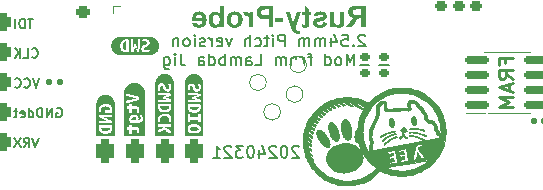
<source format=gbr>
G04 #@! TF.GenerationSoftware,KiCad,Pcbnew,7.0.7*
G04 #@! TF.CreationDate,2024-03-21T15:18:08+09:00*
G04 #@! TF.ProjectId,rs-probe,72732d70-726f-4626-952e-6b696361645f,rev?*
G04 #@! TF.SameCoordinates,Original*
G04 #@! TF.FileFunction,Legend,Bot*
G04 #@! TF.FilePolarity,Positive*
%FSLAX46Y46*%
G04 Gerber Fmt 4.6, Leading zero omitted, Abs format (unit mm)*
G04 Created by KiCad (PCBNEW 7.0.7) date 2024-03-21 15:18:08*
%MOMM*%
%LPD*%
G01*
G04 APERTURE LIST*
G04 Aperture macros list*
%AMRoundRect*
0 Rectangle with rounded corners*
0 $1 Rounding radius*
0 $2 $3 $4 $5 $6 $7 $8 $9 X,Y pos of 4 corners*
0 Add a 4 corners polygon primitive as box body*
4,1,4,$2,$3,$4,$5,$6,$7,$8,$9,$2,$3,0*
0 Add four circle primitives for the rounded corners*
1,1,$1+$1,$2,$3*
1,1,$1+$1,$4,$5*
1,1,$1+$1,$6,$7*
1,1,$1+$1,$8,$9*
0 Add four rect primitives between the rounded corners*
20,1,$1+$1,$2,$3,$4,$5,0*
20,1,$1+$1,$4,$5,$6,$7,0*
20,1,$1+$1,$6,$7,$8,$9,0*
20,1,$1+$1,$8,$9,$2,$3,0*%
G04 Aperture macros list end*
%ADD10C,0.153000*%
%ADD11C,0.250000*%
%ADD12C,0.200000*%
%ADD13C,0.010000*%
%ADD14C,0.120000*%
%ADD15RoundRect,0.400000X-1.500000X-0.400000X1.500000X-0.400000X1.500000X0.400000X-1.500000X0.400000X0*%
%ADD16C,0.650000*%
%ADD17O,2.100000X1.000000*%
%ADD18O,1.600000X1.000000*%
%ADD19C,1.552000*%
%ADD20RoundRect,0.200000X0.350000X-0.200000X0.350000X0.200000X-0.350000X0.200000X-0.350000X-0.200000X0*%
%ADD21C,0.990600*%
%ADD22C,0.787400*%
%ADD23C,1.000000*%
%ADD24RoundRect,0.137500X0.137500X0.137500X-0.137500X0.137500X-0.137500X-0.137500X0.137500X-0.137500X0*%
%ADD25RoundRect,0.175000X0.250000X-0.175000X0.250000X0.175000X-0.250000X0.175000X-0.250000X-0.175000X0*%
%ADD26RoundRect,0.137500X-0.137500X-0.137500X0.137500X-0.137500X0.137500X0.137500X-0.137500X0.137500X0*%
%ADD27RoundRect,0.375000X0.375000X0.625000X-0.375000X0.625000X-0.375000X-0.625000X0.375000X-0.625000X0*%
%ADD28RoundRect,0.275000X0.325000X0.275000X-0.325000X0.275000X-0.325000X-0.275000X0.325000X-0.275000X0*%
%ADD29RoundRect,0.150000X-0.825000X-0.150000X0.825000X-0.150000X0.825000X0.150000X-0.825000X0.150000X0*%
G04 APERTURE END LIST*
D10*
X137850895Y-95207234D02*
X137927085Y-95169139D01*
X137927085Y-95169139D02*
X138041371Y-95169139D01*
X138041371Y-95169139D02*
X138155657Y-95207234D01*
X138155657Y-95207234D02*
X138231847Y-95283424D01*
X138231847Y-95283424D02*
X138269942Y-95359615D01*
X138269942Y-95359615D02*
X138308038Y-95511996D01*
X138308038Y-95511996D02*
X138308038Y-95626282D01*
X138308038Y-95626282D02*
X138269942Y-95778663D01*
X138269942Y-95778663D02*
X138231847Y-95854853D01*
X138231847Y-95854853D02*
X138155657Y-95931044D01*
X138155657Y-95931044D02*
X138041371Y-95969139D01*
X138041371Y-95969139D02*
X137965180Y-95969139D01*
X137965180Y-95969139D02*
X137850895Y-95931044D01*
X137850895Y-95931044D02*
X137812799Y-95892948D01*
X137812799Y-95892948D02*
X137812799Y-95626282D01*
X137812799Y-95626282D02*
X137965180Y-95626282D01*
X137469942Y-95969139D02*
X137469942Y-95169139D01*
X137469942Y-95169139D02*
X137012799Y-95969139D01*
X137012799Y-95969139D02*
X137012799Y-95169139D01*
X136631847Y-95969139D02*
X136631847Y-95169139D01*
X136631847Y-95169139D02*
X136441371Y-95169139D01*
X136441371Y-95169139D02*
X136327085Y-95207234D01*
X136327085Y-95207234D02*
X136250895Y-95283424D01*
X136250895Y-95283424D02*
X136212800Y-95359615D01*
X136212800Y-95359615D02*
X136174704Y-95511996D01*
X136174704Y-95511996D02*
X136174704Y-95626282D01*
X136174704Y-95626282D02*
X136212800Y-95778663D01*
X136212800Y-95778663D02*
X136250895Y-95854853D01*
X136250895Y-95854853D02*
X136327085Y-95931044D01*
X136327085Y-95931044D02*
X136441371Y-95969139D01*
X136441371Y-95969139D02*
X136631847Y-95969139D01*
X135488990Y-95969139D02*
X135488990Y-95169139D01*
X135488990Y-95931044D02*
X135565181Y-95969139D01*
X135565181Y-95969139D02*
X135717562Y-95969139D01*
X135717562Y-95969139D02*
X135793752Y-95931044D01*
X135793752Y-95931044D02*
X135831847Y-95892948D01*
X135831847Y-95892948D02*
X135869943Y-95816758D01*
X135869943Y-95816758D02*
X135869943Y-95588186D01*
X135869943Y-95588186D02*
X135831847Y-95511996D01*
X135831847Y-95511996D02*
X135793752Y-95473901D01*
X135793752Y-95473901D02*
X135717562Y-95435805D01*
X135717562Y-95435805D02*
X135565181Y-95435805D01*
X135565181Y-95435805D02*
X135488990Y-95473901D01*
X134803275Y-95931044D02*
X134879466Y-95969139D01*
X134879466Y-95969139D02*
X135031847Y-95969139D01*
X135031847Y-95969139D02*
X135108037Y-95931044D01*
X135108037Y-95931044D02*
X135146133Y-95854853D01*
X135146133Y-95854853D02*
X135146133Y-95550091D01*
X135146133Y-95550091D02*
X135108037Y-95473901D01*
X135108037Y-95473901D02*
X135031847Y-95435805D01*
X135031847Y-95435805D02*
X134879466Y-95435805D01*
X134879466Y-95435805D02*
X134803275Y-95473901D01*
X134803275Y-95473901D02*
X134765180Y-95550091D01*
X134765180Y-95550091D02*
X134765180Y-95626282D01*
X134765180Y-95626282D02*
X135146133Y-95702472D01*
X134536609Y-95435805D02*
X134231847Y-95435805D01*
X134422323Y-95169139D02*
X134422323Y-95854853D01*
X134422323Y-95854853D02*
X134384228Y-95931044D01*
X134384228Y-95931044D02*
X134308038Y-95969139D01*
X134308038Y-95969139D02*
X134231847Y-95969139D01*
D11*
G36*
X164014473Y-88347000D02*
G01*
X163648695Y-88347000D01*
X163648695Y-87587307D01*
X163574396Y-87587307D01*
X163551337Y-87587484D01*
X163529476Y-87588018D01*
X163508812Y-87588906D01*
X163489347Y-87590150D01*
X163471079Y-87591750D01*
X163448585Y-87594436D01*
X163428221Y-87597754D01*
X163409987Y-87601704D01*
X163390188Y-87607530D01*
X163375776Y-87613121D01*
X163358032Y-87621618D01*
X163340588Y-87631789D01*
X163323445Y-87643634D01*
X163306602Y-87657154D01*
X163293344Y-87669175D01*
X163280279Y-87682268D01*
X163269767Y-87693764D01*
X163257687Y-87707971D01*
X163244038Y-87724892D01*
X163228820Y-87744525D01*
X163217804Y-87759121D01*
X163206090Y-87774922D01*
X163193679Y-87791928D01*
X163180570Y-87810141D01*
X163166765Y-87829559D01*
X163152262Y-87850182D01*
X163137062Y-87872011D01*
X163121164Y-87895046D01*
X163104570Y-87919286D01*
X163087278Y-87944732D01*
X162822616Y-88347000D01*
X162384738Y-88347000D01*
X162606315Y-87990893D01*
X162622482Y-87964749D01*
X162638230Y-87939621D01*
X162653559Y-87915509D01*
X162668469Y-87892415D01*
X162682959Y-87870337D01*
X162697031Y-87849275D01*
X162710684Y-87829231D01*
X162723918Y-87810203D01*
X162736733Y-87792191D01*
X162749128Y-87775196D01*
X162761105Y-87759218D01*
X162772663Y-87744257D01*
X162783801Y-87730312D01*
X162799723Y-87711301D01*
X162814703Y-87694578D01*
X162824483Y-87684190D01*
X162839765Y-87668807D01*
X162855782Y-87653664D01*
X162872532Y-87638761D01*
X162890017Y-87624097D01*
X162908235Y-87609673D01*
X162927188Y-87595488D01*
X162946875Y-87581543D01*
X162967297Y-87567837D01*
X162988452Y-87554371D01*
X163010341Y-87541145D01*
X162980966Y-87536362D01*
X162952522Y-87530806D01*
X162925009Y-87524478D01*
X162898426Y-87517377D01*
X162872775Y-87509503D01*
X162848054Y-87500856D01*
X162824263Y-87491436D01*
X162801404Y-87481244D01*
X162779475Y-87470279D01*
X162758477Y-87458541D01*
X162738410Y-87446030D01*
X162719274Y-87432747D01*
X162701069Y-87418690D01*
X162683794Y-87403861D01*
X162667450Y-87388259D01*
X162652037Y-87371884D01*
X162637503Y-87354842D01*
X162623907Y-87337235D01*
X162611249Y-87319066D01*
X162599528Y-87300333D01*
X162588745Y-87281037D01*
X162578899Y-87261178D01*
X162569992Y-87240756D01*
X162562021Y-87219770D01*
X162554989Y-87198221D01*
X162548894Y-87176108D01*
X162543737Y-87153433D01*
X162539518Y-87130194D01*
X162536236Y-87106392D01*
X162533892Y-87082026D01*
X162532485Y-87057097D01*
X162532315Y-87047872D01*
X162909225Y-87047872D01*
X162909809Y-87067456D01*
X162911560Y-87086203D01*
X162914480Y-87104111D01*
X162919771Y-87125318D01*
X162926888Y-87145215D01*
X162935829Y-87163803D01*
X162946594Y-87181082D01*
X162951322Y-87187609D01*
X162964118Y-87202861D01*
X162978310Y-87216589D01*
X162993897Y-87228793D01*
X163010879Y-87239473D01*
X163029257Y-87248628D01*
X163049030Y-87256260D01*
X163063051Y-87260110D01*
X163080549Y-87263581D01*
X163101526Y-87266673D01*
X163125980Y-87269387D01*
X163144214Y-87270986D01*
X163163995Y-87272416D01*
X163185320Y-87273679D01*
X163208192Y-87274773D01*
X163232609Y-87275698D01*
X163258572Y-87276456D01*
X163286080Y-87277045D01*
X163315134Y-87277465D01*
X163345733Y-87277718D01*
X163377878Y-87277802D01*
X163648695Y-87277802D01*
X163648695Y-86827614D01*
X163362930Y-86827614D01*
X163335819Y-86827638D01*
X163310098Y-86827710D01*
X163285769Y-86827830D01*
X163262831Y-86827998D01*
X163241283Y-86828215D01*
X163221127Y-86828479D01*
X163202362Y-86828792D01*
X163176822Y-86829351D01*
X163154412Y-86830018D01*
X163135132Y-86830793D01*
X163114294Y-86831995D01*
X163096071Y-86833769D01*
X163074391Y-86838028D01*
X163053975Y-86843550D01*
X163034824Y-86850337D01*
X163016936Y-86858388D01*
X163000312Y-86867703D01*
X162984952Y-86878282D01*
X162970857Y-86890125D01*
X162958025Y-86903231D01*
X162946587Y-86917513D01*
X162936675Y-86932879D01*
X162928287Y-86949331D01*
X162921425Y-86966869D01*
X162916087Y-86985491D01*
X162912275Y-87005200D01*
X162909987Y-87025993D01*
X162909225Y-87047872D01*
X162532315Y-87047872D01*
X162532016Y-87031605D01*
X162532325Y-87011415D01*
X162533253Y-86991509D01*
X162534798Y-86971888D01*
X162536962Y-86952553D01*
X162539744Y-86933503D01*
X162543145Y-86914737D01*
X162547163Y-86896257D01*
X162551800Y-86878062D01*
X162557055Y-86860152D01*
X162562928Y-86842527D01*
X162569420Y-86825187D01*
X162576530Y-86808132D01*
X162584258Y-86791362D01*
X162592604Y-86774878D01*
X162601568Y-86758678D01*
X162611151Y-86742764D01*
X162621249Y-86727292D01*
X162631759Y-86712422D01*
X162642681Y-86698152D01*
X162654016Y-86684484D01*
X162671790Y-86665109D01*
X162690492Y-86647086D01*
X162710121Y-86630415D01*
X162730677Y-86615097D01*
X162752161Y-86601131D01*
X162774572Y-86588518D01*
X162797911Y-86577257D01*
X162822177Y-86567348D01*
X162839230Y-86561386D01*
X162857526Y-86555808D01*
X162877066Y-86550615D01*
X162897849Y-86545806D01*
X162919876Y-86541382D01*
X162943146Y-86537343D01*
X162967659Y-86533689D01*
X162993415Y-86530419D01*
X163020415Y-86527534D01*
X163048659Y-86525033D01*
X163078145Y-86522918D01*
X163108875Y-86521187D01*
X163140848Y-86519840D01*
X163174065Y-86518878D01*
X163208525Y-86518301D01*
X163226221Y-86518157D01*
X163244228Y-86518109D01*
X164014473Y-86518109D01*
X164014473Y-88347000D01*
G37*
G36*
X161335764Y-88347000D02*
G01*
X161335764Y-88150482D01*
X161349598Y-88169785D01*
X161364228Y-88188292D01*
X161379655Y-88206003D01*
X161395877Y-88222919D01*
X161412895Y-88239038D01*
X161430710Y-88254361D01*
X161449320Y-88268889D01*
X161468726Y-88282620D01*
X161488929Y-88295556D01*
X161509927Y-88307695D01*
X161524368Y-88315346D01*
X161546332Y-88326031D01*
X161568536Y-88335665D01*
X161590979Y-88344248D01*
X161613662Y-88351781D01*
X161636585Y-88358262D01*
X161659747Y-88363692D01*
X161683149Y-88368071D01*
X161706790Y-88371399D01*
X161730671Y-88373677D01*
X161754791Y-88374903D01*
X161771004Y-88375136D01*
X161795498Y-88374622D01*
X161819521Y-88373081D01*
X161843072Y-88370511D01*
X161866151Y-88366914D01*
X161888760Y-88362288D01*
X161910897Y-88356635D01*
X161932562Y-88349955D01*
X161953756Y-88342246D01*
X161974479Y-88333509D01*
X161994730Y-88323745D01*
X162007969Y-88316665D01*
X162027160Y-88305288D01*
X162045331Y-88293084D01*
X162062482Y-88280053D01*
X162078613Y-88266196D01*
X162093724Y-88251511D01*
X162107815Y-88236000D01*
X162120885Y-88219661D01*
X162132936Y-88202496D01*
X162143966Y-88184504D01*
X162153976Y-88165685D01*
X162160083Y-88152680D01*
X162168490Y-88132107D01*
X162176070Y-88110119D01*
X162182823Y-88086718D01*
X162188749Y-88061902D01*
X162192240Y-88044572D01*
X162195364Y-88026614D01*
X162198120Y-88008027D01*
X162200509Y-87988812D01*
X162202531Y-87968968D01*
X162204184Y-87948496D01*
X162205471Y-87927395D01*
X162206389Y-87905666D01*
X162206941Y-87883308D01*
X162207124Y-87860321D01*
X162207124Y-87024571D01*
X161859811Y-87024571D01*
X161859811Y-87638744D01*
X161859737Y-87673118D01*
X161859516Y-87705789D01*
X161859146Y-87736756D01*
X161858630Y-87766019D01*
X161857965Y-87793579D01*
X161857153Y-87819435D01*
X161856193Y-87843588D01*
X161855085Y-87866036D01*
X161853830Y-87886782D01*
X161852427Y-87905824D01*
X161850045Y-87931192D01*
X161847331Y-87952727D01*
X161844285Y-87970430D01*
X161840907Y-87984299D01*
X161834100Y-88003449D01*
X161825768Y-88021333D01*
X161815913Y-88037950D01*
X161804534Y-88053301D01*
X161791630Y-88067386D01*
X161777202Y-88080203D01*
X161771004Y-88084976D01*
X161754413Y-88095615D01*
X161736512Y-88104450D01*
X161717301Y-88111483D01*
X161696781Y-88116712D01*
X161679422Y-88119597D01*
X161661226Y-88121328D01*
X161642191Y-88121905D01*
X161620278Y-88121129D01*
X161598941Y-88118800D01*
X161578182Y-88114919D01*
X161558000Y-88109486D01*
X161538395Y-88102499D01*
X161519367Y-88093961D01*
X161500916Y-88083870D01*
X161483042Y-88072226D01*
X161466047Y-88059436D01*
X161450454Y-88045903D01*
X161436262Y-88031629D01*
X161423471Y-88016612D01*
X161412082Y-88000854D01*
X161402094Y-87984354D01*
X161393507Y-87967112D01*
X161386322Y-87949128D01*
X161380243Y-87927332D01*
X161376215Y-87906611D01*
X161372643Y-87882143D01*
X161370516Y-87863749D01*
X161368590Y-87843689D01*
X161366868Y-87821963D01*
X161365348Y-87798571D01*
X161364031Y-87773513D01*
X161362916Y-87746790D01*
X161362004Y-87718401D01*
X161361295Y-87688346D01*
X161360789Y-87656625D01*
X161360485Y-87623238D01*
X161360383Y-87588186D01*
X161360383Y-87024571D01*
X161013070Y-87024571D01*
X161013070Y-88347000D01*
X161335764Y-88347000D01*
G37*
G36*
X160783579Y-87981221D02*
G01*
X160434947Y-87924948D01*
X160430345Y-87942673D01*
X160424947Y-87959580D01*
X160416512Y-87980847D01*
X160406661Y-88000658D01*
X160395395Y-88019013D01*
X160382714Y-88035912D01*
X160368619Y-88051354D01*
X160353108Y-88065340D01*
X160344822Y-88071787D01*
X160326934Y-88083533D01*
X160307342Y-88093714D01*
X160286048Y-88102328D01*
X160268958Y-88107760D01*
X160250911Y-88112312D01*
X160231905Y-88115983D01*
X160211941Y-88118773D01*
X160191019Y-88120682D01*
X160169138Y-88121710D01*
X160154019Y-88121905D01*
X160129378Y-88121469D01*
X160105905Y-88120159D01*
X160083598Y-88117976D01*
X160062458Y-88114919D01*
X160042485Y-88110989D01*
X160023679Y-88106187D01*
X160006040Y-88100510D01*
X159989567Y-88093961D01*
X159969420Y-88083870D01*
X159951346Y-88072226D01*
X159935808Y-88058517D01*
X159923484Y-88043107D01*
X159914376Y-88025997D01*
X159908482Y-88007187D01*
X159905803Y-87986677D01*
X159905624Y-87979463D01*
X159907163Y-87960531D01*
X159911779Y-87943303D01*
X159920651Y-87925957D01*
X159930244Y-87913957D01*
X159944684Y-87903354D01*
X159961985Y-87894534D01*
X159979873Y-87887373D01*
X160000917Y-87880383D01*
X160020024Y-87874915D01*
X160041150Y-87869557D01*
X160046748Y-87868235D01*
X160072715Y-87862452D01*
X160098082Y-87856701D01*
X160122848Y-87850981D01*
X160147012Y-87845291D01*
X160170576Y-87839632D01*
X160193538Y-87834005D01*
X160215900Y-87828408D01*
X160237660Y-87822842D01*
X160258819Y-87817307D01*
X160279377Y-87811803D01*
X160299335Y-87806330D01*
X160318691Y-87800888D01*
X160337446Y-87795476D01*
X160355600Y-87790096D01*
X160373152Y-87784747D01*
X160390104Y-87779428D01*
X160422205Y-87768884D01*
X160451901Y-87758463D01*
X160479193Y-87748166D01*
X160504080Y-87737992D01*
X160526563Y-87727942D01*
X160546642Y-87718016D01*
X160564317Y-87708214D01*
X160579588Y-87698535D01*
X160598434Y-87684854D01*
X160616064Y-87670522D01*
X160632478Y-87655536D01*
X160647677Y-87639898D01*
X160661659Y-87623608D01*
X160674426Y-87606664D01*
X160685977Y-87589069D01*
X160696311Y-87570820D01*
X160705430Y-87551919D01*
X160713334Y-87532366D01*
X160720021Y-87512160D01*
X160725492Y-87491301D01*
X160729748Y-87469789D01*
X160732788Y-87447626D01*
X160734611Y-87424809D01*
X160735219Y-87401340D01*
X160734694Y-87380122D01*
X160733117Y-87359334D01*
X160730490Y-87338975D01*
X160726811Y-87319045D01*
X160722082Y-87299545D01*
X160716301Y-87280474D01*
X160709470Y-87261833D01*
X160701587Y-87243620D01*
X160692654Y-87225837D01*
X160682669Y-87208484D01*
X160671633Y-87191559D01*
X160659547Y-87175064D01*
X160646409Y-87158999D01*
X160632221Y-87143362D01*
X160616981Y-87128155D01*
X160600690Y-87113378D01*
X160583241Y-87099217D01*
X160564633Y-87085969D01*
X160544868Y-87073635D01*
X160523946Y-87062215D01*
X160501866Y-87051708D01*
X160478629Y-87042115D01*
X160454235Y-87033436D01*
X160428682Y-87025670D01*
X160401973Y-87018818D01*
X160374106Y-87012879D01*
X160345081Y-87007855D01*
X160314899Y-87003743D01*
X160283559Y-87000546D01*
X160251062Y-86998261D01*
X160217408Y-86996891D01*
X160182595Y-86996434D01*
X160149449Y-86996795D01*
X160117385Y-86997877D01*
X160086403Y-86999680D01*
X160056502Y-87002204D01*
X160027683Y-87005450D01*
X159999947Y-87009417D01*
X159973292Y-87014106D01*
X159947719Y-87019515D01*
X159923228Y-87025646D01*
X159899819Y-87032498D01*
X159877492Y-87040072D01*
X159856247Y-87048366D01*
X159836084Y-87057382D01*
X159817003Y-87067120D01*
X159799003Y-87077578D01*
X159782086Y-87088758D01*
X159765976Y-87100645D01*
X159750508Y-87113227D01*
X159735682Y-87126502D01*
X159721499Y-87140470D01*
X159707957Y-87155133D01*
X159695058Y-87170489D01*
X159682802Y-87186540D01*
X159671188Y-87203284D01*
X159660216Y-87220721D01*
X159649886Y-87238853D01*
X159640198Y-87257678D01*
X159631153Y-87277198D01*
X159622750Y-87297411D01*
X159614990Y-87318317D01*
X159607871Y-87339918D01*
X159601395Y-87362212D01*
X159929364Y-87418486D01*
X159935231Y-87398640D01*
X159942279Y-87379990D01*
X159950508Y-87362535D01*
X159959919Y-87346275D01*
X159970512Y-87331211D01*
X159982286Y-87317342D01*
X159995241Y-87304668D01*
X160009378Y-87293189D01*
X160024779Y-87282988D01*
X160041747Y-87274148D01*
X160060280Y-87266667D01*
X160080380Y-87260546D01*
X160102046Y-87255786D01*
X160125278Y-87252385D01*
X160143730Y-87250728D01*
X160163063Y-87249835D01*
X160176441Y-87249665D01*
X160201475Y-87250001D01*
X160225142Y-87251010D01*
X160247441Y-87252691D01*
X160268373Y-87255044D01*
X160287936Y-87258069D01*
X160306132Y-87261767D01*
X160328265Y-87267744D01*
X160347966Y-87274915D01*
X160365235Y-87283282D01*
X160372958Y-87287914D01*
X160388376Y-87300617D01*
X160400006Y-87314878D01*
X160407850Y-87330695D01*
X160411907Y-87348068D01*
X160412526Y-87358695D01*
X160410355Y-87376473D01*
X160403843Y-87392877D01*
X160392989Y-87407907D01*
X160379931Y-87419931D01*
X160377794Y-87421563D01*
X160362435Y-87430693D01*
X160346190Y-87438126D01*
X160325897Y-87446061D01*
X160301553Y-87454499D01*
X160283075Y-87460403D01*
X160262797Y-87466530D01*
X160240719Y-87472881D01*
X160216841Y-87479455D01*
X160191163Y-87486252D01*
X160163686Y-87493273D01*
X160134409Y-87500516D01*
X160103332Y-87507983D01*
X160070455Y-87515674D01*
X160053342Y-87519602D01*
X160036167Y-87523560D01*
X160002796Y-87531645D01*
X159970730Y-87539957D01*
X159939969Y-87548496D01*
X159910513Y-87557261D01*
X159882363Y-87566253D01*
X159855517Y-87575472D01*
X159829977Y-87584917D01*
X159805742Y-87594589D01*
X159782812Y-87604488D01*
X159761188Y-87614613D01*
X159740868Y-87624965D01*
X159721854Y-87635544D01*
X159704145Y-87646349D01*
X159687741Y-87657381D01*
X159672642Y-87668640D01*
X159665582Y-87674355D01*
X159652433Y-87686239D01*
X159634299Y-87705146D01*
X159618074Y-87725353D01*
X159603758Y-87746857D01*
X159591350Y-87769660D01*
X159580852Y-87793761D01*
X159574913Y-87810549D01*
X159569823Y-87827915D01*
X159565581Y-87845858D01*
X159562188Y-87864378D01*
X159559643Y-87883474D01*
X159557946Y-87903148D01*
X159557098Y-87923399D01*
X159556992Y-87933741D01*
X159557581Y-87956131D01*
X159559348Y-87978130D01*
X159562293Y-87999738D01*
X159566417Y-88020954D01*
X159571718Y-88041778D01*
X159578197Y-88062211D01*
X159585855Y-88082252D01*
X159594691Y-88101902D01*
X159604704Y-88121160D01*
X159615896Y-88140027D01*
X159628266Y-88158502D01*
X159641814Y-88176585D01*
X159656540Y-88194277D01*
X159672445Y-88211578D01*
X159689527Y-88228486D01*
X159707787Y-88245004D01*
X159727202Y-88260762D01*
X159747746Y-88275504D01*
X159769421Y-88289228D01*
X159792225Y-88301937D01*
X159816160Y-88313628D01*
X159841224Y-88324303D01*
X159867419Y-88333962D01*
X159894743Y-88342603D01*
X159923198Y-88350228D01*
X159952782Y-88356836D01*
X159983497Y-88362428D01*
X160015341Y-88367003D01*
X160048316Y-88370561D01*
X160082420Y-88373103D01*
X160117655Y-88374628D01*
X160135696Y-88375009D01*
X160154019Y-88375136D01*
X160187158Y-88374722D01*
X160219422Y-88373481D01*
X160250810Y-88371411D01*
X160281321Y-88368514D01*
X160310957Y-88364789D01*
X160339718Y-88360237D01*
X160367602Y-88354856D01*
X160394610Y-88348648D01*
X160420743Y-88341612D01*
X160446000Y-88333749D01*
X160470381Y-88325057D01*
X160493886Y-88315538D01*
X160516515Y-88305191D01*
X160538269Y-88294016D01*
X160559146Y-88282014D01*
X160579148Y-88269184D01*
X160598236Y-88255643D01*
X160616483Y-88241507D01*
X160633888Y-88226778D01*
X160650452Y-88211454D01*
X160666174Y-88195536D01*
X160681055Y-88179024D01*
X160695094Y-88161917D01*
X160708292Y-88144217D01*
X160720648Y-88125922D01*
X160732162Y-88107033D01*
X160742836Y-88087550D01*
X160752667Y-88067473D01*
X160761658Y-88046801D01*
X160769806Y-88025535D01*
X160777114Y-88003676D01*
X160783579Y-87981221D01*
G37*
G36*
X158657494Y-87024571D02*
G01*
X158657494Y-87277802D01*
X158894898Y-87277802D01*
X158894898Y-87851968D01*
X158894873Y-87873217D01*
X158894795Y-87893328D01*
X158894666Y-87912303D01*
X158894486Y-87930141D01*
X158894119Y-87954766D01*
X158893636Y-87976834D01*
X158893037Y-87996343D01*
X158892058Y-88018376D01*
X158890545Y-88039523D01*
X158888304Y-88055520D01*
X158882233Y-88072668D01*
X158872813Y-88087840D01*
X158860045Y-88101038D01*
X158857090Y-88103441D01*
X158840990Y-88113178D01*
X158822915Y-88119309D01*
X158804959Y-88121743D01*
X158798618Y-88121905D01*
X158778968Y-88120731D01*
X158760279Y-88117957D01*
X158739487Y-88113552D01*
X158721338Y-88108854D01*
X158701843Y-88103111D01*
X158681001Y-88096324D01*
X158658813Y-88088493D01*
X158628918Y-88329414D01*
X158651947Y-88337585D01*
X158675533Y-88344952D01*
X158699675Y-88351516D01*
X158724374Y-88357276D01*
X158749629Y-88362232D01*
X158775441Y-88366385D01*
X158792957Y-88368707D01*
X158810722Y-88370671D01*
X158828733Y-88372279D01*
X158846992Y-88373529D01*
X158865498Y-88374422D01*
X158884251Y-88374958D01*
X158903251Y-88375136D01*
X158926483Y-88374628D01*
X158949139Y-88373103D01*
X158971217Y-88370561D01*
X158992718Y-88367003D01*
X159013642Y-88362428D01*
X159033989Y-88356836D01*
X159053758Y-88350228D01*
X159072951Y-88342603D01*
X159091128Y-88334174D01*
X159108067Y-88325155D01*
X159123771Y-88315545D01*
X159138237Y-88305344D01*
X159154582Y-88291762D01*
X159168995Y-88277257D01*
X159181476Y-88261829D01*
X159183740Y-88258632D01*
X159194205Y-88241667D01*
X159203618Y-88222921D01*
X159210391Y-88206640D01*
X159216491Y-88189220D01*
X159221918Y-88170659D01*
X159226672Y-88150957D01*
X159230752Y-88130116D01*
X159232540Y-88119267D01*
X159235116Y-88101675D01*
X159237348Y-88080112D01*
X159238797Y-88061335D01*
X159240053Y-88040323D01*
X159241116Y-88017079D01*
X159241985Y-87991601D01*
X159242457Y-87973375D01*
X159242844Y-87954156D01*
X159243144Y-87933945D01*
X159243359Y-87912741D01*
X159243488Y-87890545D01*
X159243531Y-87867355D01*
X159243531Y-87277802D01*
X159403119Y-87277802D01*
X159403119Y-87024571D01*
X159243531Y-87024571D01*
X159243531Y-86771340D01*
X158894898Y-86574383D01*
X158894898Y-87024571D01*
X158657494Y-87024571D01*
G37*
G36*
X158585394Y-87024571D02*
G01*
X158215659Y-87024571D01*
X157901318Y-87960998D01*
X157594891Y-87024571D01*
X157234829Y-87024571D01*
X157698646Y-88299079D01*
X157781297Y-88542638D01*
X157789836Y-88562869D01*
X157798304Y-88582180D01*
X157806703Y-88600571D01*
X157815033Y-88618043D01*
X157823293Y-88634595D01*
X157831483Y-88650227D01*
X157842295Y-88669640D01*
X157852984Y-88687418D01*
X157863549Y-88703561D01*
X157868785Y-88711019D01*
X157879309Y-88725184D01*
X157893005Y-88741923D01*
X157907302Y-88757590D01*
X157922199Y-88772183D01*
X157937698Y-88785702D01*
X157953798Y-88798149D01*
X157963747Y-88805101D01*
X157981120Y-88815981D01*
X157999716Y-88826087D01*
X158019537Y-88835421D01*
X158036274Y-88842331D01*
X158053794Y-88848747D01*
X158072097Y-88854669D01*
X158091184Y-88860096D01*
X158096078Y-88861375D01*
X158116067Y-88866115D01*
X158136689Y-88870223D01*
X158157943Y-88873699D01*
X158179829Y-88876542D01*
X158202346Y-88878754D01*
X158225496Y-88880334D01*
X158243273Y-88881105D01*
X158261405Y-88881519D01*
X158273691Y-88881598D01*
X158292451Y-88881428D01*
X158311141Y-88880918D01*
X158329762Y-88880068D01*
X158348313Y-88878878D01*
X158366794Y-88877348D01*
X158385206Y-88875478D01*
X158403548Y-88873267D01*
X158421821Y-88870717D01*
X158440025Y-88867827D01*
X158458158Y-88864597D01*
X158470209Y-88862254D01*
X158500983Y-88610342D01*
X158480794Y-88614567D01*
X158461114Y-88618228D01*
X158441942Y-88621326D01*
X158423278Y-88623861D01*
X158405122Y-88625832D01*
X158387475Y-88627241D01*
X158366130Y-88628209D01*
X158353705Y-88628367D01*
X158331589Y-88627668D01*
X158310578Y-88625570D01*
X158290672Y-88622073D01*
X158271871Y-88617177D01*
X158254175Y-88610883D01*
X158237584Y-88603189D01*
X158222099Y-88594097D01*
X158207718Y-88583607D01*
X158194443Y-88571717D01*
X158182272Y-88558429D01*
X158174773Y-88548793D01*
X158164053Y-88533573D01*
X158153820Y-88517587D01*
X158144073Y-88500837D01*
X158134814Y-88483321D01*
X158126041Y-88465041D01*
X158117756Y-88445995D01*
X158109957Y-88426184D01*
X158102645Y-88405609D01*
X158095820Y-88384268D01*
X158089481Y-88362162D01*
X158085526Y-88347000D01*
X158585394Y-87024571D01*
G37*
G36*
X157058974Y-87868674D02*
G01*
X157058974Y-87559170D01*
X156376217Y-87559170D01*
X156376217Y-87868674D01*
X157058974Y-87868674D01*
G37*
G36*
X156177941Y-88347000D02*
G01*
X155811723Y-88347000D01*
X155811723Y-87643580D01*
X155573000Y-87643580D01*
X155557590Y-87643555D01*
X155527458Y-87643352D01*
X155498243Y-87642947D01*
X155469944Y-87642339D01*
X155442563Y-87641528D01*
X155416099Y-87640515D01*
X155390552Y-87639299D01*
X155365922Y-87637881D01*
X155342209Y-87636260D01*
X155319413Y-87634436D01*
X155297534Y-87632409D01*
X155276573Y-87630180D01*
X155256528Y-87627748D01*
X155237400Y-87625114D01*
X155219190Y-87622277D01*
X155193593Y-87617642D01*
X155181517Y-87614834D01*
X155163454Y-87609984D01*
X155145453Y-87604370D01*
X155127514Y-87597991D01*
X155109636Y-87590846D01*
X155091821Y-87582936D01*
X155074067Y-87574262D01*
X155056375Y-87564822D01*
X155038745Y-87554617D01*
X155021177Y-87543647D01*
X155003670Y-87531912D01*
X154992147Y-87523643D01*
X154975338Y-87510525D01*
X154959102Y-87496549D01*
X154943437Y-87481715D01*
X154928344Y-87466023D01*
X154913824Y-87449474D01*
X154899875Y-87432067D01*
X154886497Y-87413801D01*
X154873692Y-87394679D01*
X154861459Y-87374698D01*
X154849797Y-87353859D01*
X154842450Y-87339475D01*
X154832319Y-87317125D01*
X154823254Y-87293849D01*
X154815256Y-87269645D01*
X154808324Y-87244513D01*
X154804295Y-87227244D01*
X154800740Y-87209562D01*
X154797659Y-87191468D01*
X154795052Y-87172962D01*
X154792919Y-87154044D01*
X154791260Y-87134714D01*
X154790075Y-87114971D01*
X154789364Y-87094817D01*
X154789188Y-87079526D01*
X155166336Y-87079526D01*
X155166982Y-87099007D01*
X155168919Y-87117884D01*
X155172147Y-87136156D01*
X155176667Y-87153824D01*
X155182479Y-87170888D01*
X155189582Y-87187347D01*
X155197976Y-87203201D01*
X155207662Y-87218451D01*
X155218488Y-87232904D01*
X155230303Y-87246368D01*
X155243107Y-87258843D01*
X155256901Y-87270328D01*
X155271684Y-87280825D01*
X155287456Y-87290332D01*
X155304217Y-87298850D01*
X155321967Y-87306378D01*
X155326669Y-87308082D01*
X155348273Y-87314358D01*
X155367415Y-87318496D01*
X155389076Y-87322147D01*
X155413257Y-87325312D01*
X155430778Y-87327151D01*
X155449418Y-87328774D01*
X155469177Y-87330181D01*
X155490056Y-87331371D01*
X155512056Y-87332344D01*
X155535174Y-87333102D01*
X155559413Y-87333643D01*
X155584771Y-87333967D01*
X155611249Y-87334076D01*
X155811723Y-87334076D01*
X155811723Y-86827614D01*
X155634989Y-86827614D01*
X155610776Y-86827662D01*
X155587598Y-86827806D01*
X155565453Y-86828046D01*
X155544341Y-86828383D01*
X155524264Y-86828816D01*
X155505221Y-86829345D01*
X155478594Y-86830318D01*
X155454293Y-86831509D01*
X155432318Y-86832915D01*
X155412670Y-86834538D01*
X155390091Y-86837038D01*
X155371646Y-86839923D01*
X155349823Y-86844622D01*
X155328974Y-86850804D01*
X155309101Y-86858471D01*
X155290204Y-86867621D01*
X155272282Y-86878254D01*
X155255335Y-86890372D01*
X155239364Y-86903973D01*
X155224368Y-86919058D01*
X155220798Y-86923048D01*
X155207650Y-86939668D01*
X155196315Y-86957346D01*
X155186794Y-86976083D01*
X155179087Y-86995877D01*
X155173193Y-87016728D01*
X155169113Y-87038638D01*
X155166846Y-87061606D01*
X155166336Y-87079526D01*
X154789188Y-87079526D01*
X154789127Y-87074250D01*
X154789538Y-87047578D01*
X154790769Y-87021528D01*
X154792821Y-86996099D01*
X154795694Y-86971293D01*
X154799388Y-86947107D01*
X154803903Y-86923544D01*
X154809239Y-86900602D01*
X154815396Y-86878282D01*
X154822373Y-86856583D01*
X154830171Y-86835506D01*
X154838791Y-86815051D01*
X154848231Y-86795218D01*
X154858492Y-86776006D01*
X154869574Y-86757416D01*
X154881477Y-86739447D01*
X154894200Y-86722101D01*
X154907534Y-86705439D01*
X154921266Y-86689526D01*
X154935396Y-86674362D01*
X154949924Y-86659947D01*
X154964852Y-86646280D01*
X154980177Y-86633363D01*
X154995901Y-86621194D01*
X155012023Y-86609773D01*
X155028544Y-86599102D01*
X155045463Y-86589179D01*
X155062781Y-86580005D01*
X155080497Y-86571580D01*
X155098611Y-86563903D01*
X155117124Y-86556976D01*
X155136035Y-86550797D01*
X155155345Y-86545367D01*
X155168895Y-86542066D01*
X155192633Y-86537514D01*
X155210733Y-86534746D01*
X155230654Y-86532190D01*
X155252396Y-86529848D01*
X155275957Y-86527718D01*
X155301340Y-86525802D01*
X155328542Y-86524098D01*
X155357565Y-86522608D01*
X155388408Y-86521330D01*
X155421072Y-86520265D01*
X155455556Y-86519413D01*
X155473481Y-86519067D01*
X155491861Y-86518775D01*
X155510695Y-86518535D01*
X155529985Y-86518349D01*
X155549730Y-86518216D01*
X155569930Y-86518136D01*
X155590586Y-86518109D01*
X156177941Y-86518109D01*
X156177941Y-88347000D01*
G37*
G36*
X154168360Y-88347000D02*
G01*
X154515673Y-88347000D01*
X154515673Y-87024571D01*
X154192979Y-87024571D01*
X154192979Y-87211417D01*
X154182713Y-87195231D01*
X154172577Y-87179756D01*
X154162572Y-87164992D01*
X154147809Y-87144179D01*
X154133340Y-87124966D01*
X154119164Y-87107353D01*
X154105282Y-87091339D01*
X154091694Y-87076925D01*
X154078399Y-87064111D01*
X154061129Y-87049514D01*
X154044382Y-87037760D01*
X154027504Y-87028074D01*
X154010063Y-87019680D01*
X153992058Y-87012577D01*
X153973490Y-87006766D01*
X153954359Y-87002246D01*
X153934665Y-86999017D01*
X153914407Y-86997080D01*
X153893586Y-86996434D01*
X153871407Y-86997060D01*
X153849382Y-86998938D01*
X153827512Y-87002068D01*
X153805796Y-87006450D01*
X153784235Y-87012083D01*
X153762829Y-87018969D01*
X153741577Y-87027107D01*
X153720479Y-87036496D01*
X153699536Y-87047138D01*
X153678748Y-87059031D01*
X153664975Y-87067655D01*
X153772686Y-87391228D01*
X153789061Y-87381015D01*
X153805211Y-87371805D01*
X153821137Y-87363601D01*
X153842023Y-87354224D01*
X153862511Y-87346634D01*
X153882600Y-87340829D01*
X153902291Y-87336810D01*
X153921584Y-87334578D01*
X153935792Y-87334076D01*
X153953693Y-87334694D01*
X153975104Y-87337205D01*
X153995441Y-87341649D01*
X154014706Y-87348025D01*
X154032896Y-87356332D01*
X154050014Y-87366572D01*
X154059769Y-87373643D01*
X154075043Y-87387564D01*
X154086504Y-87400942D01*
X154097293Y-87416312D01*
X154107408Y-87433674D01*
X154116849Y-87453029D01*
X154125618Y-87474375D01*
X154131753Y-87491692D01*
X154137509Y-87510130D01*
X154139344Y-87516525D01*
X154144529Y-87537804D01*
X154149204Y-87563063D01*
X154152038Y-87582113D01*
X154154645Y-87602933D01*
X154157025Y-87625521D01*
X154159179Y-87649878D01*
X154161106Y-87676003D01*
X154162806Y-87703898D01*
X154164279Y-87733561D01*
X154165526Y-87764994D01*
X154166546Y-87798195D01*
X154167339Y-87833165D01*
X154167651Y-87851313D01*
X154167906Y-87869904D01*
X154168105Y-87888937D01*
X154168246Y-87908412D01*
X154168331Y-87928329D01*
X154168360Y-87948688D01*
X154168360Y-88347000D01*
G37*
G36*
X152949435Y-86996769D02*
G01*
X152973082Y-86997774D01*
X152996448Y-86999448D01*
X153019533Y-87001792D01*
X153042336Y-87004806D01*
X153064857Y-87008490D01*
X153087096Y-87012843D01*
X153109054Y-87017867D01*
X153130730Y-87023560D01*
X153152125Y-87029922D01*
X153173238Y-87036955D01*
X153194069Y-87044657D01*
X153214618Y-87053029D01*
X153234886Y-87062071D01*
X153254873Y-87071782D01*
X153274577Y-87082163D01*
X153293863Y-87093180D01*
X153312592Y-87104798D01*
X153330765Y-87117017D01*
X153348381Y-87129837D01*
X153365441Y-87143258D01*
X153381945Y-87157280D01*
X153397892Y-87171903D01*
X153413283Y-87187127D01*
X153428117Y-87202952D01*
X153442395Y-87219378D01*
X153456117Y-87236406D01*
X153469282Y-87254034D01*
X153481890Y-87272264D01*
X153493942Y-87291094D01*
X153505438Y-87310526D01*
X153516378Y-87330558D01*
X153526706Y-87350936D01*
X153536367Y-87371404D01*
X153545363Y-87391960D01*
X153553692Y-87412606D01*
X153561355Y-87433341D01*
X153568351Y-87454165D01*
X153574681Y-87475079D01*
X153580345Y-87496082D01*
X153585342Y-87517174D01*
X153589673Y-87538356D01*
X153593338Y-87559627D01*
X153596337Y-87580987D01*
X153598669Y-87602436D01*
X153600335Y-87623975D01*
X153601334Y-87645603D01*
X153601667Y-87667321D01*
X153601334Y-87695462D01*
X153600335Y-87723065D01*
X153598669Y-87750129D01*
X153596337Y-87776653D01*
X153593338Y-87802638D01*
X153589673Y-87828083D01*
X153585342Y-87852990D01*
X153580345Y-87877357D01*
X153574681Y-87901185D01*
X153568351Y-87924474D01*
X153561355Y-87947223D01*
X153553692Y-87969434D01*
X153545363Y-87991105D01*
X153536367Y-88012236D01*
X153526706Y-88032829D01*
X153516378Y-88052882D01*
X153505411Y-88072369D01*
X153493833Y-88091261D01*
X153481643Y-88109559D01*
X153468842Y-88127263D01*
X153455430Y-88144373D01*
X153441406Y-88160889D01*
X153426771Y-88176810D01*
X153411524Y-88192137D01*
X153395666Y-88206870D01*
X153379197Y-88221009D01*
X153362117Y-88234554D01*
X153344425Y-88247504D01*
X153326121Y-88259860D01*
X153307207Y-88271622D01*
X153287681Y-88282790D01*
X153267543Y-88293364D01*
X153246980Y-88303266D01*
X153226286Y-88312529D01*
X153205462Y-88321154D01*
X153184507Y-88329139D01*
X153163421Y-88336486D01*
X153142205Y-88343194D01*
X153120859Y-88349263D01*
X153099382Y-88354693D01*
X153077774Y-88359485D01*
X153056036Y-88363637D01*
X153034168Y-88367151D01*
X153012169Y-88370025D01*
X152990039Y-88372261D01*
X152967779Y-88373859D01*
X152945389Y-88374817D01*
X152922868Y-88375136D01*
X152904747Y-88374944D01*
X152886821Y-88374367D01*
X152869088Y-88373405D01*
X152851550Y-88372059D01*
X152817056Y-88368212D01*
X152783338Y-88362826D01*
X152750396Y-88355902D01*
X152718230Y-88347439D01*
X152686841Y-88337437D01*
X152656228Y-88325897D01*
X152626391Y-88312818D01*
X152597330Y-88298200D01*
X152569046Y-88282043D01*
X152541537Y-88264348D01*
X152514805Y-88245114D01*
X152488850Y-88224341D01*
X152463670Y-88202029D01*
X152439267Y-88178179D01*
X152415949Y-88153161D01*
X152394135Y-88127346D01*
X152373826Y-88100734D01*
X152355021Y-88073325D01*
X152337721Y-88045120D01*
X152321925Y-88016118D01*
X152307633Y-87986318D01*
X152294846Y-87955722D01*
X152283563Y-87924330D01*
X152273785Y-87892140D01*
X152265511Y-87859153D01*
X152258741Y-87825370D01*
X152253475Y-87790790D01*
X152251407Y-87773201D01*
X152249714Y-87755413D01*
X152248398Y-87737425D01*
X152247458Y-87719239D01*
X152246894Y-87700853D01*
X152246715Y-87683147D01*
X152604131Y-87683147D01*
X152604491Y-87709514D01*
X152605573Y-87735086D01*
X152607376Y-87759866D01*
X152609901Y-87783852D01*
X152613147Y-87807044D01*
X152617114Y-87829444D01*
X152621802Y-87851049D01*
X152627212Y-87871862D01*
X152633343Y-87891881D01*
X152640195Y-87911106D01*
X152647768Y-87929538D01*
X152656063Y-87947177D01*
X152665079Y-87964022D01*
X152674816Y-87980074D01*
X152685275Y-87995333D01*
X152696454Y-88009798D01*
X152708112Y-88023373D01*
X152726242Y-88042094D01*
X152745144Y-88058845D01*
X152764820Y-88073625D01*
X152785268Y-88086434D01*
X152806489Y-88097272D01*
X152828483Y-88106140D01*
X152851250Y-88113037D01*
X152874789Y-88117964D01*
X152899101Y-88120920D01*
X152924187Y-88121905D01*
X152949279Y-88120920D01*
X152973615Y-88117964D01*
X152997193Y-88113037D01*
X153020014Y-88106140D01*
X153042077Y-88097272D01*
X153063383Y-88086434D01*
X153083932Y-88073625D01*
X153103723Y-88058845D01*
X153122757Y-88042094D01*
X153141034Y-88023373D01*
X153152798Y-88009798D01*
X153164031Y-87995343D01*
X153174539Y-87980115D01*
X153184323Y-87964115D01*
X153193382Y-87947342D01*
X153201716Y-87929796D01*
X153209326Y-87911477D01*
X153216210Y-87892386D01*
X153222370Y-87872521D01*
X153227806Y-87851884D01*
X153232516Y-87830474D01*
X153236502Y-87808291D01*
X153239764Y-87785336D01*
X153242300Y-87761607D01*
X153244112Y-87737106D01*
X153245199Y-87711832D01*
X153245561Y-87685785D01*
X153245199Y-87659740D01*
X153244112Y-87634471D01*
X153242300Y-87609979D01*
X153239764Y-87586262D01*
X153236502Y-87563322D01*
X153232516Y-87541158D01*
X153227806Y-87519771D01*
X153222370Y-87499159D01*
X153216210Y-87479324D01*
X153209326Y-87460265D01*
X153201716Y-87441982D01*
X153193382Y-87424476D01*
X153184323Y-87407746D01*
X153174539Y-87391792D01*
X153164031Y-87376614D01*
X153152798Y-87362212D01*
X153141034Y-87348584D01*
X153122757Y-87329789D01*
X153103723Y-87312973D01*
X153083932Y-87298135D01*
X153063383Y-87285276D01*
X153042077Y-87274395D01*
X153020014Y-87265492D01*
X152997193Y-87258568D01*
X152973615Y-87253622D01*
X152949279Y-87250654D01*
X152924187Y-87249665D01*
X152899101Y-87250654D01*
X152874789Y-87253622D01*
X152851250Y-87258568D01*
X152828483Y-87265492D01*
X152806489Y-87274395D01*
X152785268Y-87285276D01*
X152764820Y-87298135D01*
X152745144Y-87312973D01*
X152726242Y-87329789D01*
X152708112Y-87348584D01*
X152696454Y-87362212D01*
X152685275Y-87376604D01*
X152674816Y-87391750D01*
X152665079Y-87407653D01*
X152656063Y-87424311D01*
X152647768Y-87441725D01*
X152640195Y-87459894D01*
X152633343Y-87478819D01*
X152627212Y-87498500D01*
X152621802Y-87518936D01*
X152617114Y-87540128D01*
X152613147Y-87562075D01*
X152609901Y-87584779D01*
X152607376Y-87608237D01*
X152605573Y-87632452D01*
X152604491Y-87657422D01*
X152604131Y-87683147D01*
X152246715Y-87683147D01*
X152246706Y-87682268D01*
X152246892Y-87663794D01*
X152247449Y-87645521D01*
X152248379Y-87627448D01*
X152249680Y-87609577D01*
X152251353Y-87591906D01*
X152253398Y-87574437D01*
X152258603Y-87540101D01*
X152265296Y-87506568D01*
X152273475Y-87473839D01*
X152283142Y-87441914D01*
X152294296Y-87410792D01*
X152306938Y-87380474D01*
X152321066Y-87350960D01*
X152336682Y-87322250D01*
X152353785Y-87294343D01*
X152372375Y-87267240D01*
X152392452Y-87240941D01*
X152414017Y-87215446D01*
X152437069Y-87190754D01*
X152461285Y-87167223D01*
X152486342Y-87145210D01*
X152512241Y-87124716D01*
X152538982Y-87105739D01*
X152566564Y-87088281D01*
X152594988Y-87072340D01*
X152624253Y-87057918D01*
X152654359Y-87045014D01*
X152685307Y-87033628D01*
X152717097Y-87023760D01*
X152749728Y-87015411D01*
X152783200Y-87008579D01*
X152817514Y-87003266D01*
X152834987Y-87001178D01*
X152852670Y-86999470D01*
X152870563Y-86998142D01*
X152888667Y-86997193D01*
X152906981Y-86996624D01*
X152925505Y-86996434D01*
X152949435Y-86996769D01*
G37*
G36*
X151997431Y-88347000D02*
G01*
X151674738Y-88347000D01*
X151674738Y-88153999D01*
X151664727Y-88167578D01*
X151649268Y-88187141D01*
X151633275Y-88205739D01*
X151616748Y-88223370D01*
X151599689Y-88240035D01*
X151582096Y-88255735D01*
X151563970Y-88270468D01*
X151545311Y-88284236D01*
X151526118Y-88297037D01*
X151506392Y-88308873D01*
X151486133Y-88319742D01*
X151472438Y-88326450D01*
X151451849Y-88335700D01*
X151431206Y-88343977D01*
X151410509Y-88351280D01*
X151389759Y-88357609D01*
X151368953Y-88362965D01*
X151348094Y-88367346D01*
X151327181Y-88370755D01*
X151306214Y-88373189D01*
X151285192Y-88374649D01*
X151264117Y-88375136D01*
X151235808Y-88374424D01*
X151208036Y-88372286D01*
X151180799Y-88368722D01*
X151154098Y-88363733D01*
X151127932Y-88357319D01*
X151102303Y-88349479D01*
X151077209Y-88340214D01*
X151052651Y-88329524D01*
X151028629Y-88317408D01*
X151005143Y-88303867D01*
X150982193Y-88288900D01*
X150959778Y-88272508D01*
X150937899Y-88254691D01*
X150916556Y-88235448D01*
X150895749Y-88214780D01*
X150875478Y-88192687D01*
X150865632Y-88181105D01*
X150846879Y-88157035D01*
X150829376Y-88131756D01*
X150813123Y-88105268D01*
X150798120Y-88077571D01*
X150784368Y-88048664D01*
X150771866Y-88018549D01*
X150760614Y-87987225D01*
X150750612Y-87954692D01*
X150741860Y-87920950D01*
X150737954Y-87903625D01*
X150734359Y-87885999D01*
X150731077Y-87868070D01*
X150728108Y-87849839D01*
X150725451Y-87831305D01*
X150723107Y-87812469D01*
X150721076Y-87793331D01*
X150719357Y-87773891D01*
X150717950Y-87754149D01*
X150716856Y-87734104D01*
X150716075Y-87713757D01*
X150715629Y-87694138D01*
X151071556Y-87694138D01*
X151071872Y-87721374D01*
X151072820Y-87747685D01*
X151074400Y-87773072D01*
X151076612Y-87797536D01*
X151079455Y-87821075D01*
X151082931Y-87843691D01*
X151087039Y-87865382D01*
X151091779Y-87886150D01*
X151097151Y-87905994D01*
X151103155Y-87924914D01*
X151109790Y-87942909D01*
X151117058Y-87959981D01*
X151124958Y-87976130D01*
X151137992Y-87998619D01*
X151152449Y-88019030D01*
X151162695Y-88031488D01*
X151178565Y-88048667D01*
X151195039Y-88064038D01*
X151212115Y-88077601D01*
X151229794Y-88089355D01*
X151248076Y-88099301D01*
X151266961Y-88107438D01*
X151286448Y-88113768D01*
X151306538Y-88118289D01*
X151327231Y-88121001D01*
X151348527Y-88121905D01*
X151357812Y-88121764D01*
X151376036Y-88120630D01*
X151393800Y-88118363D01*
X151411104Y-88114963D01*
X151436197Y-88107737D01*
X151460254Y-88097961D01*
X151483276Y-88085635D01*
X151498048Y-88076001D01*
X151512361Y-88065233D01*
X151526213Y-88053332D01*
X151539604Y-88040298D01*
X151552536Y-88026130D01*
X151565007Y-88010828D01*
X151577018Y-87994393D01*
X151588569Y-87976825D01*
X151596342Y-87963586D01*
X151607060Y-87942098D01*
X151616651Y-87918656D01*
X151622418Y-87901941D01*
X151627683Y-87884357D01*
X151632447Y-87865904D01*
X151636709Y-87846583D01*
X151640470Y-87826392D01*
X151643730Y-87805332D01*
X151646488Y-87783404D01*
X151648744Y-87760606D01*
X151650499Y-87736939D01*
X151651753Y-87712404D01*
X151652505Y-87686999D01*
X151652756Y-87660726D01*
X151652675Y-87647860D01*
X151652030Y-87622749D01*
X151650738Y-87598466D01*
X151648801Y-87575011D01*
X151646218Y-87552383D01*
X151642989Y-87530583D01*
X151639115Y-87509611D01*
X151634595Y-87489467D01*
X151629429Y-87470151D01*
X151623618Y-87451662D01*
X151617161Y-87434001D01*
X151610058Y-87417167D01*
X151598193Y-87393470D01*
X151584875Y-87371634D01*
X151570104Y-87351661D01*
X151559555Y-87339310D01*
X151543118Y-87322277D01*
X151525948Y-87307038D01*
X151508044Y-87293591D01*
X151489405Y-87281937D01*
X151470032Y-87272076D01*
X151449925Y-87264008D01*
X151429084Y-87257733D01*
X151407509Y-87253251D01*
X151385199Y-87250562D01*
X151362156Y-87249665D01*
X151346399Y-87250074D01*
X151323441Y-87252220D01*
X151301294Y-87256205D01*
X151279958Y-87262029D01*
X151259434Y-87269693D01*
X151239721Y-87279196D01*
X151220819Y-87290538D01*
X151202729Y-87303719D01*
X151185451Y-87318740D01*
X151168984Y-87335600D01*
X151153328Y-87354299D01*
X151148297Y-87360939D01*
X151134163Y-87382401D01*
X151125538Y-87397993D01*
X151117553Y-87414612D01*
X151110206Y-87432257D01*
X151103498Y-87450930D01*
X151097429Y-87470629D01*
X151091999Y-87491356D01*
X151087207Y-87513109D01*
X151083055Y-87535890D01*
X151079541Y-87559697D01*
X151076666Y-87584531D01*
X151074430Y-87610393D01*
X151072833Y-87637281D01*
X151071875Y-87665196D01*
X151071556Y-87694138D01*
X150715629Y-87694138D01*
X150715606Y-87693108D01*
X150715450Y-87672157D01*
X150715603Y-87651889D01*
X150716063Y-87631919D01*
X150716829Y-87612247D01*
X150717902Y-87592871D01*
X150719281Y-87573792D01*
X150720967Y-87555010D01*
X150722960Y-87536526D01*
X150725259Y-87518338D01*
X150727865Y-87500448D01*
X150730777Y-87482855D01*
X150737521Y-87448560D01*
X150745491Y-87415453D01*
X150754687Y-87383535D01*
X150765110Y-87352805D01*
X150776758Y-87323263D01*
X150789633Y-87294910D01*
X150803734Y-87267745D01*
X150819061Y-87241769D01*
X150835615Y-87216981D01*
X150853394Y-87193381D01*
X150872400Y-87170970D01*
X150892343Y-87149835D01*
X150912936Y-87130063D01*
X150934178Y-87111655D01*
X150956068Y-87094611D01*
X150978608Y-87078930D01*
X151001798Y-87064612D01*
X151025636Y-87051659D01*
X151050123Y-87040068D01*
X151075260Y-87029842D01*
X151101046Y-87020978D01*
X151127481Y-87013479D01*
X151154565Y-87007343D01*
X151182298Y-87002570D01*
X151210680Y-86999161D01*
X151239712Y-86997116D01*
X151269392Y-86996434D01*
X151296640Y-86997149D01*
X151323427Y-86999292D01*
X151349753Y-87002864D01*
X151375620Y-87007865D01*
X151401026Y-87014295D01*
X151425972Y-87022153D01*
X151450458Y-87031440D01*
X151474483Y-87042157D01*
X151498048Y-87054301D01*
X151521153Y-87067875D01*
X151543798Y-87082878D01*
X151565983Y-87099309D01*
X151587707Y-87117170D01*
X151608971Y-87136459D01*
X151629775Y-87157177D01*
X151650118Y-87179323D01*
X151650118Y-86518109D01*
X151997431Y-86518109D01*
X151997431Y-88347000D01*
G37*
G36*
X149975296Y-86997161D02*
G01*
X150006878Y-86999340D01*
X150037752Y-87002972D01*
X150067919Y-87008057D01*
X150097378Y-87014595D01*
X150126130Y-87022586D01*
X150154174Y-87032029D01*
X150181510Y-87042926D01*
X150208139Y-87055275D01*
X150234061Y-87069077D01*
X150259275Y-87084332D01*
X150283781Y-87101040D01*
X150307580Y-87119201D01*
X150330671Y-87138815D01*
X150353055Y-87159881D01*
X150374731Y-87182401D01*
X150395387Y-87206148D01*
X150414710Y-87231008D01*
X150432701Y-87256981D01*
X150449359Y-87284067D01*
X150464685Y-87312265D01*
X150478678Y-87341577D01*
X150491338Y-87372001D01*
X150502665Y-87403538D01*
X150512660Y-87436188D01*
X150521322Y-87469951D01*
X150525154Y-87487250D01*
X150528652Y-87504827D01*
X150531817Y-87522682D01*
X150534649Y-87540815D01*
X150537148Y-87559226D01*
X150539313Y-87577916D01*
X150541146Y-87596884D01*
X150542645Y-87616130D01*
X150543811Y-87635655D01*
X150544644Y-87655457D01*
X150545143Y-87675538D01*
X150545310Y-87695897D01*
X150544803Y-87729821D01*
X150543284Y-87763010D01*
X150540751Y-87795464D01*
X150537204Y-87827184D01*
X150532645Y-87858168D01*
X150527072Y-87888417D01*
X150520486Y-87917931D01*
X150512887Y-87946710D01*
X150504274Y-87974754D01*
X150494649Y-88002063D01*
X150484010Y-88028637D01*
X150472358Y-88054476D01*
X150459692Y-88079580D01*
X150446014Y-88103949D01*
X150431322Y-88127583D01*
X150415617Y-88150482D01*
X150394367Y-88177686D01*
X150371722Y-88203135D01*
X150347683Y-88226829D01*
X150322249Y-88248768D01*
X150295421Y-88268952D01*
X150267198Y-88287381D01*
X150237581Y-88304054D01*
X150206570Y-88318973D01*
X150174164Y-88332136D01*
X150157438Y-88338059D01*
X150140363Y-88343544D01*
X150122940Y-88348590D01*
X150105168Y-88353197D01*
X150087048Y-88357366D01*
X150068579Y-88361095D01*
X150049761Y-88364386D01*
X150030595Y-88367238D01*
X150011080Y-88369652D01*
X149991216Y-88371626D01*
X149971004Y-88373162D01*
X149950443Y-88374259D01*
X149929534Y-88374917D01*
X149908276Y-88375136D01*
X149881522Y-88374772D01*
X149855334Y-88373680D01*
X149829713Y-88371860D01*
X149804659Y-88369311D01*
X149780171Y-88366034D01*
X149756251Y-88362030D01*
X149732897Y-88357297D01*
X149710109Y-88351836D01*
X149687889Y-88345646D01*
X149666235Y-88338729D01*
X149645148Y-88331083D01*
X149624627Y-88322710D01*
X149604674Y-88313608D01*
X149585287Y-88303778D01*
X149566467Y-88293220D01*
X149548213Y-88281933D01*
X149530490Y-88269895D01*
X149513372Y-88257190D01*
X149496858Y-88243819D01*
X149480949Y-88229781D01*
X149465644Y-88215077D01*
X149450943Y-88199707D01*
X149436847Y-88183671D01*
X149423356Y-88166968D01*
X149410469Y-88149599D01*
X149398187Y-88131564D01*
X149386509Y-88112862D01*
X149375436Y-88093494D01*
X149364967Y-88073459D01*
X149355102Y-88052759D01*
X149345843Y-88031392D01*
X149337187Y-88009358D01*
X149683621Y-87953085D01*
X149689219Y-87969307D01*
X149697428Y-87989602D01*
X149706488Y-88008373D01*
X149716401Y-88025618D01*
X149727165Y-88041339D01*
X149738781Y-88055534D01*
X149751249Y-88068205D01*
X149768032Y-88081898D01*
X149775057Y-88086743D01*
X149793508Y-88097487D01*
X149813225Y-88106278D01*
X149829911Y-88111904D01*
X149847407Y-88116279D01*
X149865713Y-88119405D01*
X149884831Y-88121280D01*
X149904759Y-88121905D01*
X149919607Y-88121558D01*
X149941299Y-88119737D01*
X149962296Y-88116355D01*
X149982598Y-88111412D01*
X150002204Y-88104907D01*
X150021114Y-88096842D01*
X150039329Y-88087215D01*
X150056848Y-88076028D01*
X150073672Y-88063279D01*
X150089800Y-88048969D01*
X150105233Y-88033099D01*
X150110186Y-88027479D01*
X150124145Y-88009784D01*
X150136750Y-87990838D01*
X150148003Y-87970639D01*
X150157904Y-87949189D01*
X150166453Y-87926487D01*
X150173649Y-87902532D01*
X150179492Y-87877326D01*
X150182637Y-87859827D01*
X150185180Y-87841771D01*
X150187123Y-87823158D01*
X150188464Y-87803989D01*
X150189204Y-87784264D01*
X149318722Y-87784264D01*
X149318428Y-87759461D01*
X149318480Y-87735061D01*
X149318878Y-87711063D01*
X149319622Y-87687468D01*
X149320712Y-87664276D01*
X149322149Y-87641487D01*
X149323931Y-87619100D01*
X149326059Y-87597116D01*
X149328533Y-87575535D01*
X149330712Y-87559170D01*
X149663838Y-87559170D01*
X150183049Y-87559170D01*
X150182919Y-87541541D01*
X150181615Y-87515968D01*
X150178982Y-87491438D01*
X150175021Y-87467952D01*
X150169729Y-87445508D01*
X150163109Y-87424108D01*
X150155160Y-87403751D01*
X150145881Y-87384438D01*
X150135273Y-87366167D01*
X150123336Y-87348940D01*
X150110069Y-87332757D01*
X150100629Y-87322695D01*
X150085896Y-87308819D01*
X150070474Y-87296404D01*
X150054365Y-87285450D01*
X150037569Y-87275956D01*
X150020084Y-87267923D01*
X150001912Y-87261350D01*
X149983052Y-87256238D01*
X149963504Y-87252586D01*
X149943268Y-87250396D01*
X149922344Y-87249665D01*
X149909171Y-87249974D01*
X149889880Y-87251597D01*
X149871154Y-87254611D01*
X149852992Y-87259016D01*
X149835394Y-87264812D01*
X149818360Y-87271999D01*
X149801891Y-87280577D01*
X149785985Y-87290546D01*
X149770644Y-87301906D01*
X149755866Y-87314658D01*
X149741653Y-87328800D01*
X149732643Y-87338922D01*
X149720163Y-87355174D01*
X149708928Y-87372709D01*
X149698937Y-87391526D01*
X149690190Y-87411627D01*
X149682687Y-87433010D01*
X149676429Y-87455676D01*
X149671415Y-87479626D01*
X149667645Y-87504857D01*
X149665823Y-87522391D01*
X149664554Y-87540495D01*
X149663838Y-87559170D01*
X149330712Y-87559170D01*
X149331353Y-87554356D01*
X149334520Y-87533580D01*
X149338032Y-87513207D01*
X149341891Y-87493237D01*
X149346095Y-87473669D01*
X149350646Y-87454504D01*
X149355542Y-87435742D01*
X149360785Y-87417382D01*
X149366373Y-87399425D01*
X149372308Y-87381871D01*
X149378589Y-87364720D01*
X149385215Y-87347971D01*
X149392188Y-87331625D01*
X149407172Y-87300141D01*
X149423540Y-87270268D01*
X149441292Y-87242006D01*
X149460428Y-87215355D01*
X149480949Y-87190314D01*
X149491648Y-87178386D01*
X149513771Y-87155666D01*
X149536858Y-87134460D01*
X149560911Y-87114769D01*
X149585930Y-87096593D01*
X149611913Y-87079931D01*
X149638861Y-87064785D01*
X149666775Y-87051152D01*
X149695653Y-87039035D01*
X149725497Y-87028432D01*
X149756306Y-87019344D01*
X149788080Y-87011770D01*
X149820819Y-87005712D01*
X149854524Y-87001168D01*
X149889193Y-86998138D01*
X149906890Y-86997192D01*
X149924828Y-86996624D01*
X149943007Y-86996434D01*
X149975296Y-86997161D01*
G37*
D12*
X163969673Y-89042457D02*
X163922054Y-88994838D01*
X163922054Y-88994838D02*
X163826816Y-88947219D01*
X163826816Y-88947219D02*
X163588721Y-88947219D01*
X163588721Y-88947219D02*
X163493483Y-88994838D01*
X163493483Y-88994838D02*
X163445864Y-89042457D01*
X163445864Y-89042457D02*
X163398245Y-89137695D01*
X163398245Y-89137695D02*
X163398245Y-89232933D01*
X163398245Y-89232933D02*
X163445864Y-89375790D01*
X163445864Y-89375790D02*
X164017292Y-89947219D01*
X164017292Y-89947219D02*
X163398245Y-89947219D01*
X162969673Y-89851980D02*
X162922054Y-89899600D01*
X162922054Y-89899600D02*
X162969673Y-89947219D01*
X162969673Y-89947219D02*
X163017292Y-89899600D01*
X163017292Y-89899600D02*
X162969673Y-89851980D01*
X162969673Y-89851980D02*
X162969673Y-89947219D01*
X162017293Y-88947219D02*
X162493483Y-88947219D01*
X162493483Y-88947219D02*
X162541102Y-89423409D01*
X162541102Y-89423409D02*
X162493483Y-89375790D01*
X162493483Y-89375790D02*
X162398245Y-89328171D01*
X162398245Y-89328171D02*
X162160150Y-89328171D01*
X162160150Y-89328171D02*
X162064912Y-89375790D01*
X162064912Y-89375790D02*
X162017293Y-89423409D01*
X162017293Y-89423409D02*
X161969674Y-89518647D01*
X161969674Y-89518647D02*
X161969674Y-89756742D01*
X161969674Y-89756742D02*
X162017293Y-89851980D01*
X162017293Y-89851980D02*
X162064912Y-89899600D01*
X162064912Y-89899600D02*
X162160150Y-89947219D01*
X162160150Y-89947219D02*
X162398245Y-89947219D01*
X162398245Y-89947219D02*
X162493483Y-89899600D01*
X162493483Y-89899600D02*
X162541102Y-89851980D01*
X161112531Y-89280552D02*
X161112531Y-89947219D01*
X161350626Y-88899600D02*
X161588721Y-89613885D01*
X161588721Y-89613885D02*
X160969674Y-89613885D01*
X160588721Y-89947219D02*
X160588721Y-89280552D01*
X160588721Y-89375790D02*
X160541102Y-89328171D01*
X160541102Y-89328171D02*
X160445864Y-89280552D01*
X160445864Y-89280552D02*
X160303007Y-89280552D01*
X160303007Y-89280552D02*
X160207769Y-89328171D01*
X160207769Y-89328171D02*
X160160150Y-89423409D01*
X160160150Y-89423409D02*
X160160150Y-89947219D01*
X160160150Y-89423409D02*
X160112531Y-89328171D01*
X160112531Y-89328171D02*
X160017293Y-89280552D01*
X160017293Y-89280552D02*
X159874436Y-89280552D01*
X159874436Y-89280552D02*
X159779197Y-89328171D01*
X159779197Y-89328171D02*
X159731578Y-89423409D01*
X159731578Y-89423409D02*
X159731578Y-89947219D01*
X159255388Y-89947219D02*
X159255388Y-89280552D01*
X159255388Y-89375790D02*
X159207769Y-89328171D01*
X159207769Y-89328171D02*
X159112531Y-89280552D01*
X159112531Y-89280552D02*
X158969674Y-89280552D01*
X158969674Y-89280552D02*
X158874436Y-89328171D01*
X158874436Y-89328171D02*
X158826817Y-89423409D01*
X158826817Y-89423409D02*
X158826817Y-89947219D01*
X158826817Y-89423409D02*
X158779198Y-89328171D01*
X158779198Y-89328171D02*
X158683960Y-89280552D01*
X158683960Y-89280552D02*
X158541103Y-89280552D01*
X158541103Y-89280552D02*
X158445864Y-89328171D01*
X158445864Y-89328171D02*
X158398245Y-89423409D01*
X158398245Y-89423409D02*
X158398245Y-89947219D01*
X157160150Y-89947219D02*
X157160150Y-88947219D01*
X157160150Y-88947219D02*
X156779198Y-88947219D01*
X156779198Y-88947219D02*
X156683960Y-88994838D01*
X156683960Y-88994838D02*
X156636341Y-89042457D01*
X156636341Y-89042457D02*
X156588722Y-89137695D01*
X156588722Y-89137695D02*
X156588722Y-89280552D01*
X156588722Y-89280552D02*
X156636341Y-89375790D01*
X156636341Y-89375790D02*
X156683960Y-89423409D01*
X156683960Y-89423409D02*
X156779198Y-89471028D01*
X156779198Y-89471028D02*
X157160150Y-89471028D01*
X156160150Y-89947219D02*
X156160150Y-89280552D01*
X156160150Y-88947219D02*
X156207769Y-88994838D01*
X156207769Y-88994838D02*
X156160150Y-89042457D01*
X156160150Y-89042457D02*
X156112531Y-88994838D01*
X156112531Y-88994838D02*
X156160150Y-88947219D01*
X156160150Y-88947219D02*
X156160150Y-89042457D01*
X155826817Y-89280552D02*
X155445865Y-89280552D01*
X155683960Y-88947219D02*
X155683960Y-89804361D01*
X155683960Y-89804361D02*
X155636341Y-89899600D01*
X155636341Y-89899600D02*
X155541103Y-89947219D01*
X155541103Y-89947219D02*
X155445865Y-89947219D01*
X154683960Y-89899600D02*
X154779198Y-89947219D01*
X154779198Y-89947219D02*
X154969674Y-89947219D01*
X154969674Y-89947219D02*
X155064912Y-89899600D01*
X155064912Y-89899600D02*
X155112531Y-89851980D01*
X155112531Y-89851980D02*
X155160150Y-89756742D01*
X155160150Y-89756742D02*
X155160150Y-89471028D01*
X155160150Y-89471028D02*
X155112531Y-89375790D01*
X155112531Y-89375790D02*
X155064912Y-89328171D01*
X155064912Y-89328171D02*
X154969674Y-89280552D01*
X154969674Y-89280552D02*
X154779198Y-89280552D01*
X154779198Y-89280552D02*
X154683960Y-89328171D01*
X154255388Y-89947219D02*
X154255388Y-88947219D01*
X153826817Y-89947219D02*
X153826817Y-89423409D01*
X153826817Y-89423409D02*
X153874436Y-89328171D01*
X153874436Y-89328171D02*
X153969674Y-89280552D01*
X153969674Y-89280552D02*
X154112531Y-89280552D01*
X154112531Y-89280552D02*
X154207769Y-89328171D01*
X154207769Y-89328171D02*
X154255388Y-89375790D01*
X152683959Y-89280552D02*
X152445864Y-89947219D01*
X152445864Y-89947219D02*
X152207769Y-89280552D01*
X151445864Y-89899600D02*
X151541102Y-89947219D01*
X151541102Y-89947219D02*
X151731578Y-89947219D01*
X151731578Y-89947219D02*
X151826816Y-89899600D01*
X151826816Y-89899600D02*
X151874435Y-89804361D01*
X151874435Y-89804361D02*
X151874435Y-89423409D01*
X151874435Y-89423409D02*
X151826816Y-89328171D01*
X151826816Y-89328171D02*
X151731578Y-89280552D01*
X151731578Y-89280552D02*
X151541102Y-89280552D01*
X151541102Y-89280552D02*
X151445864Y-89328171D01*
X151445864Y-89328171D02*
X151398245Y-89423409D01*
X151398245Y-89423409D02*
X151398245Y-89518647D01*
X151398245Y-89518647D02*
X151874435Y-89613885D01*
X150969673Y-89947219D02*
X150969673Y-89280552D01*
X150969673Y-89471028D02*
X150922054Y-89375790D01*
X150922054Y-89375790D02*
X150874435Y-89328171D01*
X150874435Y-89328171D02*
X150779197Y-89280552D01*
X150779197Y-89280552D02*
X150683959Y-89280552D01*
X150398244Y-89899600D02*
X150303006Y-89947219D01*
X150303006Y-89947219D02*
X150112530Y-89947219D01*
X150112530Y-89947219D02*
X150017292Y-89899600D01*
X150017292Y-89899600D02*
X149969673Y-89804361D01*
X149969673Y-89804361D02*
X149969673Y-89756742D01*
X149969673Y-89756742D02*
X150017292Y-89661504D01*
X150017292Y-89661504D02*
X150112530Y-89613885D01*
X150112530Y-89613885D02*
X150255387Y-89613885D01*
X150255387Y-89613885D02*
X150350625Y-89566266D01*
X150350625Y-89566266D02*
X150398244Y-89471028D01*
X150398244Y-89471028D02*
X150398244Y-89423409D01*
X150398244Y-89423409D02*
X150350625Y-89328171D01*
X150350625Y-89328171D02*
X150255387Y-89280552D01*
X150255387Y-89280552D02*
X150112530Y-89280552D01*
X150112530Y-89280552D02*
X150017292Y-89328171D01*
X149541101Y-89947219D02*
X149541101Y-89280552D01*
X149541101Y-88947219D02*
X149588720Y-88994838D01*
X149588720Y-88994838D02*
X149541101Y-89042457D01*
X149541101Y-89042457D02*
X149493482Y-88994838D01*
X149493482Y-88994838D02*
X149541101Y-88947219D01*
X149541101Y-88947219D02*
X149541101Y-89042457D01*
X148922054Y-89947219D02*
X149017292Y-89899600D01*
X149017292Y-89899600D02*
X149064911Y-89851980D01*
X149064911Y-89851980D02*
X149112530Y-89756742D01*
X149112530Y-89756742D02*
X149112530Y-89471028D01*
X149112530Y-89471028D02*
X149064911Y-89375790D01*
X149064911Y-89375790D02*
X149017292Y-89328171D01*
X149017292Y-89328171D02*
X148922054Y-89280552D01*
X148922054Y-89280552D02*
X148779197Y-89280552D01*
X148779197Y-89280552D02*
X148683959Y-89328171D01*
X148683959Y-89328171D02*
X148636340Y-89375790D01*
X148636340Y-89375790D02*
X148588721Y-89471028D01*
X148588721Y-89471028D02*
X148588721Y-89756742D01*
X148588721Y-89756742D02*
X148636340Y-89851980D01*
X148636340Y-89851980D02*
X148683959Y-89899600D01*
X148683959Y-89899600D02*
X148779197Y-89947219D01*
X148779197Y-89947219D02*
X148922054Y-89947219D01*
X148160149Y-89280552D02*
X148160149Y-89947219D01*
X148160149Y-89375790D02*
X148112530Y-89328171D01*
X148112530Y-89328171D02*
X148017292Y-89280552D01*
X148017292Y-89280552D02*
X147874435Y-89280552D01*
X147874435Y-89280552D02*
X147779197Y-89328171D01*
X147779197Y-89328171D02*
X147731578Y-89423409D01*
X147731578Y-89423409D02*
X147731578Y-89947219D01*
X163064912Y-91557219D02*
X163064912Y-90557219D01*
X163064912Y-90557219D02*
X162731579Y-91271504D01*
X162731579Y-91271504D02*
X162398246Y-90557219D01*
X162398246Y-90557219D02*
X162398246Y-91557219D01*
X161779198Y-91557219D02*
X161874436Y-91509600D01*
X161874436Y-91509600D02*
X161922055Y-91461980D01*
X161922055Y-91461980D02*
X161969674Y-91366742D01*
X161969674Y-91366742D02*
X161969674Y-91081028D01*
X161969674Y-91081028D02*
X161922055Y-90985790D01*
X161922055Y-90985790D02*
X161874436Y-90938171D01*
X161874436Y-90938171D02*
X161779198Y-90890552D01*
X161779198Y-90890552D02*
X161636341Y-90890552D01*
X161636341Y-90890552D02*
X161541103Y-90938171D01*
X161541103Y-90938171D02*
X161493484Y-90985790D01*
X161493484Y-90985790D02*
X161445865Y-91081028D01*
X161445865Y-91081028D02*
X161445865Y-91366742D01*
X161445865Y-91366742D02*
X161493484Y-91461980D01*
X161493484Y-91461980D02*
X161541103Y-91509600D01*
X161541103Y-91509600D02*
X161636341Y-91557219D01*
X161636341Y-91557219D02*
X161779198Y-91557219D01*
X160588722Y-91557219D02*
X160588722Y-90557219D01*
X160588722Y-91509600D02*
X160683960Y-91557219D01*
X160683960Y-91557219D02*
X160874436Y-91557219D01*
X160874436Y-91557219D02*
X160969674Y-91509600D01*
X160969674Y-91509600D02*
X161017293Y-91461980D01*
X161017293Y-91461980D02*
X161064912Y-91366742D01*
X161064912Y-91366742D02*
X161064912Y-91081028D01*
X161064912Y-91081028D02*
X161017293Y-90985790D01*
X161017293Y-90985790D02*
X160969674Y-90938171D01*
X160969674Y-90938171D02*
X160874436Y-90890552D01*
X160874436Y-90890552D02*
X160683960Y-90890552D01*
X160683960Y-90890552D02*
X160588722Y-90938171D01*
X159493483Y-90890552D02*
X159112531Y-90890552D01*
X159350626Y-91557219D02*
X159350626Y-90700076D01*
X159350626Y-90700076D02*
X159303007Y-90604838D01*
X159303007Y-90604838D02*
X159207769Y-90557219D01*
X159207769Y-90557219D02*
X159112531Y-90557219D01*
X158779197Y-91557219D02*
X158779197Y-90890552D01*
X158779197Y-91081028D02*
X158731578Y-90985790D01*
X158731578Y-90985790D02*
X158683959Y-90938171D01*
X158683959Y-90938171D02*
X158588721Y-90890552D01*
X158588721Y-90890552D02*
X158493483Y-90890552D01*
X158017292Y-91557219D02*
X158112530Y-91509600D01*
X158112530Y-91509600D02*
X158160149Y-91461980D01*
X158160149Y-91461980D02*
X158207768Y-91366742D01*
X158207768Y-91366742D02*
X158207768Y-91081028D01*
X158207768Y-91081028D02*
X158160149Y-90985790D01*
X158160149Y-90985790D02*
X158112530Y-90938171D01*
X158112530Y-90938171D02*
X158017292Y-90890552D01*
X158017292Y-90890552D02*
X157874435Y-90890552D01*
X157874435Y-90890552D02*
X157779197Y-90938171D01*
X157779197Y-90938171D02*
X157731578Y-90985790D01*
X157731578Y-90985790D02*
X157683959Y-91081028D01*
X157683959Y-91081028D02*
X157683959Y-91366742D01*
X157683959Y-91366742D02*
X157731578Y-91461980D01*
X157731578Y-91461980D02*
X157779197Y-91509600D01*
X157779197Y-91509600D02*
X157874435Y-91557219D01*
X157874435Y-91557219D02*
X158017292Y-91557219D01*
X157255387Y-91557219D02*
X157255387Y-90890552D01*
X157255387Y-90985790D02*
X157207768Y-90938171D01*
X157207768Y-90938171D02*
X157112530Y-90890552D01*
X157112530Y-90890552D02*
X156969673Y-90890552D01*
X156969673Y-90890552D02*
X156874435Y-90938171D01*
X156874435Y-90938171D02*
X156826816Y-91033409D01*
X156826816Y-91033409D02*
X156826816Y-91557219D01*
X156826816Y-91033409D02*
X156779197Y-90938171D01*
X156779197Y-90938171D02*
X156683959Y-90890552D01*
X156683959Y-90890552D02*
X156541102Y-90890552D01*
X156541102Y-90890552D02*
X156445863Y-90938171D01*
X156445863Y-90938171D02*
X156398244Y-91033409D01*
X156398244Y-91033409D02*
X156398244Y-91557219D01*
X154683959Y-91557219D02*
X155160149Y-91557219D01*
X155160149Y-91557219D02*
X155160149Y-90557219D01*
X153922054Y-91557219D02*
X153922054Y-91033409D01*
X153922054Y-91033409D02*
X153969673Y-90938171D01*
X153969673Y-90938171D02*
X154064911Y-90890552D01*
X154064911Y-90890552D02*
X154255387Y-90890552D01*
X154255387Y-90890552D02*
X154350625Y-90938171D01*
X153922054Y-91509600D02*
X154017292Y-91557219D01*
X154017292Y-91557219D02*
X154255387Y-91557219D01*
X154255387Y-91557219D02*
X154350625Y-91509600D01*
X154350625Y-91509600D02*
X154398244Y-91414361D01*
X154398244Y-91414361D02*
X154398244Y-91319123D01*
X154398244Y-91319123D02*
X154350625Y-91223885D01*
X154350625Y-91223885D02*
X154255387Y-91176266D01*
X154255387Y-91176266D02*
X154017292Y-91176266D01*
X154017292Y-91176266D02*
X153922054Y-91128647D01*
X153445863Y-91557219D02*
X153445863Y-90890552D01*
X153445863Y-90985790D02*
X153398244Y-90938171D01*
X153398244Y-90938171D02*
X153303006Y-90890552D01*
X153303006Y-90890552D02*
X153160149Y-90890552D01*
X153160149Y-90890552D02*
X153064911Y-90938171D01*
X153064911Y-90938171D02*
X153017292Y-91033409D01*
X153017292Y-91033409D02*
X153017292Y-91557219D01*
X153017292Y-91033409D02*
X152969673Y-90938171D01*
X152969673Y-90938171D02*
X152874435Y-90890552D01*
X152874435Y-90890552D02*
X152731578Y-90890552D01*
X152731578Y-90890552D02*
X152636339Y-90938171D01*
X152636339Y-90938171D02*
X152588720Y-91033409D01*
X152588720Y-91033409D02*
X152588720Y-91557219D01*
X152112530Y-91557219D02*
X152112530Y-90557219D01*
X152112530Y-90938171D02*
X152017292Y-90890552D01*
X152017292Y-90890552D02*
X151826816Y-90890552D01*
X151826816Y-90890552D02*
X151731578Y-90938171D01*
X151731578Y-90938171D02*
X151683959Y-90985790D01*
X151683959Y-90985790D02*
X151636340Y-91081028D01*
X151636340Y-91081028D02*
X151636340Y-91366742D01*
X151636340Y-91366742D02*
X151683959Y-91461980D01*
X151683959Y-91461980D02*
X151731578Y-91509600D01*
X151731578Y-91509600D02*
X151826816Y-91557219D01*
X151826816Y-91557219D02*
X152017292Y-91557219D01*
X152017292Y-91557219D02*
X152112530Y-91509600D01*
X150779197Y-91557219D02*
X150779197Y-90557219D01*
X150779197Y-91509600D02*
X150874435Y-91557219D01*
X150874435Y-91557219D02*
X151064911Y-91557219D01*
X151064911Y-91557219D02*
X151160149Y-91509600D01*
X151160149Y-91509600D02*
X151207768Y-91461980D01*
X151207768Y-91461980D02*
X151255387Y-91366742D01*
X151255387Y-91366742D02*
X151255387Y-91081028D01*
X151255387Y-91081028D02*
X151207768Y-90985790D01*
X151207768Y-90985790D02*
X151160149Y-90938171D01*
X151160149Y-90938171D02*
X151064911Y-90890552D01*
X151064911Y-90890552D02*
X150874435Y-90890552D01*
X150874435Y-90890552D02*
X150779197Y-90938171D01*
X149874435Y-91557219D02*
X149874435Y-91033409D01*
X149874435Y-91033409D02*
X149922054Y-90938171D01*
X149922054Y-90938171D02*
X150017292Y-90890552D01*
X150017292Y-90890552D02*
X150207768Y-90890552D01*
X150207768Y-90890552D02*
X150303006Y-90938171D01*
X149874435Y-91509600D02*
X149969673Y-91557219D01*
X149969673Y-91557219D02*
X150207768Y-91557219D01*
X150207768Y-91557219D02*
X150303006Y-91509600D01*
X150303006Y-91509600D02*
X150350625Y-91414361D01*
X150350625Y-91414361D02*
X150350625Y-91319123D01*
X150350625Y-91319123D02*
X150303006Y-91223885D01*
X150303006Y-91223885D02*
X150207768Y-91176266D01*
X150207768Y-91176266D02*
X149969673Y-91176266D01*
X149969673Y-91176266D02*
X149874435Y-91128647D01*
X148350625Y-90557219D02*
X148350625Y-91271504D01*
X148350625Y-91271504D02*
X148398244Y-91414361D01*
X148398244Y-91414361D02*
X148493482Y-91509600D01*
X148493482Y-91509600D02*
X148636339Y-91557219D01*
X148636339Y-91557219D02*
X148731577Y-91557219D01*
X147874434Y-91557219D02*
X147874434Y-90890552D01*
X147874434Y-90557219D02*
X147922053Y-90604838D01*
X147922053Y-90604838D02*
X147874434Y-90652457D01*
X147874434Y-90652457D02*
X147826815Y-90604838D01*
X147826815Y-90604838D02*
X147874434Y-90557219D01*
X147874434Y-90557219D02*
X147874434Y-90652457D01*
X146969673Y-90890552D02*
X146969673Y-91700076D01*
X146969673Y-91700076D02*
X147017292Y-91795314D01*
X147017292Y-91795314D02*
X147064911Y-91842933D01*
X147064911Y-91842933D02*
X147160149Y-91890552D01*
X147160149Y-91890552D02*
X147303006Y-91890552D01*
X147303006Y-91890552D02*
X147398244Y-91842933D01*
X146969673Y-91509600D02*
X147064911Y-91557219D01*
X147064911Y-91557219D02*
X147255387Y-91557219D01*
X147255387Y-91557219D02*
X147350625Y-91509600D01*
X147350625Y-91509600D02*
X147398244Y-91461980D01*
X147398244Y-91461980D02*
X147445863Y-91366742D01*
X147445863Y-91366742D02*
X147445863Y-91081028D01*
X147445863Y-91081028D02*
X147398244Y-90985790D01*
X147398244Y-90985790D02*
X147350625Y-90938171D01*
X147350625Y-90938171D02*
X147255387Y-90890552D01*
X147255387Y-90890552D02*
X147064911Y-90890552D01*
X147064911Y-90890552D02*
X146969673Y-90938171D01*
D10*
X135869942Y-87594139D02*
X135412799Y-87594139D01*
X135641371Y-88394139D02*
X135641371Y-87594139D01*
X135146132Y-88394139D02*
X135146132Y-87594139D01*
X135146132Y-87594139D02*
X134955656Y-87594139D01*
X134955656Y-87594139D02*
X134841370Y-87632234D01*
X134841370Y-87632234D02*
X134765180Y-87708424D01*
X134765180Y-87708424D02*
X134727085Y-87784615D01*
X134727085Y-87784615D02*
X134688989Y-87936996D01*
X134688989Y-87936996D02*
X134688989Y-88051282D01*
X134688989Y-88051282D02*
X134727085Y-88203663D01*
X134727085Y-88203663D02*
X134765180Y-88279853D01*
X134765180Y-88279853D02*
X134841370Y-88356044D01*
X134841370Y-88356044D02*
X134955656Y-88394139D01*
X134955656Y-88394139D02*
X135146132Y-88394139D01*
X134346132Y-88394139D02*
X134346132Y-87594139D01*
X136365180Y-92644139D02*
X136098513Y-93444139D01*
X136098513Y-93444139D02*
X135831847Y-92644139D01*
X135108037Y-93367948D02*
X135146133Y-93406044D01*
X135146133Y-93406044D02*
X135260418Y-93444139D01*
X135260418Y-93444139D02*
X135336609Y-93444139D01*
X135336609Y-93444139D02*
X135450895Y-93406044D01*
X135450895Y-93406044D02*
X135527085Y-93329853D01*
X135527085Y-93329853D02*
X135565180Y-93253663D01*
X135565180Y-93253663D02*
X135603276Y-93101282D01*
X135603276Y-93101282D02*
X135603276Y-92986996D01*
X135603276Y-92986996D02*
X135565180Y-92834615D01*
X135565180Y-92834615D02*
X135527085Y-92758424D01*
X135527085Y-92758424D02*
X135450895Y-92682234D01*
X135450895Y-92682234D02*
X135336609Y-92644139D01*
X135336609Y-92644139D02*
X135260418Y-92644139D01*
X135260418Y-92644139D02*
X135146133Y-92682234D01*
X135146133Y-92682234D02*
X135108037Y-92720329D01*
X134308037Y-93367948D02*
X134346133Y-93406044D01*
X134346133Y-93406044D02*
X134460418Y-93444139D01*
X134460418Y-93444139D02*
X134536609Y-93444139D01*
X134536609Y-93444139D02*
X134650895Y-93406044D01*
X134650895Y-93406044D02*
X134727085Y-93329853D01*
X134727085Y-93329853D02*
X134765180Y-93253663D01*
X134765180Y-93253663D02*
X134803276Y-93101282D01*
X134803276Y-93101282D02*
X134803276Y-92986996D01*
X134803276Y-92986996D02*
X134765180Y-92834615D01*
X134765180Y-92834615D02*
X134727085Y-92758424D01*
X134727085Y-92758424D02*
X134650895Y-92682234D01*
X134650895Y-92682234D02*
X134536609Y-92644139D01*
X134536609Y-92644139D02*
X134460418Y-92644139D01*
X134460418Y-92644139D02*
X134346133Y-92682234D01*
X134346133Y-92682234D02*
X134308037Y-92720329D01*
D11*
X175855109Y-91355901D02*
X175855109Y-90952568D01*
X176488919Y-90952568D02*
X175278919Y-90952568D01*
X175278919Y-90952568D02*
X175278919Y-91528758D01*
X176488919Y-92681139D02*
X175912728Y-92277806D01*
X176488919Y-91989711D02*
X175278919Y-91989711D01*
X175278919Y-91989711D02*
X175278919Y-92450663D01*
X175278919Y-92450663D02*
X175336538Y-92565901D01*
X175336538Y-92565901D02*
X175394157Y-92623520D01*
X175394157Y-92623520D02*
X175509395Y-92681139D01*
X175509395Y-92681139D02*
X175682252Y-92681139D01*
X175682252Y-92681139D02*
X175797490Y-92623520D01*
X175797490Y-92623520D02*
X175855109Y-92565901D01*
X175855109Y-92565901D02*
X175912728Y-92450663D01*
X175912728Y-92450663D02*
X175912728Y-91989711D01*
X176143204Y-93142092D02*
X176143204Y-93718282D01*
X176488919Y-93026854D02*
X175278919Y-93430187D01*
X175278919Y-93430187D02*
X176488919Y-93833520D01*
X176488919Y-94236854D02*
X175278919Y-94236854D01*
X175278919Y-94236854D02*
X176143204Y-94640187D01*
X176143204Y-94640187D02*
X175278919Y-95043520D01*
X175278919Y-95043520D02*
X176488919Y-95043520D01*
D12*
X158352945Y-98472457D02*
X158305326Y-98424838D01*
X158305326Y-98424838D02*
X158210088Y-98377219D01*
X158210088Y-98377219D02*
X157971993Y-98377219D01*
X157971993Y-98377219D02*
X157876755Y-98424838D01*
X157876755Y-98424838D02*
X157829136Y-98472457D01*
X157829136Y-98472457D02*
X157781517Y-98567695D01*
X157781517Y-98567695D02*
X157781517Y-98662933D01*
X157781517Y-98662933D02*
X157829136Y-98805790D01*
X157829136Y-98805790D02*
X158400564Y-99377219D01*
X158400564Y-99377219D02*
X157781517Y-99377219D01*
X157162469Y-98377219D02*
X157067231Y-98377219D01*
X157067231Y-98377219D02*
X156971993Y-98424838D01*
X156971993Y-98424838D02*
X156924374Y-98472457D01*
X156924374Y-98472457D02*
X156876755Y-98567695D01*
X156876755Y-98567695D02*
X156829136Y-98758171D01*
X156829136Y-98758171D02*
X156829136Y-98996266D01*
X156829136Y-98996266D02*
X156876755Y-99186742D01*
X156876755Y-99186742D02*
X156924374Y-99281980D01*
X156924374Y-99281980D02*
X156971993Y-99329600D01*
X156971993Y-99329600D02*
X157067231Y-99377219D01*
X157067231Y-99377219D02*
X157162469Y-99377219D01*
X157162469Y-99377219D02*
X157257707Y-99329600D01*
X157257707Y-99329600D02*
X157305326Y-99281980D01*
X157305326Y-99281980D02*
X157352945Y-99186742D01*
X157352945Y-99186742D02*
X157400564Y-98996266D01*
X157400564Y-98996266D02*
X157400564Y-98758171D01*
X157400564Y-98758171D02*
X157352945Y-98567695D01*
X157352945Y-98567695D02*
X157305326Y-98472457D01*
X157305326Y-98472457D02*
X157257707Y-98424838D01*
X157257707Y-98424838D02*
X157162469Y-98377219D01*
X156448183Y-98472457D02*
X156400564Y-98424838D01*
X156400564Y-98424838D02*
X156305326Y-98377219D01*
X156305326Y-98377219D02*
X156067231Y-98377219D01*
X156067231Y-98377219D02*
X155971993Y-98424838D01*
X155971993Y-98424838D02*
X155924374Y-98472457D01*
X155924374Y-98472457D02*
X155876755Y-98567695D01*
X155876755Y-98567695D02*
X155876755Y-98662933D01*
X155876755Y-98662933D02*
X155924374Y-98805790D01*
X155924374Y-98805790D02*
X156495802Y-99377219D01*
X156495802Y-99377219D02*
X155876755Y-99377219D01*
X155019612Y-98710552D02*
X155019612Y-99377219D01*
X155257707Y-98329600D02*
X155495802Y-99043885D01*
X155495802Y-99043885D02*
X154876755Y-99043885D01*
X154305326Y-98377219D02*
X154210088Y-98377219D01*
X154210088Y-98377219D02*
X154114850Y-98424838D01*
X154114850Y-98424838D02*
X154067231Y-98472457D01*
X154067231Y-98472457D02*
X154019612Y-98567695D01*
X154019612Y-98567695D02*
X153971993Y-98758171D01*
X153971993Y-98758171D02*
X153971993Y-98996266D01*
X153971993Y-98996266D02*
X154019612Y-99186742D01*
X154019612Y-99186742D02*
X154067231Y-99281980D01*
X154067231Y-99281980D02*
X154114850Y-99329600D01*
X154114850Y-99329600D02*
X154210088Y-99377219D01*
X154210088Y-99377219D02*
X154305326Y-99377219D01*
X154305326Y-99377219D02*
X154400564Y-99329600D01*
X154400564Y-99329600D02*
X154448183Y-99281980D01*
X154448183Y-99281980D02*
X154495802Y-99186742D01*
X154495802Y-99186742D02*
X154543421Y-98996266D01*
X154543421Y-98996266D02*
X154543421Y-98758171D01*
X154543421Y-98758171D02*
X154495802Y-98567695D01*
X154495802Y-98567695D02*
X154448183Y-98472457D01*
X154448183Y-98472457D02*
X154400564Y-98424838D01*
X154400564Y-98424838D02*
X154305326Y-98377219D01*
X153638659Y-98377219D02*
X153019612Y-98377219D01*
X153019612Y-98377219D02*
X153352945Y-98758171D01*
X153352945Y-98758171D02*
X153210088Y-98758171D01*
X153210088Y-98758171D02*
X153114850Y-98805790D01*
X153114850Y-98805790D02*
X153067231Y-98853409D01*
X153067231Y-98853409D02*
X153019612Y-98948647D01*
X153019612Y-98948647D02*
X153019612Y-99186742D01*
X153019612Y-99186742D02*
X153067231Y-99281980D01*
X153067231Y-99281980D02*
X153114850Y-99329600D01*
X153114850Y-99329600D02*
X153210088Y-99377219D01*
X153210088Y-99377219D02*
X153495802Y-99377219D01*
X153495802Y-99377219D02*
X153591040Y-99329600D01*
X153591040Y-99329600D02*
X153638659Y-99281980D01*
X152638659Y-98472457D02*
X152591040Y-98424838D01*
X152591040Y-98424838D02*
X152495802Y-98377219D01*
X152495802Y-98377219D02*
X152257707Y-98377219D01*
X152257707Y-98377219D02*
X152162469Y-98424838D01*
X152162469Y-98424838D02*
X152114850Y-98472457D01*
X152114850Y-98472457D02*
X152067231Y-98567695D01*
X152067231Y-98567695D02*
X152067231Y-98662933D01*
X152067231Y-98662933D02*
X152114850Y-98805790D01*
X152114850Y-98805790D02*
X152686278Y-99377219D01*
X152686278Y-99377219D02*
X152067231Y-99377219D01*
X151114850Y-99377219D02*
X151686278Y-99377219D01*
X151400564Y-99377219D02*
X151400564Y-98377219D01*
X151400564Y-98377219D02*
X151495802Y-98520076D01*
X151495802Y-98520076D02*
X151591040Y-98615314D01*
X151591040Y-98615314D02*
X151686278Y-98662933D01*
D10*
X135755656Y-90842948D02*
X135793752Y-90881044D01*
X135793752Y-90881044D02*
X135908037Y-90919139D01*
X135908037Y-90919139D02*
X135984228Y-90919139D01*
X135984228Y-90919139D02*
X136098514Y-90881044D01*
X136098514Y-90881044D02*
X136174704Y-90804853D01*
X136174704Y-90804853D02*
X136212799Y-90728663D01*
X136212799Y-90728663D02*
X136250895Y-90576282D01*
X136250895Y-90576282D02*
X136250895Y-90461996D01*
X136250895Y-90461996D02*
X136212799Y-90309615D01*
X136212799Y-90309615D02*
X136174704Y-90233424D01*
X136174704Y-90233424D02*
X136098514Y-90157234D01*
X136098514Y-90157234D02*
X135984228Y-90119139D01*
X135984228Y-90119139D02*
X135908037Y-90119139D01*
X135908037Y-90119139D02*
X135793752Y-90157234D01*
X135793752Y-90157234D02*
X135755656Y-90195329D01*
X135031847Y-90919139D02*
X135412799Y-90919139D01*
X135412799Y-90919139D02*
X135412799Y-90119139D01*
X134765180Y-90919139D02*
X134765180Y-90119139D01*
X134308037Y-90919139D02*
X134650895Y-90461996D01*
X134308037Y-90119139D02*
X134765180Y-90576282D01*
X136327085Y-97694139D02*
X136060418Y-98494139D01*
X136060418Y-98494139D02*
X135793752Y-97694139D01*
X135069942Y-98494139D02*
X135336609Y-98113186D01*
X135527085Y-98494139D02*
X135527085Y-97694139D01*
X135527085Y-97694139D02*
X135222323Y-97694139D01*
X135222323Y-97694139D02*
X135146133Y-97732234D01*
X135146133Y-97732234D02*
X135108038Y-97770329D01*
X135108038Y-97770329D02*
X135069942Y-97846520D01*
X135069942Y-97846520D02*
X135069942Y-97960805D01*
X135069942Y-97960805D02*
X135108038Y-98036996D01*
X135108038Y-98036996D02*
X135146133Y-98075091D01*
X135146133Y-98075091D02*
X135222323Y-98113186D01*
X135222323Y-98113186D02*
X135527085Y-98113186D01*
X134803276Y-97694139D02*
X134269942Y-98494139D01*
X134269942Y-97694139D02*
X134803276Y-98494139D01*
D13*
X166637328Y-97614411D02*
X166614483Y-97618461D01*
X166613824Y-97618582D01*
X166599846Y-97621885D01*
X166579450Y-97627566D01*
X166555275Y-97634857D01*
X166529955Y-97642995D01*
X166463173Y-97667300D01*
X166369243Y-97708208D01*
X166272521Y-97757786D01*
X166173405Y-97815771D01*
X166072293Y-97881898D01*
X165969582Y-97955903D01*
X165865672Y-98037521D01*
X165760961Y-98126490D01*
X165655846Y-98222545D01*
X165592083Y-98282869D01*
X165566850Y-98257540D01*
X165565171Y-98255842D01*
X165553490Y-98243247D01*
X165545624Y-98233380D01*
X165543194Y-98228252D01*
X165546093Y-98224514D01*
X165555509Y-98214691D01*
X165570394Y-98200068D01*
X165589730Y-98181595D01*
X165612497Y-98160220D01*
X165637674Y-98136894D01*
X165664241Y-98112566D01*
X165691179Y-98088186D01*
X165717468Y-98064703D01*
X165742087Y-98043067D01*
X165820590Y-97976662D01*
X165934868Y-97886921D01*
X166047690Y-97806689D01*
X166159177Y-97735892D01*
X166269451Y-97674463D01*
X166378633Y-97622329D01*
X166486845Y-97579420D01*
X166594207Y-97545664D01*
X166623783Y-97537592D01*
X166637328Y-97614411D01*
G36*
X166637328Y-97614411D02*
G01*
X166614483Y-97618461D01*
X166613824Y-97618582D01*
X166599846Y-97621885D01*
X166579450Y-97627566D01*
X166555275Y-97634857D01*
X166529955Y-97642995D01*
X166463173Y-97667300D01*
X166369243Y-97708208D01*
X166272521Y-97757786D01*
X166173405Y-97815771D01*
X166072293Y-97881898D01*
X165969582Y-97955903D01*
X165865672Y-98037521D01*
X165760961Y-98126490D01*
X165655846Y-98222545D01*
X165592083Y-98282869D01*
X165566850Y-98257540D01*
X165565171Y-98255842D01*
X165553490Y-98243247D01*
X165545624Y-98233380D01*
X165543194Y-98228252D01*
X165546093Y-98224514D01*
X165555509Y-98214691D01*
X165570394Y-98200068D01*
X165589730Y-98181595D01*
X165612497Y-98160220D01*
X165637674Y-98136894D01*
X165664241Y-98112566D01*
X165691179Y-98088186D01*
X165717468Y-98064703D01*
X165742087Y-98043067D01*
X165820590Y-97976662D01*
X165934868Y-97886921D01*
X166047690Y-97806689D01*
X166159177Y-97735892D01*
X166269451Y-97674463D01*
X166378633Y-97622329D01*
X166486845Y-97579420D01*
X166594207Y-97545664D01*
X166623783Y-97537592D01*
X166637328Y-97614411D01*
G37*
X166163972Y-96028963D02*
X166198309Y-96038783D01*
X166232431Y-96057635D01*
X166265573Y-96085653D01*
X166296976Y-96122978D01*
X166308317Y-96139394D01*
X166336769Y-96188437D01*
X166359950Y-96242008D01*
X166378456Y-96301642D01*
X166392887Y-96368870D01*
X166398857Y-96408576D01*
X166403941Y-96471038D01*
X166403394Y-96529881D01*
X166397404Y-96584368D01*
X166386154Y-96633767D01*
X166369832Y-96677344D01*
X166348625Y-96714364D01*
X166322715Y-96744095D01*
X166292292Y-96765801D01*
X166267055Y-96775828D01*
X166233448Y-96780249D01*
X166198607Y-96775909D01*
X166163809Y-96762996D01*
X166130333Y-96741702D01*
X166103529Y-96717047D01*
X166072843Y-96678896D01*
X166045495Y-96633744D01*
X166021820Y-96582913D01*
X166002156Y-96527723D01*
X165986837Y-96469494D01*
X165976201Y-96409546D01*
X165970580Y-96349200D01*
X165970313Y-96289776D01*
X165975735Y-96232593D01*
X165987183Y-96178974D01*
X165996066Y-96151964D01*
X166015703Y-96110494D01*
X166039695Y-96077230D01*
X166067279Y-96052306D01*
X166097695Y-96035861D01*
X166130180Y-96028035D01*
X166163972Y-96028963D01*
G36*
X166163972Y-96028963D02*
G01*
X166198309Y-96038783D01*
X166232431Y-96057635D01*
X166265573Y-96085653D01*
X166296976Y-96122978D01*
X166308317Y-96139394D01*
X166336769Y-96188437D01*
X166359950Y-96242008D01*
X166378456Y-96301642D01*
X166392887Y-96368870D01*
X166398857Y-96408576D01*
X166403941Y-96471038D01*
X166403394Y-96529881D01*
X166397404Y-96584368D01*
X166386154Y-96633767D01*
X166369832Y-96677344D01*
X166348625Y-96714364D01*
X166322715Y-96744095D01*
X166292292Y-96765801D01*
X166267055Y-96775828D01*
X166233448Y-96780249D01*
X166198607Y-96775909D01*
X166163809Y-96762996D01*
X166130333Y-96741702D01*
X166103529Y-96717047D01*
X166072843Y-96678896D01*
X166045495Y-96633744D01*
X166021820Y-96582913D01*
X166002156Y-96527723D01*
X165986837Y-96469494D01*
X165976201Y-96409546D01*
X165970580Y-96349200D01*
X165970313Y-96289776D01*
X165975735Y-96232593D01*
X165987183Y-96178974D01*
X165996066Y-96151964D01*
X166015703Y-96110494D01*
X166039695Y-96077230D01*
X166067279Y-96052306D01*
X166097695Y-96035861D01*
X166130180Y-96028035D01*
X166163972Y-96028963D01*
G37*
X159510664Y-96800698D02*
X159516160Y-96804545D01*
X159549882Y-96828234D01*
X159580836Y-96850111D01*
X159608148Y-96869549D01*
X159630943Y-96885918D01*
X159648343Y-96898592D01*
X159659476Y-96906942D01*
X159663466Y-96910339D01*
X159663286Y-96911366D01*
X159660616Y-96919599D01*
X159655312Y-96934377D01*
X159648072Y-96953856D01*
X159639591Y-96976191D01*
X159630570Y-96999539D01*
X159621706Y-97022056D01*
X159613694Y-97041897D01*
X159612768Y-97044028D01*
X159611041Y-97046500D01*
X159608288Y-97047524D01*
X159603734Y-97046637D01*
X159596603Y-97043378D01*
X159586122Y-97037285D01*
X159571513Y-97027898D01*
X159552003Y-97014754D01*
X159526815Y-96997392D01*
X159495177Y-96975349D01*
X159456310Y-96948164D01*
X159451024Y-96944462D01*
X159417278Y-96920725D01*
X159386289Y-96898745D01*
X159358934Y-96879161D01*
X159336092Y-96862605D01*
X159318640Y-96849714D01*
X159307456Y-96841126D01*
X159303420Y-96837473D01*
X159304795Y-96830649D01*
X159309773Y-96815694D01*
X159318039Y-96793530D01*
X159329263Y-96765032D01*
X159343121Y-96731075D01*
X159358409Y-96694145D01*
X159510664Y-96800698D01*
G36*
X159510664Y-96800698D02*
G01*
X159516160Y-96804545D01*
X159549882Y-96828234D01*
X159580836Y-96850111D01*
X159608148Y-96869549D01*
X159630943Y-96885918D01*
X159648343Y-96898592D01*
X159659476Y-96906942D01*
X159663466Y-96910339D01*
X159663286Y-96911366D01*
X159660616Y-96919599D01*
X159655312Y-96934377D01*
X159648072Y-96953856D01*
X159639591Y-96976191D01*
X159630570Y-96999539D01*
X159621706Y-97022056D01*
X159613694Y-97041897D01*
X159612768Y-97044028D01*
X159611041Y-97046500D01*
X159608288Y-97047524D01*
X159603734Y-97046637D01*
X159596603Y-97043378D01*
X159586122Y-97037285D01*
X159571513Y-97027898D01*
X159552003Y-97014754D01*
X159526815Y-96997392D01*
X159495177Y-96975349D01*
X159456310Y-96948164D01*
X159451024Y-96944462D01*
X159417278Y-96920725D01*
X159386289Y-96898745D01*
X159358934Y-96879161D01*
X159336092Y-96862605D01*
X159318640Y-96849714D01*
X159307456Y-96841126D01*
X159303420Y-96837473D01*
X159304795Y-96830649D01*
X159309773Y-96815694D01*
X159318039Y-96793530D01*
X159329263Y-96765032D01*
X159343121Y-96731075D01*
X159358409Y-96694145D01*
X159510664Y-96800698D01*
G37*
X168098050Y-95879888D02*
X168130362Y-95897632D01*
X168162633Y-95924788D01*
X168173518Y-95936089D01*
X168204593Y-95975820D01*
X168231790Y-96021950D01*
X168254928Y-96073187D01*
X168273827Y-96128239D01*
X168288305Y-96185816D01*
X168298180Y-96244627D01*
X168303270Y-96303378D01*
X168303395Y-96360779D01*
X168298371Y-96415539D01*
X168288021Y-96466367D01*
X168272160Y-96511970D01*
X168250608Y-96551058D01*
X168229962Y-96577201D01*
X168204978Y-96599286D01*
X168177110Y-96614181D01*
X168171474Y-96616248D01*
X168138152Y-96622620D01*
X168104018Y-96619774D01*
X168069830Y-96608051D01*
X168036350Y-96587791D01*
X168004334Y-96559336D01*
X167974543Y-96523028D01*
X167961254Y-96503299D01*
X167931645Y-96449945D01*
X167908039Y-96391561D01*
X167890006Y-96326975D01*
X167877122Y-96255009D01*
X167873577Y-96225255D01*
X167869923Y-96162833D01*
X167871774Y-96104910D01*
X167878918Y-96052047D01*
X167891146Y-96004806D01*
X167908243Y-95963751D01*
X167929999Y-95929440D01*
X167956202Y-95902440D01*
X167986641Y-95883310D01*
X168021104Y-95872612D01*
X168029796Y-95871333D01*
X168064821Y-95871229D01*
X168098050Y-95879888D01*
G36*
X168098050Y-95879888D02*
G01*
X168130362Y-95897632D01*
X168162633Y-95924788D01*
X168173518Y-95936089D01*
X168204593Y-95975820D01*
X168231790Y-96021950D01*
X168254928Y-96073187D01*
X168273827Y-96128239D01*
X168288305Y-96185816D01*
X168298180Y-96244627D01*
X168303270Y-96303378D01*
X168303395Y-96360779D01*
X168298371Y-96415539D01*
X168288021Y-96466367D01*
X168272160Y-96511970D01*
X168250608Y-96551058D01*
X168229962Y-96577201D01*
X168204978Y-96599286D01*
X168177110Y-96614181D01*
X168171474Y-96616248D01*
X168138152Y-96622620D01*
X168104018Y-96619774D01*
X168069830Y-96608051D01*
X168036350Y-96587791D01*
X168004334Y-96559336D01*
X167974543Y-96523028D01*
X167961254Y-96503299D01*
X167931645Y-96449945D01*
X167908039Y-96391561D01*
X167890006Y-96326975D01*
X167877122Y-96255009D01*
X167873577Y-96225255D01*
X167869923Y-96162833D01*
X167871774Y-96104910D01*
X167878918Y-96052047D01*
X167891146Y-96004806D01*
X167908243Y-95963751D01*
X167929999Y-95929440D01*
X167956202Y-95902440D01*
X167986641Y-95883310D01*
X168021104Y-95872612D01*
X168029796Y-95871333D01*
X168064821Y-95871229D01*
X168098050Y-95879888D01*
G37*
X168276580Y-96869872D02*
X168411974Y-96883589D01*
X168548344Y-96905831D01*
X168684783Y-96936457D01*
X168820385Y-96975323D01*
X168954244Y-97022285D01*
X168995339Y-97038069D01*
X168981937Y-97073132D01*
X168968536Y-97108195D01*
X168900859Y-97083033D01*
X168900033Y-97082727D01*
X168819891Y-97054997D01*
X168734196Y-97029017D01*
X168645713Y-97005475D01*
X168557209Y-96985059D01*
X168471451Y-96968455D01*
X168391203Y-96956352D01*
X168325859Y-96949003D01*
X168220418Y-96941276D01*
X168118602Y-96939458D01*
X168017754Y-96943612D01*
X167915222Y-96953803D01*
X167808349Y-96970089D01*
X167800013Y-96971550D01*
X167759533Y-96978412D01*
X167728217Y-96983258D01*
X167705741Y-96986131D01*
X167691782Y-96987073D01*
X167686014Y-96986126D01*
X167683451Y-96980877D01*
X167679745Y-96968269D01*
X167676247Y-96951833D01*
X167670956Y-96922256D01*
X167726851Y-96908735D01*
X167735188Y-96906788D01*
X167770441Y-96899579D01*
X167812125Y-96892298D01*
X167857640Y-96885326D01*
X167904387Y-96879043D01*
X167949769Y-96873830D01*
X167991184Y-96870066D01*
X168012352Y-96868593D01*
X168143071Y-96864826D01*
X168276580Y-96869872D01*
G36*
X168276580Y-96869872D02*
G01*
X168411974Y-96883589D01*
X168548344Y-96905831D01*
X168684783Y-96936457D01*
X168820385Y-96975323D01*
X168954244Y-97022285D01*
X168995339Y-97038069D01*
X168981937Y-97073132D01*
X168968536Y-97108195D01*
X168900859Y-97083033D01*
X168900033Y-97082727D01*
X168819891Y-97054997D01*
X168734196Y-97029017D01*
X168645713Y-97005475D01*
X168557209Y-96985059D01*
X168471451Y-96968455D01*
X168391203Y-96956352D01*
X168325859Y-96949003D01*
X168220418Y-96941276D01*
X168118602Y-96939458D01*
X168017754Y-96943612D01*
X167915222Y-96953803D01*
X167808349Y-96970089D01*
X167800013Y-96971550D01*
X167759533Y-96978412D01*
X167728217Y-96983258D01*
X167705741Y-96986131D01*
X167691782Y-96987073D01*
X167686014Y-96986126D01*
X167683451Y-96980877D01*
X167679745Y-96968269D01*
X167676247Y-96951833D01*
X167670956Y-96922256D01*
X167726851Y-96908735D01*
X167735188Y-96906788D01*
X167770441Y-96899579D01*
X167812125Y-96892298D01*
X167857640Y-96885326D01*
X167904387Y-96879043D01*
X167949769Y-96873830D01*
X167991184Y-96870066D01*
X168012352Y-96868593D01*
X168143071Y-96864826D01*
X168276580Y-96869872D01*
G37*
X166556838Y-97354831D02*
X166529655Y-97362412D01*
X166529416Y-97362478D01*
X166510524Y-97367608D01*
X166487216Y-97373750D01*
X166464484Y-97379590D01*
X166405929Y-97395442D01*
X166292708Y-97431725D01*
X166178912Y-97475222D01*
X166066958Y-97524902D01*
X165959261Y-97579731D01*
X165858237Y-97638677D01*
X165827723Y-97658302D01*
X165756925Y-97707408D01*
X165685036Y-97761820D01*
X165614651Y-97819449D01*
X165548362Y-97878209D01*
X165488764Y-97936014D01*
X165478583Y-97946349D01*
X165461387Y-97963444D01*
X165447216Y-97977066D01*
X165437322Y-97986026D01*
X165432951Y-97989137D01*
X165432903Y-97989126D01*
X165427711Y-97985654D01*
X165417525Y-97977381D01*
X165404501Y-97966057D01*
X165379333Y-97943562D01*
X165393213Y-97927104D01*
X165393793Y-97926424D01*
X165403133Y-97916116D01*
X165417407Y-97901049D01*
X165434780Y-97883139D01*
X165453413Y-97864303D01*
X165497034Y-97822019D01*
X165600140Y-97731670D01*
X165710136Y-97647710D01*
X165826368Y-97570531D01*
X165948178Y-97500521D01*
X166074905Y-97438074D01*
X166205895Y-97383578D01*
X166340490Y-97337424D01*
X166366918Y-97329476D01*
X166398817Y-97320236D01*
X166431419Y-97311093D01*
X166462716Y-97302597D01*
X166490696Y-97295289D01*
X166513346Y-97289717D01*
X166528656Y-97286426D01*
X166544281Y-97283620D01*
X166556838Y-97354831D01*
G36*
X166556838Y-97354831D02*
G01*
X166529655Y-97362412D01*
X166529416Y-97362478D01*
X166510524Y-97367608D01*
X166487216Y-97373750D01*
X166464484Y-97379590D01*
X166405929Y-97395442D01*
X166292708Y-97431725D01*
X166178912Y-97475222D01*
X166066958Y-97524902D01*
X165959261Y-97579731D01*
X165858237Y-97638677D01*
X165827723Y-97658302D01*
X165756925Y-97707408D01*
X165685036Y-97761820D01*
X165614651Y-97819449D01*
X165548362Y-97878209D01*
X165488764Y-97936014D01*
X165478583Y-97946349D01*
X165461387Y-97963444D01*
X165447216Y-97977066D01*
X165437322Y-97986026D01*
X165432951Y-97989137D01*
X165432903Y-97989126D01*
X165427711Y-97985654D01*
X165417525Y-97977381D01*
X165404501Y-97966057D01*
X165379333Y-97943562D01*
X165393213Y-97927104D01*
X165393793Y-97926424D01*
X165403133Y-97916116D01*
X165417407Y-97901049D01*
X165434780Y-97883139D01*
X165453413Y-97864303D01*
X165497034Y-97822019D01*
X165600140Y-97731670D01*
X165710136Y-97647710D01*
X165826368Y-97570531D01*
X165948178Y-97500521D01*
X166074905Y-97438074D01*
X166205895Y-97383578D01*
X166340490Y-97337424D01*
X166366918Y-97329476D01*
X166398817Y-97320236D01*
X166431419Y-97311093D01*
X166462716Y-97302597D01*
X166490696Y-97295289D01*
X166513346Y-97289717D01*
X166528656Y-97286426D01*
X166544281Y-97283620D01*
X166556838Y-97354831D01*
G37*
X166466030Y-97086394D02*
X166468876Y-97092497D01*
X166472575Y-97105597D01*
X166476122Y-97122538D01*
X166481795Y-97154277D01*
X166392173Y-97173427D01*
X166375788Y-97176944D01*
X166266172Y-97201338D01*
X166165339Y-97225433D01*
X166072444Y-97249488D01*
X165986640Y-97273766D01*
X165907084Y-97298528D01*
X165832925Y-97324034D01*
X165763321Y-97350549D01*
X165697423Y-97378331D01*
X165634386Y-97407644D01*
X165616926Y-97416299D01*
X165535941Y-97460309D01*
X165459030Y-97508450D01*
X165388088Y-97559470D01*
X165325013Y-97612115D01*
X165316325Y-97619983D01*
X165303085Y-97631948D01*
X165293866Y-97640242D01*
X165290271Y-97643417D01*
X165288846Y-97642256D01*
X165281423Y-97634762D01*
X165268004Y-97620649D01*
X165248950Y-97600295D01*
X165238225Y-97588781D01*
X165269514Y-97559927D01*
X165273931Y-97555876D01*
X165346496Y-97495139D01*
X165426998Y-97438094D01*
X165515631Y-97384648D01*
X165612585Y-97334710D01*
X165718051Y-97288189D01*
X165832224Y-97244990D01*
X165955293Y-97205023D01*
X166087452Y-97168198D01*
X166115569Y-97161042D01*
X166157268Y-97150740D01*
X166200223Y-97140445D01*
X166243358Y-97130389D01*
X166285600Y-97120803D01*
X166325874Y-97111920D01*
X166363106Y-97103973D01*
X166396220Y-97097194D01*
X166424145Y-97091814D01*
X166445804Y-97088066D01*
X166460123Y-97086182D01*
X166466030Y-97086394D01*
G36*
X166466030Y-97086394D02*
G01*
X166468876Y-97092497D01*
X166472575Y-97105597D01*
X166476122Y-97122538D01*
X166481795Y-97154277D01*
X166392173Y-97173427D01*
X166375788Y-97176944D01*
X166266172Y-97201338D01*
X166165339Y-97225433D01*
X166072444Y-97249488D01*
X165986640Y-97273766D01*
X165907084Y-97298528D01*
X165832925Y-97324034D01*
X165763321Y-97350549D01*
X165697423Y-97378331D01*
X165634386Y-97407644D01*
X165616926Y-97416299D01*
X165535941Y-97460309D01*
X165459030Y-97508450D01*
X165388088Y-97559470D01*
X165325013Y-97612115D01*
X165316325Y-97619983D01*
X165303085Y-97631948D01*
X165293866Y-97640242D01*
X165290271Y-97643417D01*
X165288846Y-97642256D01*
X165281423Y-97634762D01*
X165268004Y-97620649D01*
X165248950Y-97600295D01*
X165238225Y-97588781D01*
X165269514Y-97559927D01*
X165273931Y-97555876D01*
X165346496Y-97495139D01*
X165426998Y-97438094D01*
X165515631Y-97384648D01*
X165612585Y-97334710D01*
X165718051Y-97288189D01*
X165832224Y-97244990D01*
X165955293Y-97205023D01*
X166087452Y-97168198D01*
X166115569Y-97161042D01*
X166157268Y-97150740D01*
X166200223Y-97140445D01*
X166243358Y-97130389D01*
X166285600Y-97120803D01*
X166325874Y-97111920D01*
X166363106Y-97103973D01*
X166396220Y-97097194D01*
X166424145Y-97091814D01*
X166445804Y-97088066D01*
X166460123Y-97086182D01*
X166466030Y-97086394D01*
G37*
X167921174Y-97164039D02*
X168019092Y-97169724D01*
X168124026Y-97181547D01*
X168235651Y-97199436D01*
X168353642Y-97223312D01*
X168477676Y-97253104D01*
X168607426Y-97288734D01*
X168742571Y-97330129D01*
X168882784Y-97377214D01*
X169027741Y-97429913D01*
X169054282Y-97439977D01*
X169078493Y-97449278D01*
X169098151Y-97456958D01*
X169111725Y-97462418D01*
X169117679Y-97465058D01*
X169118031Y-97465408D01*
X169118326Y-97472326D01*
X169115419Y-97485555D01*
X169109801Y-97502742D01*
X169108528Y-97506134D01*
X169102162Y-97521785D01*
X169096966Y-97532529D01*
X169093961Y-97536210D01*
X169090060Y-97534739D01*
X169078266Y-97530268D01*
X169060164Y-97523396D01*
X169037290Y-97514706D01*
X169011183Y-97504783D01*
X168855192Y-97447656D01*
X168705024Y-97397164D01*
X168561625Y-97353670D01*
X168424977Y-97317168D01*
X168295058Y-97287656D01*
X168171851Y-97265128D01*
X168055334Y-97249583D01*
X167945487Y-97241015D01*
X167842294Y-97239419D01*
X167745730Y-97244792D01*
X167736423Y-97245668D01*
X167712849Y-97247815D01*
X167693682Y-97249455D01*
X167680695Y-97250442D01*
X167675659Y-97250627D01*
X167675569Y-97250525D01*
X167673537Y-97244924D01*
X167669804Y-97232575D01*
X167665103Y-97215897D01*
X167655789Y-97181870D01*
X167684832Y-97176749D01*
X167710012Y-97173080D01*
X167746028Y-97169385D01*
X167787025Y-97166442D01*
X167830440Y-97164431D01*
X167873715Y-97163530D01*
X167921174Y-97164039D01*
G36*
X167921174Y-97164039D02*
G01*
X168019092Y-97169724D01*
X168124026Y-97181547D01*
X168235651Y-97199436D01*
X168353642Y-97223312D01*
X168477676Y-97253104D01*
X168607426Y-97288734D01*
X168742571Y-97330129D01*
X168882784Y-97377214D01*
X169027741Y-97429913D01*
X169054282Y-97439977D01*
X169078493Y-97449278D01*
X169098151Y-97456958D01*
X169111725Y-97462418D01*
X169117679Y-97465058D01*
X169118031Y-97465408D01*
X169118326Y-97472326D01*
X169115419Y-97485555D01*
X169109801Y-97502742D01*
X169108528Y-97506134D01*
X169102162Y-97521785D01*
X169096966Y-97532529D01*
X169093961Y-97536210D01*
X169090060Y-97534739D01*
X169078266Y-97530268D01*
X169060164Y-97523396D01*
X169037290Y-97514706D01*
X169011183Y-97504783D01*
X168855192Y-97447656D01*
X168705024Y-97397164D01*
X168561625Y-97353670D01*
X168424977Y-97317168D01*
X168295058Y-97287656D01*
X168171851Y-97265128D01*
X168055334Y-97249583D01*
X167945487Y-97241015D01*
X167842294Y-97239419D01*
X167745730Y-97244792D01*
X167736423Y-97245668D01*
X167712849Y-97247815D01*
X167693682Y-97249455D01*
X167680695Y-97250442D01*
X167675659Y-97250627D01*
X167675569Y-97250525D01*
X167673537Y-97244924D01*
X167669804Y-97232575D01*
X167665103Y-97215897D01*
X167655789Y-97181870D01*
X167684832Y-97176749D01*
X167710012Y-97173080D01*
X167746028Y-97169385D01*
X167787025Y-97166442D01*
X167830440Y-97164431D01*
X167873715Y-97163530D01*
X167921174Y-97164039D01*
G37*
X167891326Y-97467063D02*
X167972333Y-97474749D01*
X168056960Y-97488372D01*
X168145925Y-97508060D01*
X168239945Y-97533948D01*
X168339741Y-97566164D01*
X168446029Y-97604840D01*
X168457255Y-97609283D01*
X168477878Y-97617743D01*
X168505140Y-97629122D01*
X168537998Y-97642970D01*
X168575409Y-97658839D01*
X168616331Y-97676280D01*
X168659724Y-97694843D01*
X168704543Y-97714081D01*
X168749748Y-97733545D01*
X168794296Y-97752785D01*
X168837144Y-97771352D01*
X168877252Y-97788799D01*
X168913576Y-97804675D01*
X168945074Y-97818533D01*
X168970705Y-97829923D01*
X168989427Y-97838397D01*
X169000197Y-97843507D01*
X169002275Y-97844650D01*
X169005684Y-97848178D01*
X169005875Y-97854151D01*
X169002588Y-97864728D01*
X168995563Y-97882063D01*
X168981433Y-97915791D01*
X168961752Y-97908120D01*
X168953582Y-97904727D01*
X168937356Y-97897792D01*
X168914112Y-97887762D01*
X168884820Y-97875061D01*
X168850450Y-97860107D01*
X168811974Y-97843323D01*
X168770362Y-97825133D01*
X168726585Y-97805955D01*
X168690996Y-97790398D01*
X168604798Y-97753206D01*
X168526159Y-97720085D01*
X168454259Y-97690760D01*
X168388283Y-97664953D01*
X168327407Y-97642388D01*
X168270818Y-97622788D01*
X168217695Y-97605875D01*
X168167219Y-97591374D01*
X168118573Y-97579008D01*
X168070938Y-97568500D01*
X168023496Y-97559572D01*
X167975426Y-97551949D01*
X167934750Y-97546836D01*
X167867692Y-97541620D01*
X167801725Y-97540248D01*
X167739465Y-97542747D01*
X167683534Y-97549143D01*
X167680260Y-97549536D01*
X167675745Y-97548488D01*
X167672525Y-97543507D01*
X167669658Y-97532688D01*
X167666199Y-97514127D01*
X167659717Y-97477364D01*
X167713476Y-97471353D01*
X167737297Y-97468977D01*
X167813221Y-97465183D01*
X167891326Y-97467063D01*
G36*
X167891326Y-97467063D02*
G01*
X167972333Y-97474749D01*
X168056960Y-97488372D01*
X168145925Y-97508060D01*
X168239945Y-97533948D01*
X168339741Y-97566164D01*
X168446029Y-97604840D01*
X168457255Y-97609283D01*
X168477878Y-97617743D01*
X168505140Y-97629122D01*
X168537998Y-97642970D01*
X168575409Y-97658839D01*
X168616331Y-97676280D01*
X168659724Y-97694843D01*
X168704543Y-97714081D01*
X168749748Y-97733545D01*
X168794296Y-97752785D01*
X168837144Y-97771352D01*
X168877252Y-97788799D01*
X168913576Y-97804675D01*
X168945074Y-97818533D01*
X168970705Y-97829923D01*
X168989427Y-97838397D01*
X169000197Y-97843507D01*
X169002275Y-97844650D01*
X169005684Y-97848178D01*
X169005875Y-97854151D01*
X169002588Y-97864728D01*
X168995563Y-97882063D01*
X168981433Y-97915791D01*
X168961752Y-97908120D01*
X168953582Y-97904727D01*
X168937356Y-97897792D01*
X168914112Y-97887762D01*
X168884820Y-97875061D01*
X168850450Y-97860107D01*
X168811974Y-97843323D01*
X168770362Y-97825133D01*
X168726585Y-97805955D01*
X168690996Y-97790398D01*
X168604798Y-97753206D01*
X168526159Y-97720085D01*
X168454259Y-97690760D01*
X168388283Y-97664953D01*
X168327407Y-97642388D01*
X168270818Y-97622788D01*
X168217695Y-97605875D01*
X168167219Y-97591374D01*
X168118573Y-97579008D01*
X168070938Y-97568500D01*
X168023496Y-97559572D01*
X167975426Y-97551949D01*
X167934750Y-97546836D01*
X167867692Y-97541620D01*
X167801725Y-97540248D01*
X167739465Y-97542747D01*
X167683534Y-97549143D01*
X167680260Y-97549536D01*
X167675745Y-97548488D01*
X167672525Y-97543507D01*
X167669658Y-97532688D01*
X167666199Y-97514127D01*
X167659717Y-97477364D01*
X167713476Y-97471353D01*
X167737297Y-97468977D01*
X167813221Y-97465183D01*
X167891326Y-97467063D01*
G37*
X160081513Y-97003722D02*
X160121038Y-97012772D01*
X160160016Y-97025737D01*
X160216758Y-97051429D01*
X160275455Y-97085382D01*
X160335466Y-97127004D01*
X160396150Y-97175699D01*
X160456864Y-97230874D01*
X160516965Y-97291938D01*
X160575811Y-97358295D01*
X160632760Y-97429354D01*
X160687170Y-97504518D01*
X160738399Y-97583198D01*
X160763729Y-97625483D01*
X160810908Y-97711492D01*
X160852062Y-97796877D01*
X160886942Y-97880880D01*
X160915299Y-97962745D01*
X160936886Y-98041712D01*
X160951452Y-98117025D01*
X160958750Y-98187926D01*
X160958531Y-98253658D01*
X160957224Y-98268986D01*
X160948411Y-98317789D01*
X160933138Y-98361228D01*
X160911831Y-98398512D01*
X160884910Y-98428851D01*
X160852799Y-98451454D01*
X160849180Y-98452949D01*
X160835810Y-98456648D01*
X160816970Y-98460594D01*
X160795519Y-98464150D01*
X160775100Y-98466744D01*
X160753229Y-98467971D01*
X160732999Y-98466637D01*
X160709962Y-98462664D01*
X160702874Y-98461131D01*
X160649222Y-98444785D01*
X160593023Y-98419845D01*
X160534891Y-98386858D01*
X160475443Y-98346369D01*
X160415292Y-98298923D01*
X160355055Y-98245067D01*
X160295346Y-98185346D01*
X160236781Y-98120306D01*
X160179977Y-98050493D01*
X160125547Y-97976452D01*
X160074107Y-97898729D01*
X160062258Y-97879583D01*
X160016640Y-97801008D01*
X159976164Y-97723173D01*
X159940917Y-97646595D01*
X159910992Y-97571791D01*
X159886476Y-97499279D01*
X159867460Y-97429573D01*
X159854033Y-97363193D01*
X159846286Y-97300653D01*
X159844308Y-97242473D01*
X159848188Y-97189168D01*
X159858016Y-97141255D01*
X159873885Y-97099251D01*
X159895880Y-97063673D01*
X159924094Y-97035039D01*
X159928274Y-97031789D01*
X159944013Y-97021564D01*
X159961522Y-97014144D01*
X159984787Y-97007735D01*
X160012193Y-97002493D01*
X160046385Y-97000338D01*
X160081513Y-97003722D01*
G36*
X160081513Y-97003722D02*
G01*
X160121038Y-97012772D01*
X160160016Y-97025737D01*
X160216758Y-97051429D01*
X160275455Y-97085382D01*
X160335466Y-97127004D01*
X160396150Y-97175699D01*
X160456864Y-97230874D01*
X160516965Y-97291938D01*
X160575811Y-97358295D01*
X160632760Y-97429354D01*
X160687170Y-97504518D01*
X160738399Y-97583198D01*
X160763729Y-97625483D01*
X160810908Y-97711492D01*
X160852062Y-97796877D01*
X160886942Y-97880880D01*
X160915299Y-97962745D01*
X160936886Y-98041712D01*
X160951452Y-98117025D01*
X160958750Y-98187926D01*
X160958531Y-98253658D01*
X160957224Y-98268986D01*
X160948411Y-98317789D01*
X160933138Y-98361228D01*
X160911831Y-98398512D01*
X160884910Y-98428851D01*
X160852799Y-98451454D01*
X160849180Y-98452949D01*
X160835810Y-98456648D01*
X160816970Y-98460594D01*
X160795519Y-98464150D01*
X160775100Y-98466744D01*
X160753229Y-98467971D01*
X160732999Y-98466637D01*
X160709962Y-98462664D01*
X160702874Y-98461131D01*
X160649222Y-98444785D01*
X160593023Y-98419845D01*
X160534891Y-98386858D01*
X160475443Y-98346369D01*
X160415292Y-98298923D01*
X160355055Y-98245067D01*
X160295346Y-98185346D01*
X160236781Y-98120306D01*
X160179977Y-98050493D01*
X160125547Y-97976452D01*
X160074107Y-97898729D01*
X160062258Y-97879583D01*
X160016640Y-97801008D01*
X159976164Y-97723173D01*
X159940917Y-97646595D01*
X159910992Y-97571791D01*
X159886476Y-97499279D01*
X159867460Y-97429573D01*
X159854033Y-97363193D01*
X159846286Y-97300653D01*
X159844308Y-97242473D01*
X159848188Y-97189168D01*
X159858016Y-97141255D01*
X159873885Y-97099251D01*
X159895880Y-97063673D01*
X159924094Y-97035039D01*
X159928274Y-97031789D01*
X159944013Y-97021564D01*
X159961522Y-97014144D01*
X159984787Y-97007735D01*
X160012193Y-97002493D01*
X160046385Y-97000338D01*
X160081513Y-97003722D01*
G37*
X162276257Y-96127647D02*
X162319609Y-96137596D01*
X162363418Y-96156058D01*
X162407329Y-96182909D01*
X162450992Y-96218025D01*
X162494049Y-96261284D01*
X162536152Y-96312562D01*
X162576944Y-96371734D01*
X162616073Y-96438678D01*
X162635392Y-96475525D01*
X162664214Y-96535600D01*
X162689242Y-96595421D01*
X162711166Y-96656990D01*
X162730673Y-96722313D01*
X162748455Y-96793392D01*
X162765199Y-96872232D01*
X162765268Y-96872584D01*
X162776159Y-96929713D01*
X162784754Y-96979716D01*
X162791313Y-97024887D01*
X162796091Y-97067517D01*
X162799347Y-97109899D01*
X162801337Y-97154323D01*
X162802318Y-97203082D01*
X162802303Y-97236488D01*
X162798916Y-97318840D01*
X162790902Y-97397257D01*
X162778483Y-97471185D01*
X162761884Y-97540071D01*
X162741328Y-97603362D01*
X162717039Y-97660502D01*
X162689239Y-97710940D01*
X162658153Y-97754120D01*
X162624004Y-97789490D01*
X162587015Y-97816494D01*
X162547411Y-97834582D01*
X162517925Y-97842114D01*
X162472789Y-97845456D01*
X162427155Y-97839143D01*
X162381160Y-97823229D01*
X162334946Y-97797767D01*
X162288649Y-97762811D01*
X162242410Y-97718411D01*
X162236911Y-97712490D01*
X162187313Y-97652179D01*
X162140874Y-97582875D01*
X162097733Y-97504855D01*
X162058032Y-97418391D01*
X162021907Y-97323760D01*
X161989501Y-97221235D01*
X161988505Y-97217711D01*
X161979746Y-97183089D01*
X161970622Y-97141312D01*
X161961521Y-97094689D01*
X161952837Y-97045526D01*
X161944959Y-96996132D01*
X161938274Y-96948815D01*
X161933176Y-96905881D01*
X161930054Y-96869640D01*
X161926825Y-96792095D01*
X161927748Y-96694197D01*
X161934520Y-96602080D01*
X161947062Y-96516142D01*
X161965299Y-96436773D01*
X161989151Y-96364372D01*
X162018542Y-96299335D01*
X162053393Y-96242053D01*
X162078711Y-96209909D01*
X162114481Y-96175444D01*
X162152474Y-96150109D01*
X162192336Y-96133780D01*
X162233715Y-96126334D01*
X162276257Y-96127647D01*
G36*
X162276257Y-96127647D02*
G01*
X162319609Y-96137596D01*
X162363418Y-96156058D01*
X162407329Y-96182909D01*
X162450992Y-96218025D01*
X162494049Y-96261284D01*
X162536152Y-96312562D01*
X162576944Y-96371734D01*
X162616073Y-96438678D01*
X162635392Y-96475525D01*
X162664214Y-96535600D01*
X162689242Y-96595421D01*
X162711166Y-96656990D01*
X162730673Y-96722313D01*
X162748455Y-96793392D01*
X162765199Y-96872232D01*
X162765268Y-96872584D01*
X162776159Y-96929713D01*
X162784754Y-96979716D01*
X162791313Y-97024887D01*
X162796091Y-97067517D01*
X162799347Y-97109899D01*
X162801337Y-97154323D01*
X162802318Y-97203082D01*
X162802303Y-97236488D01*
X162798916Y-97318840D01*
X162790902Y-97397257D01*
X162778483Y-97471185D01*
X162761884Y-97540071D01*
X162741328Y-97603362D01*
X162717039Y-97660502D01*
X162689239Y-97710940D01*
X162658153Y-97754120D01*
X162624004Y-97789490D01*
X162587015Y-97816494D01*
X162547411Y-97834582D01*
X162517925Y-97842114D01*
X162472789Y-97845456D01*
X162427155Y-97839143D01*
X162381160Y-97823229D01*
X162334946Y-97797767D01*
X162288649Y-97762811D01*
X162242410Y-97718411D01*
X162236911Y-97712490D01*
X162187313Y-97652179D01*
X162140874Y-97582875D01*
X162097733Y-97504855D01*
X162058032Y-97418391D01*
X162021907Y-97323760D01*
X161989501Y-97221235D01*
X161988505Y-97217711D01*
X161979746Y-97183089D01*
X161970622Y-97141312D01*
X161961521Y-97094689D01*
X161952837Y-97045526D01*
X161944959Y-96996132D01*
X161938274Y-96948815D01*
X161933176Y-96905881D01*
X161930054Y-96869640D01*
X161926825Y-96792095D01*
X161927748Y-96694197D01*
X161934520Y-96602080D01*
X161947062Y-96516142D01*
X161965299Y-96436773D01*
X161989151Y-96364372D01*
X162018542Y-96299335D01*
X162053393Y-96242053D01*
X162078711Y-96209909D01*
X162114481Y-96175444D01*
X162152474Y-96150109D01*
X162192336Y-96133780D01*
X162233715Y-96126334D01*
X162276257Y-96127647D01*
G37*
X161104397Y-96365321D02*
X161119293Y-96368332D01*
X161138911Y-96373757D01*
X161153158Y-96378200D01*
X161171631Y-96385429D01*
X161190201Y-96394895D01*
X161211361Y-96407914D01*
X161237598Y-96425795D01*
X161257392Y-96440253D01*
X161313357Y-96487864D01*
X161367113Y-96543976D01*
X161418904Y-96608886D01*
X161468976Y-96682892D01*
X161517573Y-96766292D01*
X161532773Y-96794879D01*
X161571918Y-96874895D01*
X161607030Y-96956307D01*
X161638074Y-97038526D01*
X161665013Y-97120966D01*
X161687813Y-97203037D01*
X161706436Y-97284155D01*
X161720847Y-97363728D01*
X161731011Y-97441172D01*
X161736891Y-97515897D01*
X161738450Y-97587316D01*
X161735654Y-97654842D01*
X161728468Y-97717886D01*
X161716852Y-97775860D01*
X161700774Y-97828178D01*
X161680196Y-97874251D01*
X161655083Y-97913492D01*
X161625398Y-97945313D01*
X161591108Y-97969128D01*
X161589874Y-97969721D01*
X161578271Y-97973411D01*
X161560835Y-97977310D01*
X161540836Y-97980666D01*
X161529405Y-97982128D01*
X161507918Y-97983406D01*
X161488505Y-97981620D01*
X161466078Y-97976484D01*
X161444810Y-97969791D01*
X161397292Y-97948145D01*
X161349508Y-97917543D01*
X161301821Y-97878524D01*
X161254589Y-97831626D01*
X161208174Y-97777388D01*
X161162934Y-97716347D01*
X161119231Y-97649043D01*
X161077422Y-97576014D01*
X161037870Y-97497799D01*
X161000935Y-97414936D01*
X160966975Y-97327963D01*
X160936351Y-97237420D01*
X160909423Y-97143844D01*
X160907378Y-97135847D01*
X160899347Y-97100661D01*
X160891209Y-97059715D01*
X160883298Y-97015192D01*
X160875952Y-96969272D01*
X160869503Y-96924137D01*
X160864288Y-96881967D01*
X160860644Y-96844945D01*
X160858903Y-96815250D01*
X160858381Y-96780995D01*
X160860655Y-96701632D01*
X160868057Y-96630439D01*
X160880624Y-96567289D01*
X160898392Y-96512054D01*
X160921400Y-96464610D01*
X160949684Y-96424828D01*
X160983282Y-96392582D01*
X160985686Y-96390741D01*
X160995909Y-96384286D01*
X161008169Y-96379307D01*
X161025023Y-96374939D01*
X161049025Y-96370317D01*
X161053848Y-96369465D01*
X161075094Y-96366019D01*
X161090804Y-96364593D01*
X161104397Y-96365321D01*
G36*
X161104397Y-96365321D02*
G01*
X161119293Y-96368332D01*
X161138911Y-96373757D01*
X161153158Y-96378200D01*
X161171631Y-96385429D01*
X161190201Y-96394895D01*
X161211361Y-96407914D01*
X161237598Y-96425795D01*
X161257392Y-96440253D01*
X161313357Y-96487864D01*
X161367113Y-96543976D01*
X161418904Y-96608886D01*
X161468976Y-96682892D01*
X161517573Y-96766292D01*
X161532773Y-96794879D01*
X161571918Y-96874895D01*
X161607030Y-96956307D01*
X161638074Y-97038526D01*
X161665013Y-97120966D01*
X161687813Y-97203037D01*
X161706436Y-97284155D01*
X161720847Y-97363728D01*
X161731011Y-97441172D01*
X161736891Y-97515897D01*
X161738450Y-97587316D01*
X161735654Y-97654842D01*
X161728468Y-97717886D01*
X161716852Y-97775860D01*
X161700774Y-97828178D01*
X161680196Y-97874251D01*
X161655083Y-97913492D01*
X161625398Y-97945313D01*
X161591108Y-97969128D01*
X161589874Y-97969721D01*
X161578271Y-97973411D01*
X161560835Y-97977310D01*
X161540836Y-97980666D01*
X161529405Y-97982128D01*
X161507918Y-97983406D01*
X161488505Y-97981620D01*
X161466078Y-97976484D01*
X161444810Y-97969791D01*
X161397292Y-97948145D01*
X161349508Y-97917543D01*
X161301821Y-97878524D01*
X161254589Y-97831626D01*
X161208174Y-97777388D01*
X161162934Y-97716347D01*
X161119231Y-97649043D01*
X161077422Y-97576014D01*
X161037870Y-97497799D01*
X161000935Y-97414936D01*
X160966975Y-97327963D01*
X160936351Y-97237420D01*
X160909423Y-97143844D01*
X160907378Y-97135847D01*
X160899347Y-97100661D01*
X160891209Y-97059715D01*
X160883298Y-97015192D01*
X160875952Y-96969272D01*
X160869503Y-96924137D01*
X160864288Y-96881967D01*
X160860644Y-96844945D01*
X160858903Y-96815250D01*
X160858381Y-96780995D01*
X160860655Y-96701632D01*
X160868057Y-96630439D01*
X160880624Y-96567289D01*
X160898392Y-96512054D01*
X160921400Y-96464610D01*
X160949684Y-96424828D01*
X160983282Y-96392582D01*
X160985686Y-96390741D01*
X160995909Y-96384286D01*
X161008169Y-96379307D01*
X161025023Y-96374939D01*
X161049025Y-96370317D01*
X161053848Y-96369465D01*
X161075094Y-96366019D01*
X161090804Y-96364593D01*
X161104397Y-96365321D01*
G37*
X162474847Y-98156357D02*
X162601577Y-98172997D01*
X162724815Y-98197972D01*
X162844003Y-98231177D01*
X162958585Y-98272510D01*
X163068006Y-98321867D01*
X163097892Y-98337206D01*
X163196888Y-98394113D01*
X163288861Y-98456771D01*
X163373494Y-98524890D01*
X163450474Y-98598176D01*
X163519484Y-98676336D01*
X163580211Y-98759077D01*
X163632337Y-98846107D01*
X163673859Y-98932724D01*
X163708070Y-99025246D01*
X163732936Y-99119335D01*
X163748515Y-99214541D01*
X163754863Y-99310411D01*
X163752038Y-99406493D01*
X163740098Y-99502336D01*
X163719098Y-99597489D01*
X163689095Y-99691499D01*
X163650150Y-99783916D01*
X163602317Y-99874286D01*
X163545654Y-99962159D01*
X163480218Y-100047084D01*
X163446055Y-100086397D01*
X163362728Y-100171648D01*
X163272244Y-100250466D01*
X163174877Y-100322684D01*
X163070903Y-100388138D01*
X162960596Y-100446662D01*
X162844229Y-100498093D01*
X162722078Y-100542265D01*
X162594417Y-100579012D01*
X162556647Y-100587878D01*
X162489323Y-100601025D01*
X162416657Y-100612414D01*
X162341331Y-100621732D01*
X162266035Y-100628660D01*
X162193452Y-100632884D01*
X162126269Y-100634089D01*
X162113288Y-100633963D01*
X161981924Y-100627876D01*
X161853742Y-100613123D01*
X161729107Y-100589816D01*
X161608388Y-100558064D01*
X161491952Y-100517977D01*
X161380167Y-100469664D01*
X161273399Y-100413235D01*
X161172016Y-100348801D01*
X161133818Y-100321340D01*
X161049010Y-100252683D01*
X160972148Y-100179032D01*
X160903435Y-100100653D01*
X160843073Y-100017813D01*
X160791265Y-99930779D01*
X160748213Y-99839817D01*
X160714119Y-99745195D01*
X160713726Y-99743903D01*
X160705968Y-99714680D01*
X160698029Y-99678621D01*
X160690362Y-99638436D01*
X160683420Y-99596839D01*
X160677658Y-99556538D01*
X160673531Y-99520247D01*
X160671491Y-99490677D01*
X160671684Y-99414549D01*
X160680363Y-99314610D01*
X160698548Y-99216231D01*
X160726126Y-99119659D01*
X160762986Y-99025141D01*
X160809014Y-98932922D01*
X160864098Y-98843249D01*
X160928125Y-98756368D01*
X161000984Y-98672526D01*
X161082560Y-98591968D01*
X161108299Y-98568913D01*
X161200466Y-98494689D01*
X161299998Y-98426658D01*
X161406641Y-98364963D01*
X161520135Y-98309741D01*
X161640226Y-98261134D01*
X161766655Y-98219282D01*
X161772143Y-98217706D01*
X161799241Y-98210837D01*
X161833702Y-98203152D01*
X161873668Y-98194980D01*
X161917281Y-98186645D01*
X161962684Y-98178477D01*
X162008018Y-98170800D01*
X162051425Y-98163943D01*
X162091049Y-98158233D01*
X162125029Y-98153996D01*
X162151511Y-98151558D01*
X162213131Y-98148492D01*
X162345179Y-98148153D01*
X162474847Y-98156357D01*
G36*
X162474847Y-98156357D02*
G01*
X162601577Y-98172997D01*
X162724815Y-98197972D01*
X162844003Y-98231177D01*
X162958585Y-98272510D01*
X163068006Y-98321867D01*
X163097892Y-98337206D01*
X163196888Y-98394113D01*
X163288861Y-98456771D01*
X163373494Y-98524890D01*
X163450474Y-98598176D01*
X163519484Y-98676336D01*
X163580211Y-98759077D01*
X163632337Y-98846107D01*
X163673859Y-98932724D01*
X163708070Y-99025246D01*
X163732936Y-99119335D01*
X163748515Y-99214541D01*
X163754863Y-99310411D01*
X163752038Y-99406493D01*
X163740098Y-99502336D01*
X163719098Y-99597489D01*
X163689095Y-99691499D01*
X163650150Y-99783916D01*
X163602317Y-99874286D01*
X163545654Y-99962159D01*
X163480218Y-100047084D01*
X163446055Y-100086397D01*
X163362728Y-100171648D01*
X163272244Y-100250466D01*
X163174877Y-100322684D01*
X163070903Y-100388138D01*
X162960596Y-100446662D01*
X162844229Y-100498093D01*
X162722078Y-100542265D01*
X162594417Y-100579012D01*
X162556647Y-100587878D01*
X162489323Y-100601025D01*
X162416657Y-100612414D01*
X162341331Y-100621732D01*
X162266035Y-100628660D01*
X162193452Y-100632884D01*
X162126269Y-100634089D01*
X162113288Y-100633963D01*
X161981924Y-100627876D01*
X161853742Y-100613123D01*
X161729107Y-100589816D01*
X161608388Y-100558064D01*
X161491952Y-100517977D01*
X161380167Y-100469664D01*
X161273399Y-100413235D01*
X161172016Y-100348801D01*
X161133818Y-100321340D01*
X161049010Y-100252683D01*
X160972148Y-100179032D01*
X160903435Y-100100653D01*
X160843073Y-100017813D01*
X160791265Y-99930779D01*
X160748213Y-99839817D01*
X160714119Y-99745195D01*
X160713726Y-99743903D01*
X160705968Y-99714680D01*
X160698029Y-99678621D01*
X160690362Y-99638436D01*
X160683420Y-99596839D01*
X160677658Y-99556538D01*
X160673531Y-99520247D01*
X160671491Y-99490677D01*
X160671684Y-99414549D01*
X160680363Y-99314610D01*
X160698548Y-99216231D01*
X160726126Y-99119659D01*
X160762986Y-99025141D01*
X160809014Y-98932922D01*
X160864098Y-98843249D01*
X160928125Y-98756368D01*
X161000984Y-98672526D01*
X161082560Y-98591968D01*
X161108299Y-98568913D01*
X161200466Y-98494689D01*
X161299998Y-98426658D01*
X161406641Y-98364963D01*
X161520135Y-98309741D01*
X161640226Y-98261134D01*
X161766655Y-98219282D01*
X161772143Y-98217706D01*
X161799241Y-98210837D01*
X161833702Y-98203152D01*
X161873668Y-98194980D01*
X161917281Y-98186645D01*
X161962684Y-98178477D01*
X162008018Y-98170800D01*
X162051425Y-98163943D01*
X162091049Y-98158233D01*
X162125029Y-98153996D01*
X162151511Y-98151558D01*
X162213131Y-98148492D01*
X162345179Y-98148153D01*
X162474847Y-98156357D01*
G37*
X167260978Y-96746583D02*
X167269422Y-96757849D01*
X167281726Y-96775227D01*
X167297225Y-96797705D01*
X167315253Y-96824272D01*
X167335145Y-96853915D01*
X167356233Y-96885622D01*
X167377855Y-96918381D01*
X167399342Y-96951182D01*
X167420031Y-96983011D01*
X167439255Y-97012856D01*
X167456348Y-97039705D01*
X167470645Y-97062549D01*
X167481482Y-97080373D01*
X167488190Y-97092165D01*
X167490106Y-97096916D01*
X167489417Y-97097426D01*
X167481656Y-97101310D01*
X167466342Y-97108205D01*
X167444625Y-97117617D01*
X167417657Y-97129051D01*
X167386590Y-97142013D01*
X167352574Y-97156007D01*
X167342174Y-97160271D01*
X167308827Y-97174128D01*
X167278727Y-97186913D01*
X167253036Y-97198115D01*
X167232919Y-97207219D01*
X167219541Y-97213712D01*
X167214064Y-97217080D01*
X167213545Y-97219105D01*
X167213243Y-97229858D01*
X167213926Y-97248341D01*
X167215516Y-97273223D01*
X167217934Y-97303167D01*
X167221103Y-97336840D01*
X167224278Y-97367944D01*
X167227551Y-97397985D01*
X167230339Y-97420417D01*
X167232828Y-97436411D01*
X167235204Y-97447134D01*
X167237656Y-97453754D01*
X167240368Y-97457442D01*
X167245293Y-97461517D01*
X167257109Y-97470989D01*
X167274514Y-97484803D01*
X167296393Y-97502074D01*
X167321630Y-97521921D01*
X167349111Y-97543463D01*
X167350238Y-97544346D01*
X167384491Y-97571171D01*
X167411877Y-97592734D01*
X167433196Y-97609782D01*
X167449246Y-97623060D01*
X167460823Y-97633314D01*
X167468728Y-97641288D01*
X167473758Y-97647728D01*
X167476710Y-97653378D01*
X167478383Y-97658984D01*
X167479575Y-97665293D01*
X167480892Y-97685238D01*
X167475608Y-97701991D01*
X167462368Y-97717178D01*
X167454247Y-97723335D01*
X167433047Y-97731732D01*
X167410683Y-97730744D01*
X167409338Y-97730197D01*
X167400403Y-97724716D01*
X167385240Y-97714155D01*
X167364908Y-97699297D01*
X167340470Y-97680927D01*
X167312988Y-97659832D01*
X167283524Y-97636793D01*
X167252515Y-97612563D01*
X167223165Y-97590156D01*
X167198728Y-97572099D01*
X167179856Y-97558862D01*
X167167205Y-97550914D01*
X167161424Y-97548729D01*
X167160175Y-97549504D01*
X167152335Y-97555699D01*
X167138569Y-97567297D01*
X167119827Y-97583471D01*
X167097058Y-97603399D01*
X167071216Y-97626256D01*
X167043249Y-97651219D01*
X167024376Y-97668109D01*
X166994331Y-97694757D01*
X166970076Y-97715704D01*
X166950691Y-97731538D01*
X166935258Y-97742844D01*
X166922857Y-97750208D01*
X166912571Y-97754216D01*
X166903478Y-97755454D01*
X166894663Y-97754506D01*
X166885203Y-97751960D01*
X166871767Y-97745006D01*
X166858089Y-97729941D01*
X166849955Y-97710726D01*
X166848422Y-97690141D01*
X166854538Y-97670968D01*
X166857981Y-97666907D01*
X166868223Y-97656610D01*
X166884198Y-97641340D01*
X166905011Y-97621929D01*
X166929771Y-97599209D01*
X166957582Y-97574012D01*
X166987549Y-97547169D01*
X167012390Y-97525041D01*
X167040061Y-97500385D01*
X167064634Y-97478481D01*
X167085269Y-97460078D01*
X167101125Y-97445926D01*
X167111365Y-97436772D01*
X167115149Y-97433367D01*
X167115207Y-97431994D01*
X167114688Y-97422655D01*
X167113420Y-97405682D01*
X167111512Y-97382469D01*
X167109078Y-97354408D01*
X167106231Y-97322892D01*
X167096174Y-97213586D01*
X166888408Y-97071662D01*
X167071094Y-96908009D01*
X167079113Y-96900827D01*
X167114497Y-96869155D01*
X167147528Y-96839625D01*
X167177503Y-96812861D01*
X167203720Y-96789490D01*
X167225475Y-96770138D01*
X167242066Y-96755430D01*
X167252790Y-96745995D01*
X167256944Y-96742456D01*
X167257059Y-96742440D01*
X167260978Y-96746583D01*
G36*
X167260978Y-96746583D02*
G01*
X167269422Y-96757849D01*
X167281726Y-96775227D01*
X167297225Y-96797705D01*
X167315253Y-96824272D01*
X167335145Y-96853915D01*
X167356233Y-96885622D01*
X167377855Y-96918381D01*
X167399342Y-96951182D01*
X167420031Y-96983011D01*
X167439255Y-97012856D01*
X167456348Y-97039705D01*
X167470645Y-97062549D01*
X167481482Y-97080373D01*
X167488190Y-97092165D01*
X167490106Y-97096916D01*
X167489417Y-97097426D01*
X167481656Y-97101310D01*
X167466342Y-97108205D01*
X167444625Y-97117617D01*
X167417657Y-97129051D01*
X167386590Y-97142013D01*
X167352574Y-97156007D01*
X167342174Y-97160271D01*
X167308827Y-97174128D01*
X167278727Y-97186913D01*
X167253036Y-97198115D01*
X167232919Y-97207219D01*
X167219541Y-97213712D01*
X167214064Y-97217080D01*
X167213545Y-97219105D01*
X167213243Y-97229858D01*
X167213926Y-97248341D01*
X167215516Y-97273223D01*
X167217934Y-97303167D01*
X167221103Y-97336840D01*
X167224278Y-97367944D01*
X167227551Y-97397985D01*
X167230339Y-97420417D01*
X167232828Y-97436411D01*
X167235204Y-97447134D01*
X167237656Y-97453754D01*
X167240368Y-97457442D01*
X167245293Y-97461517D01*
X167257109Y-97470989D01*
X167274514Y-97484803D01*
X167296393Y-97502074D01*
X167321630Y-97521921D01*
X167349111Y-97543463D01*
X167350238Y-97544346D01*
X167384491Y-97571171D01*
X167411877Y-97592734D01*
X167433196Y-97609782D01*
X167449246Y-97623060D01*
X167460823Y-97633314D01*
X167468728Y-97641288D01*
X167473758Y-97647728D01*
X167476710Y-97653378D01*
X167478383Y-97658984D01*
X167479575Y-97665293D01*
X167480892Y-97685238D01*
X167475608Y-97701991D01*
X167462368Y-97717178D01*
X167454247Y-97723335D01*
X167433047Y-97731732D01*
X167410683Y-97730744D01*
X167409338Y-97730197D01*
X167400403Y-97724716D01*
X167385240Y-97714155D01*
X167364908Y-97699297D01*
X167340470Y-97680927D01*
X167312988Y-97659832D01*
X167283524Y-97636793D01*
X167252515Y-97612563D01*
X167223165Y-97590156D01*
X167198728Y-97572099D01*
X167179856Y-97558862D01*
X167167205Y-97550914D01*
X167161424Y-97548729D01*
X167160175Y-97549504D01*
X167152335Y-97555699D01*
X167138569Y-97567297D01*
X167119827Y-97583471D01*
X167097058Y-97603399D01*
X167071216Y-97626256D01*
X167043249Y-97651219D01*
X167024376Y-97668109D01*
X166994331Y-97694757D01*
X166970076Y-97715704D01*
X166950691Y-97731538D01*
X166935258Y-97742844D01*
X166922857Y-97750208D01*
X166912571Y-97754216D01*
X166903478Y-97755454D01*
X166894663Y-97754506D01*
X166885203Y-97751960D01*
X166871767Y-97745006D01*
X166858089Y-97729941D01*
X166849955Y-97710726D01*
X166848422Y-97690141D01*
X166854538Y-97670968D01*
X166857981Y-97666907D01*
X166868223Y-97656610D01*
X166884198Y-97641340D01*
X166905011Y-97621929D01*
X166929771Y-97599209D01*
X166957582Y-97574012D01*
X166987549Y-97547169D01*
X167012390Y-97525041D01*
X167040061Y-97500385D01*
X167064634Y-97478481D01*
X167085269Y-97460078D01*
X167101125Y-97445926D01*
X167111365Y-97436772D01*
X167115149Y-97433367D01*
X167115207Y-97431994D01*
X167114688Y-97422655D01*
X167113420Y-97405682D01*
X167111512Y-97382469D01*
X167109078Y-97354408D01*
X167106231Y-97322892D01*
X167096174Y-97213586D01*
X166888408Y-97071662D01*
X167071094Y-96908009D01*
X167079113Y-96900827D01*
X167114497Y-96869155D01*
X167147528Y-96839625D01*
X167177503Y-96812861D01*
X167203720Y-96789490D01*
X167225475Y-96770138D01*
X167242066Y-96755430D01*
X167252790Y-96745995D01*
X167256944Y-96742456D01*
X167257059Y-96742440D01*
X167260978Y-96746583D01*
G37*
X167286773Y-93449888D02*
X167475736Y-93466310D01*
X167603485Y-93483007D01*
X167788757Y-93515436D01*
X167971885Y-93557234D01*
X168152510Y-93608237D01*
X168330282Y-93668284D01*
X168504848Y-93737207D01*
X168675852Y-93814845D01*
X168842943Y-93901033D01*
X169005767Y-93995607D01*
X169163971Y-94098405D01*
X169317200Y-94209261D01*
X169465104Y-94328013D01*
X169607327Y-94454497D01*
X169608538Y-94455630D01*
X169743057Y-94588262D01*
X169870452Y-94727461D01*
X169990508Y-94872884D01*
X170103011Y-95024191D01*
X170207743Y-95181040D01*
X170304490Y-95343091D01*
X170393035Y-95510001D01*
X170473163Y-95681431D01*
X170544658Y-95857039D01*
X170607304Y-96036483D01*
X170616926Y-96067104D01*
X170648991Y-96178758D01*
X170678650Y-96296988D01*
X170705449Y-96419448D01*
X170728937Y-96543791D01*
X170729912Y-96549920D01*
X170748659Y-96667674D01*
X170764163Y-96788748D01*
X170774995Y-96904668D01*
X170780019Y-96983850D01*
X170785184Y-97173090D01*
X170780750Y-97361485D01*
X170774407Y-97446813D01*
X170766832Y-97548712D01*
X170743546Y-97734445D01*
X170711006Y-97918360D01*
X170669329Y-98100130D01*
X170618627Y-98279434D01*
X170559019Y-98455942D01*
X170490616Y-98629331D01*
X170413537Y-98799277D01*
X170327894Y-98965453D01*
X170233804Y-99127536D01*
X170207667Y-99167769D01*
X170131381Y-99285199D01*
X170107380Y-99318372D01*
X170024713Y-99432627D01*
X170020741Y-99438118D01*
X169901998Y-99585967D01*
X169775269Y-99728422D01*
X169720177Y-99786075D01*
X169583370Y-99919380D01*
X169440804Y-100044833D01*
X169292650Y-100162338D01*
X169139076Y-100271793D01*
X168980252Y-100373103D01*
X168816348Y-100466167D01*
X168647531Y-100550889D01*
X168473971Y-100627168D01*
X168295837Y-100694906D01*
X168113299Y-100754007D01*
X167926525Y-100804370D01*
X167917187Y-100806593D01*
X167882101Y-100814362D01*
X167839934Y-100823015D01*
X167792533Y-100832227D01*
X167741749Y-100841673D01*
X167689428Y-100851025D01*
X167637418Y-100859959D01*
X167587569Y-100868147D01*
X167541726Y-100875265D01*
X167501740Y-100880986D01*
X167469457Y-100884985D01*
X167331289Y-100897583D01*
X167138982Y-100906938D01*
X166947834Y-100906709D01*
X166758067Y-100896936D01*
X166569902Y-100877660D01*
X166383558Y-100848924D01*
X166199258Y-100810768D01*
X166017222Y-100763235D01*
X165837672Y-100706364D01*
X165660826Y-100640200D01*
X165486907Y-100564782D01*
X165316136Y-100480152D01*
X165246419Y-100443373D01*
X165218500Y-100474952D01*
X165167015Y-100531676D01*
X165085718Y-100616172D01*
X164999150Y-100700724D01*
X164909548Y-100783171D01*
X164819146Y-100861347D01*
X164740720Y-100925089D01*
X164590777Y-101037341D01*
X164435152Y-101141842D01*
X164274273Y-101238383D01*
X164108570Y-101326756D01*
X163938471Y-101406751D01*
X163764408Y-101478157D01*
X163586808Y-101540767D01*
X163406101Y-101594373D01*
X163222717Y-101638764D01*
X163203180Y-101642912D01*
X163016113Y-101677213D01*
X162828359Y-101701920D01*
X162640279Y-101717083D01*
X162452230Y-101722756D01*
X162264570Y-101718989D01*
X162077660Y-101705834D01*
X161891856Y-101683344D01*
X161707518Y-101651568D01*
X161525005Y-101610560D01*
X161344677Y-101560370D01*
X161166890Y-101501051D01*
X160992003Y-101432654D01*
X160820376Y-101355229D01*
X160652367Y-101268831D01*
X160594109Y-101236256D01*
X160438260Y-101142186D01*
X160285711Y-101040035D01*
X160138200Y-100931008D01*
X159997467Y-100816305D01*
X159924011Y-100751399D01*
X159818258Y-100651166D01*
X159714236Y-100544776D01*
X159613864Y-100434287D01*
X159519062Y-100321761D01*
X159431751Y-100209260D01*
X159424919Y-100200240D01*
X159412808Y-100185201D01*
X159403086Y-100174324D01*
X159397391Y-100169508D01*
X159397006Y-100169346D01*
X159390713Y-100162889D01*
X159384869Y-100151590D01*
X159384082Y-100149734D01*
X159377947Y-100138299D01*
X159367741Y-100121358D01*
X159354675Y-100100881D01*
X159339968Y-100078837D01*
X159330871Y-100065416D01*
X159265933Y-99964769D01*
X159201827Y-99857238D01*
X159139896Y-99745329D01*
X159081487Y-99631550D01*
X159027942Y-99518409D01*
X158980606Y-99408415D01*
X158968866Y-99379235D01*
X158901981Y-99198028D01*
X158844654Y-99014921D01*
X158796908Y-98830061D01*
X158758767Y-98643594D01*
X158730254Y-98455669D01*
X158711390Y-98266434D01*
X158702200Y-98076036D01*
X158702477Y-97971610D01*
X159089736Y-97971610D01*
X159089813Y-97992228D01*
X159090148Y-98007007D01*
X159091276Y-98033348D01*
X159235956Y-98135056D01*
X159380636Y-98236765D01*
X159378934Y-98330112D01*
X159377232Y-98423457D01*
X159238579Y-98326281D01*
X159099924Y-98229104D01*
X159100050Y-98247741D01*
X159100309Y-98254176D01*
X159101474Y-98270578D01*
X159103409Y-98293210D01*
X159105933Y-98319980D01*
X159108864Y-98348802D01*
X159117552Y-98431224D01*
X159250945Y-98524692D01*
X159384337Y-98618160D01*
X159389709Y-98691547D01*
X159390381Y-98700715D01*
X159392434Y-98728931D01*
X159394334Y-98755176D01*
X159395891Y-98776862D01*
X159396919Y-98791398D01*
X159398756Y-98817860D01*
X159277068Y-98733171D01*
X159155379Y-98648482D01*
X159171203Y-98721176D01*
X159172670Y-98727888D01*
X159179384Y-98758061D01*
X159186254Y-98788176D01*
X159192550Y-98815069D01*
X159197544Y-98835571D01*
X159208061Y-98877271D01*
X159427043Y-99032097D01*
X159447762Y-99141237D01*
X159468481Y-99250377D01*
X159379376Y-99188073D01*
X159369283Y-99181055D01*
X159343388Y-99163452D01*
X159321779Y-99149367D01*
X159305357Y-99139360D01*
X159295026Y-99133989D01*
X159291689Y-99133813D01*
X159292058Y-99135314D01*
X159295477Y-99145464D01*
X159301822Y-99162550D01*
X159310462Y-99184988D01*
X159320764Y-99211192D01*
X159332098Y-99239575D01*
X159343831Y-99268552D01*
X159355332Y-99296540D01*
X159365969Y-99321950D01*
X159375110Y-99343199D01*
X159395070Y-99388666D01*
X159460240Y-99434827D01*
X159525409Y-99480990D01*
X159555760Y-99582698D01*
X159558930Y-99593397D01*
X159567585Y-99623456D01*
X159575027Y-99650526D01*
X159580839Y-99673020D01*
X159584607Y-99689351D01*
X159585915Y-99697932D01*
X159585721Y-99711458D01*
X159572416Y-99702747D01*
X159571103Y-99701903D01*
X159562774Y-99697352D01*
X159559668Y-99697202D01*
X159559817Y-99697620D01*
X159563399Y-99704201D01*
X159570992Y-99717087D01*
X159581618Y-99734633D01*
X159594296Y-99755200D01*
X159641250Y-99828326D01*
X159729010Y-99954120D01*
X159824091Y-100077986D01*
X159924981Y-100198073D01*
X160030163Y-100312531D01*
X160138122Y-100419505D01*
X160225470Y-100498849D01*
X160356883Y-100608074D01*
X160494514Y-100711234D01*
X160637254Y-100807591D01*
X160783995Y-100896410D01*
X160933629Y-100976956D01*
X161085049Y-101048492D01*
X161235805Y-101110629D01*
X161406952Y-101171385D01*
X161579878Y-101222543D01*
X161754491Y-101264087D01*
X161930701Y-101296008D01*
X162108419Y-101318288D01*
X162287555Y-101330916D01*
X162468017Y-101333878D01*
X162649715Y-101327160D01*
X162832561Y-101310748D01*
X162837122Y-101310207D01*
X162866810Y-101306271D01*
X162902853Y-101300960D01*
X162943247Y-101294614D01*
X162985990Y-101287578D01*
X163029076Y-101280193D01*
X163070504Y-101272800D01*
X163108268Y-101265744D01*
X163140366Y-101259364D01*
X163164793Y-101254005D01*
X163224768Y-101239395D01*
X163328570Y-101212149D01*
X163425909Y-101183813D01*
X163518920Y-101153714D01*
X163609745Y-101121178D01*
X163700524Y-101085533D01*
X163854790Y-101017721D01*
X164014209Y-100937360D01*
X164169223Y-100848445D01*
X164319464Y-100751229D01*
X164464565Y-100645966D01*
X164604156Y-100532908D01*
X164737871Y-100412309D01*
X164865341Y-100284422D01*
X164912672Y-100234339D01*
X164858252Y-100194798D01*
X165713449Y-100194798D01*
X165714729Y-100195888D01*
X165723427Y-100200371D01*
X165739180Y-100207495D01*
X165760616Y-100216703D01*
X165786367Y-100227430D01*
X165815065Y-100239118D01*
X165845337Y-100251203D01*
X165875816Y-100263129D01*
X165905132Y-100274332D01*
X165931916Y-100284252D01*
X165950492Y-100290846D01*
X165993702Y-100305397D01*
X166042611Y-100321026D01*
X166095089Y-100337111D01*
X166149009Y-100353028D01*
X166202241Y-100368156D01*
X166252658Y-100381872D01*
X166298129Y-100393555D01*
X166336527Y-100402579D01*
X166339571Y-100403246D01*
X166505858Y-100435449D01*
X166670827Y-100459005D01*
X166835799Y-100473998D01*
X167002094Y-100480517D01*
X167171033Y-100478646D01*
X167343936Y-100468473D01*
X167360877Y-100466842D01*
X167390782Y-100463332D01*
X167427264Y-100458552D01*
X167468699Y-100452756D01*
X167513459Y-100446196D01*
X167559917Y-100439126D01*
X167606446Y-100431797D01*
X167651422Y-100424464D01*
X167693216Y-100417379D01*
X167730203Y-100410796D01*
X167760753Y-100404967D01*
X167783245Y-100400145D01*
X167792389Y-100397972D01*
X167970737Y-100350650D01*
X168143758Y-100295153D01*
X168311562Y-100231431D01*
X168474256Y-100159425D01*
X168631948Y-100079084D01*
X168784744Y-99990350D01*
X168932754Y-99893170D01*
X169076084Y-99787489D01*
X169214844Y-99673252D01*
X169227965Y-99661801D01*
X169252729Y-99639916D01*
X169276666Y-99618454D01*
X169297577Y-99599391D01*
X169313266Y-99584705D01*
X169347288Y-99552076D01*
X167530199Y-99872478D01*
X167453291Y-99886041D01*
X167323045Y-99909018D01*
X167195463Y-99931535D01*
X167070876Y-99953534D01*
X166949617Y-99974954D01*
X166832014Y-99995740D01*
X166718401Y-100015830D01*
X166609108Y-100035166D01*
X166504467Y-100053690D01*
X166404809Y-100071343D01*
X166310465Y-100088064D01*
X166221768Y-100103799D01*
X166139046Y-100118485D01*
X166062633Y-100132064D01*
X165992859Y-100144479D01*
X165930056Y-100155670D01*
X165874555Y-100165578D01*
X165826689Y-100174144D01*
X165786786Y-100181311D01*
X165755180Y-100187018D01*
X165732200Y-100191207D01*
X165718180Y-100193820D01*
X165713449Y-100194798D01*
X164858252Y-100194798D01*
X164845412Y-100185469D01*
X164769279Y-100128603D01*
X164623808Y-100010840D01*
X164484703Y-99885875D01*
X164352205Y-99754046D01*
X164226559Y-99615690D01*
X164108008Y-99471145D01*
X163996795Y-99320749D01*
X163893164Y-99164839D01*
X163797358Y-99003754D01*
X163715893Y-98849696D01*
X165848270Y-98849696D01*
X165883894Y-99051732D01*
X166302399Y-98977939D01*
X166338872Y-99184787D01*
X165982902Y-99247554D01*
X166019375Y-99454401D01*
X166375345Y-99391634D01*
X166416889Y-99627246D01*
X165981989Y-99706512D01*
X166017613Y-99908549D01*
X166354929Y-99850345D01*
X166395372Y-99843342D01*
X166449533Y-99833886D01*
X166500291Y-99824934D01*
X166546866Y-99816629D01*
X166588481Y-99809113D01*
X166624358Y-99802528D01*
X166653717Y-99797015D01*
X166675782Y-99792716D01*
X166689773Y-99789774D01*
X166694911Y-99788329D01*
X166694945Y-99788162D01*
X166694239Y-99781634D01*
X166691943Y-99766198D01*
X166688164Y-99742473D01*
X166683007Y-99711083D01*
X166676578Y-99672647D01*
X166668984Y-99627790D01*
X166660329Y-99577132D01*
X166650718Y-99521293D01*
X166640259Y-99460898D01*
X166629056Y-99396566D01*
X166617215Y-99328921D01*
X166604842Y-99258582D01*
X166512105Y-98732644D01*
X165848270Y-98849696D01*
X163715893Y-98849696D01*
X163709619Y-98837831D01*
X163630193Y-98667408D01*
X163559322Y-98492821D01*
X163497248Y-98314411D01*
X163490698Y-98293500D01*
X163481988Y-98264806D01*
X163472676Y-98233371D01*
X163463252Y-98200923D01*
X163454208Y-98169189D01*
X163446035Y-98139895D01*
X163439224Y-98114769D01*
X163434268Y-98095537D01*
X163431657Y-98083927D01*
X163430507Y-98079817D01*
X163426888Y-98077189D01*
X163418748Y-98077936D01*
X163403705Y-98081886D01*
X163389706Y-98085417D01*
X163345413Y-98090506D01*
X163302688Y-98086229D01*
X163262044Y-98072864D01*
X163223989Y-98050687D01*
X163189038Y-98019975D01*
X163157701Y-97981006D01*
X163130490Y-97934055D01*
X163107383Y-97878605D01*
X163088169Y-97811877D01*
X163075079Y-97739581D01*
X163067973Y-97662663D01*
X163066705Y-97582071D01*
X163071133Y-97498751D01*
X163081115Y-97413650D01*
X163096508Y-97327714D01*
X163117168Y-97241891D01*
X163134845Y-97183780D01*
X163747605Y-97183780D01*
X163752611Y-97362902D01*
X163767207Y-97542512D01*
X163768271Y-97551851D01*
X163773045Y-97587668D01*
X163779572Y-97630427D01*
X163787534Y-97678470D01*
X163796615Y-97730135D01*
X163806497Y-97783759D01*
X163816863Y-97837684D01*
X163827395Y-97890247D01*
X163837778Y-97939789D01*
X163847692Y-97984648D01*
X163856821Y-98023164D01*
X163864848Y-98053673D01*
X163875722Y-98091246D01*
X163929194Y-98258004D01*
X163989421Y-98418342D01*
X164056728Y-98573074D01*
X164131440Y-98723017D01*
X164170162Y-98795913D01*
X164305625Y-98774769D01*
X164305767Y-98741134D01*
X164306297Y-98715592D01*
X164307961Y-98678152D01*
X164310614Y-98634181D01*
X164314118Y-98585160D01*
X164318332Y-98532569D01*
X164323115Y-98477889D01*
X164328328Y-98422600D01*
X164333830Y-98368181D01*
X164339479Y-98316114D01*
X164345137Y-98267879D01*
X164350664Y-98224957D01*
X164355918Y-98188827D01*
X164360759Y-98160970D01*
X164364736Y-98140678D01*
X164370097Y-98111499D01*
X164373425Y-98088340D01*
X164374690Y-98068946D01*
X164373863Y-98051061D01*
X164370918Y-98032432D01*
X164365825Y-98010803D01*
X164358557Y-97983922D01*
X164355955Y-97974594D01*
X164346941Y-97943090D01*
X164336446Y-97907309D01*
X164325571Y-97870979D01*
X164315417Y-97837828D01*
X164296674Y-97771699D01*
X164276661Y-97678502D01*
X164272071Y-97651078D01*
X164267593Y-97618205D01*
X164265485Y-97589409D01*
X164265761Y-97572453D01*
X164494664Y-97572453D01*
X164503017Y-97629157D01*
X164507580Y-97655619D01*
X164515826Y-97693095D01*
X164527246Y-97737048D01*
X164542151Y-97788740D01*
X164557456Y-97840117D01*
X164570122Y-97883208D01*
X164580389Y-97918943D01*
X164588514Y-97948306D01*
X164594753Y-97972282D01*
X164599359Y-97991856D01*
X164602593Y-98008012D01*
X164604709Y-98021735D01*
X164605963Y-98034009D01*
X164606746Y-98051914D01*
X164605095Y-98095426D01*
X164599063Y-98146190D01*
X164588744Y-98203256D01*
X164585827Y-98219166D01*
X164581526Y-98247481D01*
X164576803Y-98283000D01*
X164571803Y-98324280D01*
X164566665Y-98369883D01*
X164561533Y-98418368D01*
X164556551Y-98468293D01*
X164551861Y-98518219D01*
X164547605Y-98566707D01*
X164543927Y-98612315D01*
X164540969Y-98653601D01*
X164538873Y-98689127D01*
X164537785Y-98717452D01*
X164537424Y-98733636D01*
X164764326Y-98693627D01*
X166733384Y-98693627D01*
X166769009Y-98895663D01*
X167192324Y-98821021D01*
X167228797Y-99027869D01*
X166868017Y-99091484D01*
X166904490Y-99298331D01*
X167265270Y-99234716D01*
X167306832Y-99470427D01*
X166869085Y-99547613D01*
X166905558Y-99754460D01*
X167583826Y-99634864D01*
X167571166Y-99563065D01*
X167972923Y-99563065D01*
X167974742Y-99563219D01*
X167984788Y-99562181D01*
X168002620Y-99559689D01*
X168027100Y-99555919D01*
X168057094Y-99551050D01*
X168091466Y-99545258D01*
X168129077Y-99538721D01*
X168284686Y-99511283D01*
X168326859Y-99222368D01*
X168328031Y-99214339D01*
X168337089Y-99152246D01*
X168344846Y-99099069D01*
X168351419Y-99054136D01*
X168356918Y-99016778D01*
X168361460Y-98986327D01*
X168365157Y-98962112D01*
X168368123Y-98943464D01*
X168370473Y-98929711D01*
X168372319Y-98920186D01*
X168373776Y-98914219D01*
X168374958Y-98911139D01*
X168375978Y-98910277D01*
X168376949Y-98910962D01*
X168377987Y-98912527D01*
X168379204Y-98914301D01*
X168379539Y-98914764D01*
X168384025Y-98921733D01*
X168393051Y-98936158D01*
X168406171Y-98957312D01*
X168422940Y-98984472D01*
X168442911Y-99016913D01*
X168465639Y-99053909D01*
X168490675Y-99094737D01*
X168517574Y-99138671D01*
X168545891Y-99184987D01*
X168552711Y-99196146D01*
X168580653Y-99241789D01*
X168607036Y-99284759D01*
X168631421Y-99324350D01*
X168653366Y-99359851D01*
X168672432Y-99390553D01*
X168688178Y-99415748D01*
X168700165Y-99434726D01*
X168707952Y-99446777D01*
X168711099Y-99451193D01*
X168711131Y-99451207D01*
X168716943Y-99450574D01*
X168730935Y-99447878D01*
X168751839Y-99443400D01*
X168778386Y-99437420D01*
X168809307Y-99430214D01*
X168843335Y-99422064D01*
X168876012Y-99414172D01*
X168909535Y-99406151D01*
X168939677Y-99399013D01*
X168964910Y-99393121D01*
X168983708Y-99388831D01*
X168994543Y-99386504D01*
X169002031Y-99384805D01*
X169012706Y-99381135D01*
X169016567Y-99377792D01*
X169015971Y-99376774D01*
X169010632Y-99369033D01*
X169000077Y-99354197D01*
X168984702Y-99332810D01*
X168964900Y-99305415D01*
X168941068Y-99272555D01*
X168913597Y-99234771D01*
X168882885Y-99192608D01*
X168849325Y-99146608D01*
X168813311Y-99097315D01*
X168775238Y-99045270D01*
X168735501Y-98991017D01*
X168455194Y-98608548D01*
X168457316Y-98583163D01*
X168457777Y-98578438D01*
X168466755Y-98539605D01*
X168484070Y-98503951D01*
X168508691Y-98473166D01*
X168539578Y-98448941D01*
X168562263Y-98438145D01*
X168595026Y-98428367D01*
X168632068Y-98421978D01*
X168670621Y-98419433D01*
X168707915Y-98421189D01*
X168715982Y-98422043D01*
X168733539Y-98423406D01*
X168745993Y-98423656D01*
X168751053Y-98422713D01*
X168752083Y-98416973D01*
X168754026Y-98403280D01*
X168756659Y-98383419D01*
X168759766Y-98359153D01*
X168763129Y-98332244D01*
X168766534Y-98304453D01*
X168769765Y-98277542D01*
X168772605Y-98253274D01*
X168774840Y-98233408D01*
X168776253Y-98219706D01*
X168776628Y-98213933D01*
X168775178Y-98212684D01*
X168765959Y-98210050D01*
X168749912Y-98207367D01*
X168728978Y-98204884D01*
X168705094Y-98202851D01*
X168680199Y-98201517D01*
X168672698Y-98201448D01*
X168648134Y-98202736D01*
X168617530Y-98205821D01*
X168583359Y-98210328D01*
X168548090Y-98215877D01*
X168514198Y-98222093D01*
X168484153Y-98228599D01*
X168460428Y-98235018D01*
X168403695Y-98257173D01*
X168352500Y-98286378D01*
X168307689Y-98322550D01*
X168269035Y-98365943D01*
X168236316Y-98416810D01*
X168230390Y-98429664D01*
X168209304Y-98475404D01*
X168187776Y-98541977D01*
X168184132Y-98555915D01*
X168178989Y-98576666D01*
X168175183Y-98593394D01*
X168173348Y-98603401D01*
X168172981Y-98605571D01*
X168170805Y-98616694D01*
X168166813Y-98636364D01*
X168161145Y-98663915D01*
X168153939Y-98698681D01*
X168145335Y-98739992D01*
X168135473Y-98787185D01*
X168124493Y-98839591D01*
X168112531Y-98896543D01*
X168099730Y-98957375D01*
X168086226Y-99021419D01*
X168072159Y-99088009D01*
X168064542Y-99124056D01*
X168050831Y-99189023D01*
X168037789Y-99250926D01*
X168025553Y-99309117D01*
X168014258Y-99362946D01*
X168004037Y-99411763D01*
X167995031Y-99454920D01*
X167987371Y-99491767D01*
X167981195Y-99521653D01*
X167976637Y-99543932D01*
X167973835Y-99557952D01*
X167972923Y-99563065D01*
X167571166Y-99563065D01*
X167397221Y-98576574D01*
X166733384Y-98693627D01*
X164764326Y-98693627D01*
X170142240Y-97745356D01*
X170171568Y-97691436D01*
X170175588Y-97683971D01*
X170188814Y-97658505D01*
X170201933Y-97632033D01*
X170214210Y-97606170D01*
X170224911Y-97582524D01*
X170233300Y-97562708D01*
X170238642Y-97548332D01*
X170240203Y-97541007D01*
X170236180Y-97535858D01*
X170224462Y-97525391D01*
X170204985Y-97509647D01*
X170177674Y-97488567D01*
X170142452Y-97462091D01*
X170099244Y-97430159D01*
X170030743Y-97379859D01*
X170012701Y-97329196D01*
X170008344Y-97317216D01*
X169998694Y-97292838D01*
X169988236Y-97269994D01*
X169975946Y-97246823D01*
X169960803Y-97221465D01*
X169941781Y-97192058D01*
X169917860Y-97156744D01*
X169913713Y-97150681D01*
X169896708Y-97125343D01*
X169880211Y-97100098D01*
X169865927Y-97077577D01*
X169855557Y-97060415D01*
X169835346Y-97025364D01*
X169840696Y-96981196D01*
X169843659Y-96954040D01*
X169845697Y-96922710D01*
X169845368Y-96894301D01*
X169842585Y-96865014D01*
X169837260Y-96831051D01*
X169833617Y-96812131D01*
X169822398Y-96768513D01*
X169807152Y-96727093D01*
X169786938Y-96685849D01*
X169760816Y-96642756D01*
X169727844Y-96595792D01*
X169716191Y-96580335D01*
X169686611Y-96543533D01*
X169658022Y-96511319D01*
X169631379Y-96484671D01*
X169607637Y-96464568D01*
X169587748Y-96451990D01*
X169570551Y-96442417D01*
X169559422Y-96432172D01*
X169551056Y-96418192D01*
X169547596Y-96411673D01*
X169539897Y-96400721D01*
X169533467Y-96395740D01*
X169532115Y-96395706D01*
X169522520Y-96398146D01*
X169507589Y-96403882D01*
X169489927Y-96411944D01*
X169457210Y-96424961D01*
X169415475Y-96433964D01*
X169373808Y-96435264D01*
X169334153Y-96428834D01*
X169298455Y-96414646D01*
X169297243Y-96413968D01*
X169281993Y-96404037D01*
X169261456Y-96388914D01*
X169237278Y-96369966D01*
X169211104Y-96348566D01*
X169184584Y-96326081D01*
X169159362Y-96303880D01*
X169137089Y-96283333D01*
X169119408Y-96265808D01*
X169103865Y-96248729D01*
X169062322Y-96194101D01*
X169027424Y-96134048D01*
X168999752Y-96070069D01*
X168979885Y-96003662D01*
X168968406Y-95936327D01*
X168965894Y-95869559D01*
X168965891Y-95839279D01*
X168963135Y-95814425D01*
X168956985Y-95793002D01*
X168946839Y-95771920D01*
X168938760Y-95758775D01*
X168923689Y-95738646D01*
X168903950Y-95716727D01*
X168878404Y-95691785D01*
X168845914Y-95662587D01*
X168832470Y-95650667D01*
X168803962Y-95623423D01*
X168781551Y-95597955D01*
X168763801Y-95571963D01*
X168749275Y-95543153D01*
X168736537Y-95509228D01*
X168724150Y-95467890D01*
X168717356Y-95444383D01*
X168705782Y-95409880D01*
X168693378Y-95380819D01*
X168678924Y-95354497D01*
X168661203Y-95328213D01*
X168660541Y-95327305D01*
X168650661Y-95314610D01*
X168640026Y-95302996D01*
X168627143Y-95291191D01*
X168610522Y-95277920D01*
X168588670Y-95261908D01*
X168560095Y-95241883D01*
X168528665Y-95219404D01*
X168495120Y-95193247D01*
X168464323Y-95166307D01*
X168435267Y-95137443D01*
X168406949Y-95105513D01*
X168378365Y-95069372D01*
X168348511Y-95027879D01*
X168316383Y-94979890D01*
X168280976Y-94924264D01*
X168266404Y-94901487D01*
X168249818Y-94876777D01*
X168234615Y-94855346D01*
X168222007Y-94838899D01*
X168213206Y-94829133D01*
X168201772Y-94819461D01*
X168162868Y-94793218D01*
X168116680Y-94770146D01*
X168064853Y-94750889D01*
X168009030Y-94736090D01*
X167950854Y-94726392D01*
X167942556Y-94725476D01*
X167914439Y-94723739D01*
X167887652Y-94724861D01*
X167856905Y-94728989D01*
X167835390Y-94732815D01*
X167817299Y-94737389D01*
X167803620Y-94743612D01*
X167793781Y-94752643D01*
X167787210Y-94765641D01*
X167783336Y-94783765D01*
X167781588Y-94808173D01*
X167781393Y-94840025D01*
X167782181Y-94880478D01*
X167782642Y-94896675D01*
X167783910Y-94922901D01*
X167786038Y-94946376D01*
X167789418Y-94970153D01*
X167794444Y-94997287D01*
X167801507Y-95030830D01*
X167809524Y-95070863D01*
X167818177Y-95129700D01*
X167821324Y-95181238D01*
X167818880Y-95226012D01*
X167810762Y-95264557D01*
X167796886Y-95297405D01*
X167777167Y-95325092D01*
X167751521Y-95348152D01*
X167740503Y-95355826D01*
X167729153Y-95362159D01*
X167716463Y-95366855D01*
X167699654Y-95370911D01*
X167675949Y-95375329D01*
X167663670Y-95377425D01*
X167644209Y-95380187D01*
X167627344Y-95381321D01*
X167610020Y-95380812D01*
X167589184Y-95378648D01*
X167561779Y-95374813D01*
X167558513Y-95374335D01*
X167531389Y-95370651D01*
X167504175Y-95367539D01*
X167476305Y-95365026D01*
X167447211Y-95363133D01*
X167416328Y-95361884D01*
X167383088Y-95361302D01*
X167346925Y-95361411D01*
X167307274Y-95362235D01*
X167263566Y-95363798D01*
X167215237Y-95366122D01*
X167161718Y-95369229D01*
X167102445Y-95373146D01*
X167036850Y-95377895D01*
X166964366Y-95383500D01*
X166884428Y-95389983D01*
X166796469Y-95397369D01*
X166699922Y-95405681D01*
X166594221Y-95414943D01*
X166564042Y-95417606D01*
X166511031Y-95422293D01*
X166459750Y-95426836D01*
X166411341Y-95431134D01*
X166366948Y-95435086D01*
X166327712Y-95438589D01*
X166294779Y-95441541D01*
X166269291Y-95443841D01*
X166252391Y-95445387D01*
X166193941Y-95450725D01*
X166140624Y-95455338D01*
X166094928Y-95458920D01*
X166055779Y-95461490D01*
X166022106Y-95463070D01*
X165992835Y-95463683D01*
X165966892Y-95463348D01*
X165943204Y-95462089D01*
X165920699Y-95459927D01*
X165898303Y-95456883D01*
X165874944Y-95452978D01*
X165863259Y-95450761D01*
X165803438Y-95435249D01*
X165747341Y-95413795D01*
X165695938Y-95387050D01*
X165650203Y-95355661D01*
X165611105Y-95320280D01*
X165579617Y-95281555D01*
X165556710Y-95240138D01*
X165555711Y-95237782D01*
X165542126Y-95196372D01*
X165534611Y-95150849D01*
X165533043Y-95099936D01*
X165537295Y-95042361D01*
X165537749Y-95038446D01*
X165540906Y-95011308D01*
X165544238Y-94982714D01*
X165547098Y-94958245D01*
X165548246Y-94946973D01*
X165550014Y-94908575D01*
X165548957Y-94869666D01*
X165545250Y-94833579D01*
X165539064Y-94803651D01*
X165530640Y-94774223D01*
X165509615Y-94772352D01*
X165505649Y-94772176D01*
X165488695Y-94773131D01*
X165467064Y-94775980D01*
X165444341Y-94780288D01*
X165440197Y-94781210D01*
X165423144Y-94785255D01*
X165409698Y-94789401D01*
X165397581Y-94794809D01*
X165384514Y-94802638D01*
X165368220Y-94814050D01*
X165346423Y-94830208D01*
X165335374Y-94838569D01*
X165286894Y-94877865D01*
X165242846Y-94917878D01*
X165204115Y-94957646D01*
X165171592Y-94996209D01*
X165146165Y-95032604D01*
X165128721Y-95065871D01*
X165124375Y-95076449D01*
X165119980Y-95088375D01*
X165116659Y-95100079D01*
X165114460Y-95112548D01*
X165113429Y-95126769D01*
X165113618Y-95143727D01*
X165115073Y-95164411D01*
X165117842Y-95189806D01*
X165121974Y-95220898D01*
X165127519Y-95258676D01*
X165134522Y-95304124D01*
X165143034Y-95358231D01*
X165144676Y-95368645D01*
X165153178Y-95423065D01*
X165160135Y-95468999D01*
X165165618Y-95507422D01*
X165169695Y-95539309D01*
X165172438Y-95565639D01*
X165173915Y-95587386D01*
X165174199Y-95605525D01*
X165173356Y-95621035D01*
X165171460Y-95634890D01*
X165168578Y-95648066D01*
X165164781Y-95661540D01*
X165163488Y-95665729D01*
X165154054Y-95693739D01*
X165140886Y-95729735D01*
X165124292Y-95772964D01*
X165104578Y-95822681D01*
X165082049Y-95878135D01*
X165057013Y-95938579D01*
X165029778Y-96003262D01*
X165000649Y-96071438D01*
X164969933Y-96142356D01*
X164937937Y-96215270D01*
X164926353Y-96241485D01*
X164893833Y-96314884D01*
X164864290Y-96381208D01*
X164837065Y-96441881D01*
X164811499Y-96498332D01*
X164786929Y-96551987D01*
X164762698Y-96604271D01*
X164738147Y-96656611D01*
X164712614Y-96710433D01*
X164685441Y-96767164D01*
X164655968Y-96828230D01*
X164623535Y-96895057D01*
X164609203Y-96924996D01*
X164586533Y-96975350D01*
X164568790Y-97020087D01*
X164555631Y-97060829D01*
X164546717Y-97099197D01*
X164541709Y-97136814D01*
X164540265Y-97175300D01*
X164542047Y-97216277D01*
X164546713Y-97261367D01*
X164547298Y-97266047D01*
X164550796Y-97296569D01*
X164552800Y-97322315D01*
X164553073Y-97345289D01*
X164551387Y-97367497D01*
X164547508Y-97390943D01*
X164541205Y-97417632D01*
X164532245Y-97449568D01*
X164520397Y-97488758D01*
X164494664Y-97572453D01*
X164265761Y-97572453D01*
X164265923Y-97562487D01*
X164269083Y-97535234D01*
X164275145Y-97505448D01*
X164284285Y-97470922D01*
X164296679Y-97429453D01*
X164324168Y-97340287D01*
X164315275Y-97269936D01*
X164314677Y-97265132D01*
X164309185Y-97205328D01*
X164308416Y-97150738D01*
X164312614Y-97098125D01*
X164322029Y-97044252D01*
X164336905Y-96985883D01*
X164338120Y-96981681D01*
X164345642Y-96957205D01*
X164354080Y-96932630D01*
X164363961Y-96906739D01*
X164375804Y-96878313D01*
X164390134Y-96846134D01*
X164407475Y-96808981D01*
X164428350Y-96765638D01*
X164453283Y-96714885D01*
X164458937Y-96703418D01*
X164489320Y-96640808D01*
X164522190Y-96571583D01*
X164557025Y-96496925D01*
X164593302Y-96418018D01*
X164630500Y-96336046D01*
X164668096Y-96252192D01*
X164705568Y-96167641D01*
X164742395Y-96083575D01*
X164778053Y-96001178D01*
X164812020Y-95921635D01*
X164843775Y-95846128D01*
X164872796Y-95775842D01*
X164898559Y-95711960D01*
X164920544Y-95655666D01*
X164923678Y-95647461D01*
X164932095Y-95624924D01*
X164937596Y-95608190D01*
X164940630Y-95594705D01*
X164941645Y-95581913D01*
X164941091Y-95567255D01*
X164939416Y-95548179D01*
X164938998Y-95544127D01*
X164936556Y-95524842D01*
X164932715Y-95498105D01*
X164927735Y-95465584D01*
X164921875Y-95428944D01*
X164915396Y-95389852D01*
X164908555Y-95349976D01*
X164900368Y-95302185D01*
X164893092Y-95256932D01*
X164887658Y-95218728D01*
X164883971Y-95186251D01*
X164881941Y-95158181D01*
X164881473Y-95133195D01*
X164882476Y-95109973D01*
X164884858Y-95087191D01*
X164888526Y-95063530D01*
X164896236Y-95029261D01*
X164912379Y-94983020D01*
X164935740Y-94935438D01*
X164967029Y-94884902D01*
X164969957Y-94880601D01*
X165018425Y-94817317D01*
X165076012Y-94755574D01*
X165142917Y-94695173D01*
X165219345Y-94635912D01*
X165232058Y-94626819D01*
X165262545Y-94606234D01*
X165289411Y-94590473D01*
X165315275Y-94578245D01*
X165342751Y-94568256D01*
X165374459Y-94559209D01*
X165393288Y-94554639D01*
X165452204Y-94544612D01*
X165507699Y-94541706D01*
X165559096Y-94545778D01*
X165605715Y-94556689D01*
X165646880Y-94574296D01*
X165681912Y-94598460D01*
X165710134Y-94629039D01*
X165723661Y-94648721D01*
X165736124Y-94670460D01*
X165746184Y-94693484D01*
X165754615Y-94719908D01*
X165762192Y-94751848D01*
X165769693Y-94791416D01*
X165774281Y-94818891D01*
X165778988Y-94853076D01*
X165781648Y-94884153D01*
X165782290Y-94914660D01*
X165780945Y-94947137D01*
X165777637Y-94984120D01*
X165772400Y-95028147D01*
X165769443Y-95051910D01*
X165766018Y-95083117D01*
X165764248Y-95106942D01*
X165764147Y-95124772D01*
X165765736Y-95137994D01*
X165769031Y-95147996D01*
X165774050Y-95156165D01*
X165774639Y-95156925D01*
X165792634Y-95173954D01*
X165818398Y-95190250D01*
X165850017Y-95204919D01*
X165885579Y-95217067D01*
X165923171Y-95225801D01*
X165930883Y-95227100D01*
X165957229Y-95230472D01*
X165985286Y-95232267D01*
X166016635Y-95232465D01*
X166052860Y-95231049D01*
X166095546Y-95228002D01*
X166146273Y-95223306D01*
X166160455Y-95221906D01*
X166198541Y-95218262D01*
X166245336Y-95213920D01*
X166300969Y-95208869D01*
X166365569Y-95203099D01*
X166439264Y-95196598D01*
X166522182Y-95189354D01*
X166614453Y-95181356D01*
X166716204Y-95172593D01*
X166827565Y-95163054D01*
X166919125Y-95155388D01*
X167004400Y-95148621D01*
X167081454Y-95142951D01*
X167151037Y-95138354D01*
X167213898Y-95134800D01*
X167270786Y-95132261D01*
X167322452Y-95130708D01*
X167369646Y-95130115D01*
X167413116Y-95130453D01*
X167453615Y-95131692D01*
X167491888Y-95133806D01*
X167528690Y-95136767D01*
X167550347Y-95138502D01*
X167569289Y-95139465D01*
X167582536Y-95139503D01*
X167588080Y-95138556D01*
X167588247Y-95137410D01*
X167587060Y-95128601D01*
X167583806Y-95112825D01*
X167578873Y-95091862D01*
X167572647Y-95067496D01*
X167566982Y-95045785D01*
X167561998Y-95025094D01*
X167558441Y-95007002D01*
X167555983Y-94989035D01*
X167554297Y-94968721D01*
X167553054Y-94943587D01*
X167551928Y-94911158D01*
X167551246Y-94887520D01*
X167550511Y-94842034D01*
X167550903Y-94804005D01*
X167552520Y-94771883D01*
X167555465Y-94744114D01*
X167559833Y-94719144D01*
X167565726Y-94695421D01*
X167575643Y-94666954D01*
X167598186Y-94625041D01*
X167628314Y-94588476D01*
X167665523Y-94557477D01*
X167709307Y-94532267D01*
X167759165Y-94513065D01*
X167814592Y-94500096D01*
X167875084Y-94493576D01*
X167940137Y-94493730D01*
X168009247Y-94500779D01*
X168028599Y-94503908D01*
X168098500Y-94519365D01*
X168165662Y-94540610D01*
X168228959Y-94567058D01*
X168287265Y-94598131D01*
X168339454Y-94633246D01*
X168384401Y-94671823D01*
X168420979Y-94713281D01*
X168424706Y-94718522D01*
X168434255Y-94732784D01*
X168446968Y-94752383D01*
X168461636Y-94775449D01*
X168477052Y-94800114D01*
X168479696Y-94804376D01*
X168511875Y-94855099D01*
X168540814Y-94898172D01*
X168567439Y-94934667D01*
X168592677Y-94965656D01*
X168617454Y-94992207D01*
X168642696Y-95015395D01*
X168669328Y-95036287D01*
X168698279Y-95055957D01*
X168700823Y-95057588D01*
X168754240Y-95095446D01*
X168800487Y-95136070D01*
X168840335Y-95180570D01*
X168874559Y-95230059D01*
X168903932Y-95285649D01*
X168929227Y-95348451D01*
X168951218Y-95419576D01*
X168960558Y-95453884D01*
X169015364Y-95503434D01*
X169026846Y-95513890D01*
X169062391Y-95547599D01*
X169091380Y-95577738D01*
X169114999Y-95605800D01*
X169134435Y-95633280D01*
X169150873Y-95661673D01*
X169165503Y-95692471D01*
X169178576Y-95729020D01*
X169189284Y-95773692D01*
X169195669Y-95819602D01*
X169196951Y-95862537D01*
X169196805Y-95867425D01*
X169200236Y-95921321D01*
X169212380Y-95975140D01*
X169232546Y-96026585D01*
X169260051Y-96073360D01*
X169273509Y-96090089D01*
X169293865Y-96111839D01*
X169318326Y-96135542D01*
X169344894Y-96159271D01*
X169371572Y-96181095D01*
X169396185Y-96200194D01*
X169423809Y-96188081D01*
X169450167Y-96178019D01*
X169498349Y-96166989D01*
X169546126Y-96165134D01*
X169592516Y-96172256D01*
X169636538Y-96188165D01*
X169677212Y-96212662D01*
X169713558Y-96245555D01*
X169727238Y-96259597D01*
X169741613Y-96272744D01*
X169752850Y-96281384D01*
X169754477Y-96282495D01*
X169764824Y-96291059D01*
X169779648Y-96304764D01*
X169797215Y-96321967D01*
X169815792Y-96341024D01*
X169867722Y-96398614D01*
X169925387Y-96471978D01*
X169973541Y-96545502D01*
X170012326Y-96619501D01*
X170041880Y-96694289D01*
X170062346Y-96770184D01*
X170073864Y-96847499D01*
X170076574Y-96926551D01*
X170075542Y-96976745D01*
X170122008Y-97045019D01*
X170132174Y-97060043D01*
X170154791Y-97094431D01*
X170173022Y-97123971D01*
X170188043Y-97150714D01*
X170201034Y-97176715D01*
X170213169Y-97204027D01*
X170216328Y-97211378D01*
X170221562Y-97222141D01*
X170227555Y-97231296D01*
X170235728Y-97240323D01*
X170247505Y-97250701D01*
X170264306Y-97263910D01*
X170287554Y-97281430D01*
X170299902Y-97290613D01*
X170319579Y-97304986D01*
X170335691Y-97316421D01*
X170346835Y-97323929D01*
X170351603Y-97326521D01*
X170353075Y-97322567D01*
X170354547Y-97309875D01*
X170355778Y-97289540D01*
X170356727Y-97262693D01*
X170357356Y-97230462D01*
X170357627Y-97193975D01*
X170357500Y-97154363D01*
X170351498Y-96978970D01*
X170335928Y-96800357D01*
X170310952Y-96623794D01*
X170276692Y-96449583D01*
X170233271Y-96278028D01*
X170180811Y-96109434D01*
X170119435Y-95944106D01*
X170049264Y-95782346D01*
X169970423Y-95624458D01*
X169883033Y-95470748D01*
X169787217Y-95321519D01*
X169683096Y-95177075D01*
X169570795Y-95037720D01*
X169450436Y-94903758D01*
X169370961Y-94822750D01*
X169240071Y-94700620D01*
X169103127Y-94586047D01*
X168960433Y-94479214D01*
X168812290Y-94380308D01*
X168658999Y-94289516D01*
X168500863Y-94207022D01*
X168338182Y-94133011D01*
X168171261Y-94067672D01*
X168000399Y-94011188D01*
X167945035Y-93995002D01*
X167781842Y-93952971D01*
X167619074Y-93919697D01*
X167455759Y-93895078D01*
X167290924Y-93879011D01*
X167123601Y-93871392D01*
X166952816Y-93872117D01*
X166777598Y-93881084D01*
X166752819Y-93883365D01*
X166716446Y-93887663D01*
X166673489Y-93893480D01*
X166625425Y-93900559D01*
X166573734Y-93908648D01*
X166519896Y-93917490D01*
X166465389Y-93926833D01*
X166411692Y-93936422D01*
X166360285Y-93946003D01*
X166312646Y-93955321D01*
X166270256Y-93964122D01*
X166234592Y-93972152D01*
X166207134Y-93979157D01*
X166093288Y-94012674D01*
X165955216Y-94058217D01*
X165823595Y-94107515D01*
X165696757Y-94161241D01*
X165573031Y-94220071D01*
X165450750Y-94284680D01*
X165411597Y-94306748D01*
X165259726Y-94399336D01*
X165113250Y-94499963D01*
X164972437Y-94608375D01*
X164837558Y-94724318D01*
X164708882Y-94847537D01*
X164586679Y-94977777D01*
X164555990Y-95014192D01*
X164471216Y-95114785D01*
X164362765Y-95258305D01*
X164261594Y-95408084D01*
X164207374Y-95496165D01*
X164120896Y-95651220D01*
X164043204Y-95810252D01*
X163974376Y-95972909D01*
X163914495Y-96138845D01*
X163863642Y-96307711D01*
X163821896Y-96479157D01*
X163789338Y-96652836D01*
X163766050Y-96828399D01*
X163752112Y-97005496D01*
X163747605Y-97183780D01*
X163134845Y-97183780D01*
X163142953Y-97157126D01*
X163173720Y-97074367D01*
X163209326Y-96994559D01*
X163249629Y-96918650D01*
X163294484Y-96847587D01*
X163337514Y-96785146D01*
X163349941Y-96691195D01*
X163365892Y-96583117D01*
X163400154Y-96401433D01*
X163443422Y-96221154D01*
X163495420Y-96043119D01*
X163555871Y-95868168D01*
X163624499Y-95697137D01*
X163701030Y-95530867D01*
X163785184Y-95370195D01*
X163788145Y-95364835D01*
X163798948Y-95344276D01*
X163807063Y-95327209D01*
X163811745Y-95315281D01*
X163812249Y-95310144D01*
X163811751Y-95309822D01*
X163796064Y-95300712D01*
X163772783Y-95288499D01*
X163743266Y-95273809D01*
X163708877Y-95257266D01*
X163670978Y-95239495D01*
X163630930Y-95221121D01*
X163590096Y-95202770D01*
X163549836Y-95185067D01*
X163511515Y-95168637D01*
X163476492Y-95154105D01*
X163446131Y-95142095D01*
X163382310Y-95117705D01*
X163053812Y-94887886D01*
X162798720Y-94709421D01*
X163070522Y-94709421D01*
X163071124Y-94710138D01*
X163078011Y-94715629D01*
X163092137Y-94726156D01*
X163112957Y-94741334D01*
X163139933Y-94760776D01*
X163172523Y-94784098D01*
X163210185Y-94810913D01*
X163252378Y-94840835D01*
X163298560Y-94873481D01*
X163348192Y-94908462D01*
X163400730Y-94945393D01*
X163455634Y-94983889D01*
X163479149Y-95000348D01*
X163533291Y-95038183D01*
X163584965Y-95074210D01*
X163633618Y-95108047D01*
X163678698Y-95139314D01*
X163719652Y-95167632D01*
X163755930Y-95192617D01*
X163786977Y-95213890D01*
X163812240Y-95231070D01*
X163831169Y-95243775D01*
X163843209Y-95251626D01*
X163847809Y-95254240D01*
X163849558Y-95252776D01*
X163856074Y-95244448D01*
X163866099Y-95230029D01*
X163878640Y-95210964D01*
X163892706Y-95188707D01*
X163932790Y-95124079D01*
X163715536Y-94971551D01*
X163498283Y-94819023D01*
X163367537Y-94780758D01*
X163367349Y-94780702D01*
X163327094Y-94769167D01*
X163286221Y-94757899D01*
X163245844Y-94747164D01*
X163207073Y-94737231D01*
X163171023Y-94728365D01*
X163138806Y-94720836D01*
X163111534Y-94714910D01*
X163090322Y-94710853D01*
X163076280Y-94708935D01*
X163070522Y-94709421D01*
X162798720Y-94709421D01*
X162725314Y-94658065D01*
X162677838Y-94654364D01*
X162675557Y-94654190D01*
X162652806Y-94652701D01*
X162624017Y-94651134D01*
X162591449Y-94649580D01*
X162557355Y-94648131D01*
X162523992Y-94646878D01*
X162493614Y-94645911D01*
X162468478Y-94645322D01*
X162450840Y-94645202D01*
X162450604Y-94645205D01*
X162446928Y-94645479D01*
X162444839Y-94646450D01*
X162444872Y-94648524D01*
X162447564Y-94652111D01*
X162453449Y-94657618D01*
X162463061Y-94665452D01*
X162476936Y-94676026D01*
X162495610Y-94689743D01*
X162519617Y-94707014D01*
X162549492Y-94728247D01*
X162585771Y-94753850D01*
X162628988Y-94784231D01*
X162679678Y-94819798D01*
X162928317Y-94994178D01*
X162864752Y-94983016D01*
X162857422Y-94981773D01*
X162834298Y-94978206D01*
X162806444Y-94974282D01*
X162775458Y-94970189D01*
X162742943Y-94966114D01*
X162710498Y-94962245D01*
X162679726Y-94958770D01*
X162652227Y-94955878D01*
X162629603Y-94953756D01*
X162613454Y-94952591D01*
X162605382Y-94952573D01*
X162604017Y-94952075D01*
X162595581Y-94947123D01*
X162580270Y-94937289D01*
X162558843Y-94923087D01*
X162532060Y-94905031D01*
X162500679Y-94883633D01*
X162465457Y-94859406D01*
X162427156Y-94832865D01*
X162386532Y-94804521D01*
X162173555Y-94655434D01*
X162130221Y-94659067D01*
X162124752Y-94659535D01*
X162094576Y-94662419D01*
X162063570Y-94665822D01*
X162033244Y-94669529D01*
X162005103Y-94673330D01*
X161980656Y-94677011D01*
X161961407Y-94680361D01*
X161948867Y-94683167D01*
X161944539Y-94685218D01*
X161947431Y-94687896D01*
X161957584Y-94695752D01*
X161974276Y-94708138D01*
X161996709Y-94724475D01*
X162024083Y-94744189D01*
X162055602Y-94766700D01*
X162090466Y-94791431D01*
X162127877Y-94817805D01*
X162310465Y-94946140D01*
X162285278Y-94947470D01*
X162277225Y-94947912D01*
X162248741Y-94949677D01*
X162217816Y-94951841D01*
X162186481Y-94954238D01*
X162156766Y-94956703D01*
X162130707Y-94959068D01*
X162110334Y-94961166D01*
X162097679Y-94962833D01*
X162076044Y-94966550D01*
X161900175Y-94843455D01*
X161724307Y-94720360D01*
X161648613Y-94739021D01*
X161635544Y-94742262D01*
X161607670Y-94749293D01*
X161582141Y-94755881D01*
X161561339Y-94761408D01*
X161547648Y-94765252D01*
X161522377Y-94772823D01*
X161685085Y-94886805D01*
X161847793Y-95000789D01*
X161795984Y-95013240D01*
X161784736Y-95015977D01*
X161754599Y-95023537D01*
X161723616Y-95031565D01*
X161696971Y-95038725D01*
X161649765Y-95051761D01*
X161492566Y-94941777D01*
X161485996Y-94937183D01*
X161445478Y-94908979D01*
X161412105Y-94886027D01*
X161385217Y-94867910D01*
X161364152Y-94854203D01*
X161348245Y-94844485D01*
X161336834Y-94838336D01*
X161329258Y-94835333D01*
X161324852Y-94835054D01*
X161319417Y-94836858D01*
X161305165Y-94841936D01*
X161285882Y-94849040D01*
X161263342Y-94857489D01*
X161239317Y-94866606D01*
X161215582Y-94875714D01*
X161193911Y-94884133D01*
X161176076Y-94891187D01*
X161163852Y-94896194D01*
X161159013Y-94898479D01*
X161159044Y-94898631D01*
X161163667Y-94902670D01*
X161175319Y-94911565D01*
X161193137Y-94924695D01*
X161216267Y-94941437D01*
X161243847Y-94961169D01*
X161275020Y-94983270D01*
X161308926Y-95007117D01*
X161460688Y-95113440D01*
X161437905Y-95121016D01*
X161436625Y-95121449D01*
X161422451Y-95126645D01*
X161402139Y-95134531D01*
X161378209Y-95144113D01*
X161353183Y-95154398D01*
X161291244Y-95180202D01*
X161142530Y-95076131D01*
X160993817Y-94972060D01*
X160964933Y-94985797D01*
X160953079Y-94991552D01*
X160932174Y-95001960D01*
X160908220Y-95014088D01*
X160884408Y-95026333D01*
X160832767Y-95053131D01*
X160978879Y-95155499D01*
X160979677Y-95156059D01*
X161012864Y-95179405D01*
X161043275Y-95200974D01*
X161070038Y-95220134D01*
X161092277Y-95236250D01*
X161109118Y-95248690D01*
X161119688Y-95256818D01*
X161123111Y-95260003D01*
X161120091Y-95261957D01*
X161109696Y-95268022D01*
X161093299Y-95277336D01*
X161072337Y-95289085D01*
X161048246Y-95302453D01*
X160975260Y-95342769D01*
X160831833Y-95242278D01*
X160800577Y-95220495D01*
X160769604Y-95199157D01*
X160741921Y-95180340D01*
X160718464Y-95164667D01*
X160700169Y-95152765D01*
X160687973Y-95145259D01*
X160682814Y-95142775D01*
X160681475Y-95143290D01*
X160673049Y-95147950D01*
X160658914Y-95156500D01*
X160640815Y-95167813D01*
X160620496Y-95180765D01*
X160599700Y-95194229D01*
X160580171Y-95207078D01*
X160563655Y-95218188D01*
X160551895Y-95226433D01*
X160546635Y-95230684D01*
X160549558Y-95234040D01*
X160559645Y-95242352D01*
X160576052Y-95254942D01*
X160597903Y-95271159D01*
X160624323Y-95290354D01*
X160654435Y-95311878D01*
X160687365Y-95335080D01*
X160831028Y-95435611D01*
X160766636Y-95482861D01*
X160702246Y-95530111D01*
X160556754Y-95428723D01*
X160411261Y-95327335D01*
X160379572Y-95352150D01*
X160370686Y-95359155D01*
X160352936Y-95373348D01*
X160334342Y-95388414D01*
X160316603Y-95402956D01*
X160301412Y-95415583D01*
X160290465Y-95424902D01*
X160285456Y-95429516D01*
X160288649Y-95432546D01*
X160298991Y-95440548D01*
X160315622Y-95452867D01*
X160337659Y-95468865D01*
X160364221Y-95487901D01*
X160394426Y-95509336D01*
X160427394Y-95532529D01*
X160459285Y-95554976D01*
X160489596Y-95576520D01*
X160516291Y-95595707D01*
X160538485Y-95611895D01*
X160555299Y-95624441D01*
X160565850Y-95632700D01*
X160569260Y-95636032D01*
X160568376Y-95637045D01*
X160561649Y-95643586D01*
X160549854Y-95654510D01*
X160534528Y-95668447D01*
X160517206Y-95684026D01*
X160499423Y-95699876D01*
X160482716Y-95714625D01*
X160468621Y-95726904D01*
X160458671Y-95735341D01*
X160454404Y-95738566D01*
X160450103Y-95736126D01*
X160438682Y-95728676D01*
X160421074Y-95716832D01*
X160398191Y-95701217D01*
X160370945Y-95682457D01*
X160340253Y-95661172D01*
X160307026Y-95637989D01*
X160162567Y-95536897D01*
X160111807Y-95585902D01*
X160105195Y-95592308D01*
X160087157Y-95610009D01*
X160071840Y-95625362D01*
X160060695Y-95636901D01*
X160055171Y-95643164D01*
X160055015Y-95643395D01*
X160054418Y-95646174D01*
X160056197Y-95650008D01*
X160061060Y-95655455D01*
X160069716Y-95663078D01*
X160082876Y-95673436D01*
X160101247Y-95687089D01*
X160125539Y-95704598D01*
X160156462Y-95726523D01*
X160194724Y-95753425D01*
X160340155Y-95855431D01*
X160288920Y-95912205D01*
X160237685Y-95968980D01*
X160091336Y-95866445D01*
X160090735Y-95866024D01*
X160057315Y-95842687D01*
X160026426Y-95821260D01*
X159998978Y-95802364D01*
X159975878Y-95786618D01*
X159958035Y-95774643D01*
X159946360Y-95767056D01*
X159941761Y-95764479D01*
X159939929Y-95765948D01*
X159932552Y-95773617D01*
X159920735Y-95786712D01*
X159905623Y-95803954D01*
X159888359Y-95824067D01*
X159838185Y-95883086D01*
X159987360Y-95987599D01*
X160136536Y-96092112D01*
X160090570Y-96154437D01*
X160044606Y-96216762D01*
X159893339Y-96111204D01*
X159742073Y-96005647D01*
X159698439Y-96067756D01*
X159689881Y-96080057D01*
X159676102Y-96100425D01*
X159665173Y-96117317D01*
X159658044Y-96129246D01*
X159655663Y-96134725D01*
X159655715Y-96134852D01*
X159660464Y-96139147D01*
X159672263Y-96148320D01*
X159690225Y-96161725D01*
X159713466Y-96178712D01*
X159741099Y-96198636D01*
X159772240Y-96220847D01*
X159806004Y-96244700D01*
X159955488Y-96349815D01*
X159876245Y-96479079D01*
X159724497Y-96372766D01*
X159716714Y-96367316D01*
X159677690Y-96340120D01*
X159645797Y-96318165D01*
X159620375Y-96301031D01*
X159600760Y-96288299D01*
X159586293Y-96279552D01*
X159576314Y-96274370D01*
X159570162Y-96272333D01*
X159567174Y-96273024D01*
X159563150Y-96278722D01*
X159555312Y-96291291D01*
X159545184Y-96308361D01*
X159533805Y-96328088D01*
X159522211Y-96348627D01*
X159511444Y-96368136D01*
X159502540Y-96384772D01*
X159496540Y-96396690D01*
X159494481Y-96402048D01*
X159494614Y-96402276D01*
X159499873Y-96406753D01*
X159512128Y-96416077D01*
X159530504Y-96429611D01*
X159554128Y-96446723D01*
X159582122Y-96466775D01*
X159613612Y-96489136D01*
X159647723Y-96513168D01*
X159800249Y-96620226D01*
X159769306Y-96681745D01*
X159765824Y-96688683D01*
X159754682Y-96711102D01*
X159745245Y-96730417D01*
X159738416Y-96744757D01*
X159735105Y-96752255D01*
X159733550Y-96753772D01*
X159729591Y-96753449D01*
X159722620Y-96750529D01*
X159711933Y-96744572D01*
X159696825Y-96735137D01*
X159676592Y-96721781D01*
X159650531Y-96704061D01*
X159617936Y-96681537D01*
X159578103Y-96653767D01*
X159424358Y-96546288D01*
X159441455Y-96510463D01*
X159444125Y-96504814D01*
X159451077Y-96489487D01*
X159455435Y-96478882D01*
X159456347Y-96475026D01*
X159453677Y-96478404D01*
X159447401Y-96489583D01*
X159438296Y-96507360D01*
X159426969Y-96530476D01*
X159414024Y-96557673D01*
X159400069Y-96587695D01*
X159385707Y-96619282D01*
X159371544Y-96651178D01*
X159358653Y-96680918D01*
X159326058Y-96759588D01*
X159295641Y-96838680D01*
X159265600Y-96922818D01*
X159241893Y-96991478D01*
X159555790Y-97213887D01*
X159510440Y-97369709D01*
X159196549Y-97150033D01*
X159179253Y-97224122D01*
X159176015Y-97238028D01*
X159170225Y-97263061D01*
X159165367Y-97284282D01*
X159161875Y-97299793D01*
X159160183Y-97307692D01*
X159160169Y-97308647D01*
X159162221Y-97312736D01*
X159167933Y-97318901D01*
X159177937Y-97327632D01*
X159192863Y-97339413D01*
X159213345Y-97354734D01*
X159240012Y-97374083D01*
X159273497Y-97397947D01*
X159314431Y-97426813D01*
X159470454Y-97536452D01*
X159454322Y-97616177D01*
X159450336Y-97635744D01*
X159445304Y-97660044D01*
X159441141Y-97679678D01*
X159438197Y-97693009D01*
X159436818Y-97698398D01*
X159436649Y-97698415D01*
X159431217Y-97695377D01*
X159418824Y-97687405D01*
X159400347Y-97675091D01*
X159376661Y-97659029D01*
X159348641Y-97639812D01*
X159317166Y-97618034D01*
X159283106Y-97594286D01*
X159277218Y-97590168D01*
X159243491Y-97566742D01*
X159212444Y-97545434D01*
X159184959Y-97526829D01*
X159161920Y-97511516D01*
X159144209Y-97500081D01*
X159132707Y-97493116D01*
X159128298Y-97491205D01*
X159127323Y-97494850D01*
X159125210Y-97506937D01*
X159122374Y-97525781D01*
X159119064Y-97549717D01*
X159115528Y-97577077D01*
X159105228Y-97659419D01*
X159258291Y-97766826D01*
X159411353Y-97874232D01*
X159402897Y-97947642D01*
X159401591Y-97959062D01*
X159398664Y-97985277D01*
X159396197Y-98008224D01*
X159394417Y-98025759D01*
X159393552Y-98035737D01*
X159393438Y-98037282D01*
X159392761Y-98040452D01*
X159390925Y-98042100D01*
X159387170Y-98041770D01*
X159380736Y-98039007D01*
X159370864Y-98033359D01*
X159356793Y-98024370D01*
X159337764Y-98011586D01*
X159313018Y-97994552D01*
X159281795Y-97972816D01*
X159243335Y-97945922D01*
X159233889Y-97939320D01*
X159191009Y-97909613D01*
X159155900Y-97885776D01*
X159128539Y-97867793D01*
X159108904Y-97855651D01*
X159096974Y-97849335D01*
X159092725Y-97848831D01*
X159092681Y-97849099D01*
X159091965Y-97858322D01*
X159091291Y-97874970D01*
X159090695Y-97896834D01*
X159090213Y-97921702D01*
X159089881Y-97947365D01*
X159089736Y-97971610D01*
X158702477Y-97971610D01*
X158702707Y-97884623D01*
X158712935Y-97692343D01*
X158720933Y-97604035D01*
X158744822Y-97418497D01*
X158777966Y-97235318D01*
X158820146Y-97054797D01*
X158871143Y-96877226D01*
X158930739Y-96702904D01*
X158998716Y-96532127D01*
X159074856Y-96365190D01*
X159158941Y-96202389D01*
X159250751Y-96044023D01*
X159350069Y-95890385D01*
X159456677Y-95741774D01*
X159570356Y-95598485D01*
X159690887Y-95460814D01*
X159818054Y-95329057D01*
X159951635Y-95203511D01*
X160091416Y-95084473D01*
X160237175Y-94972237D01*
X160388696Y-94867102D01*
X160545760Y-94769362D01*
X160708148Y-94679314D01*
X160875644Y-94597254D01*
X161048027Y-94523480D01*
X161052036Y-94521887D01*
X161231245Y-94456001D01*
X161412767Y-94399485D01*
X161596251Y-94352359D01*
X161781347Y-94314636D01*
X161967704Y-94286338D01*
X162154970Y-94267481D01*
X162342795Y-94258081D01*
X162530827Y-94258160D01*
X162718718Y-94267733D01*
X162906114Y-94286818D01*
X163092665Y-94315433D01*
X163278022Y-94353595D01*
X163461831Y-94401323D01*
X163490581Y-94409720D01*
X163609810Y-94447451D01*
X163729956Y-94489941D01*
X163848886Y-94536330D01*
X163964462Y-94585753D01*
X164074551Y-94637349D01*
X164177016Y-94690255D01*
X164188457Y-94696423D01*
X164211246Y-94708121D01*
X164227422Y-94715198D01*
X164238189Y-94718031D01*
X164244748Y-94716993D01*
X164248302Y-94712459D01*
X164249071Y-94711065D01*
X164255719Y-94702532D01*
X164268096Y-94688383D01*
X164285287Y-94669567D01*
X164306375Y-94647038D01*
X164330445Y-94621746D01*
X164356580Y-94594643D01*
X164383865Y-94566682D01*
X164411384Y-94538814D01*
X164438221Y-94511991D01*
X164463460Y-94487164D01*
X164486185Y-94465286D01*
X164513796Y-94439274D01*
X164574323Y-94383853D01*
X164633315Y-94332316D01*
X164693306Y-94282532D01*
X164756833Y-94232377D01*
X164826428Y-94179721D01*
X164906666Y-94121487D01*
X165032611Y-94035960D01*
X165158339Y-93957940D01*
X165285570Y-93886324D01*
X165449291Y-93803881D01*
X165622506Y-93727285D01*
X165799176Y-93659630D01*
X165978883Y-93600997D01*
X166161208Y-93551464D01*
X166345735Y-93511114D01*
X166532046Y-93480025D01*
X166719723Y-93458278D01*
X166908348Y-93445952D01*
X167097504Y-93443130D01*
X167286773Y-93449888D01*
G36*
X167286773Y-93449888D02*
G01*
X167475736Y-93466310D01*
X167603485Y-93483007D01*
X167788757Y-93515436D01*
X167971885Y-93557234D01*
X168152510Y-93608237D01*
X168330282Y-93668284D01*
X168504848Y-93737207D01*
X168675852Y-93814845D01*
X168842943Y-93901033D01*
X169005767Y-93995607D01*
X169163971Y-94098405D01*
X169317200Y-94209261D01*
X169465104Y-94328013D01*
X169607327Y-94454497D01*
X169608538Y-94455630D01*
X169743057Y-94588262D01*
X169870452Y-94727461D01*
X169990508Y-94872884D01*
X170103011Y-95024191D01*
X170207743Y-95181040D01*
X170304490Y-95343091D01*
X170393035Y-95510001D01*
X170473163Y-95681431D01*
X170544658Y-95857039D01*
X170607304Y-96036483D01*
X170616926Y-96067104D01*
X170648991Y-96178758D01*
X170678650Y-96296988D01*
X170705449Y-96419448D01*
X170728937Y-96543791D01*
X170729912Y-96549920D01*
X170748659Y-96667674D01*
X170764163Y-96788748D01*
X170774995Y-96904668D01*
X170780019Y-96983850D01*
X170785184Y-97173090D01*
X170780750Y-97361485D01*
X170774407Y-97446813D01*
X170766832Y-97548712D01*
X170743546Y-97734445D01*
X170711006Y-97918360D01*
X170669329Y-98100130D01*
X170618627Y-98279434D01*
X170559019Y-98455942D01*
X170490616Y-98629331D01*
X170413537Y-98799277D01*
X170327894Y-98965453D01*
X170233804Y-99127536D01*
X170207667Y-99167769D01*
X170131381Y-99285199D01*
X170107380Y-99318372D01*
X170024713Y-99432627D01*
X170020741Y-99438118D01*
X169901998Y-99585967D01*
X169775269Y-99728422D01*
X169720177Y-99786075D01*
X169583370Y-99919380D01*
X169440804Y-100044833D01*
X169292650Y-100162338D01*
X169139076Y-100271793D01*
X168980252Y-100373103D01*
X168816348Y-100466167D01*
X168647531Y-100550889D01*
X168473971Y-100627168D01*
X168295837Y-100694906D01*
X168113299Y-100754007D01*
X167926525Y-100804370D01*
X167917187Y-100806593D01*
X167882101Y-100814362D01*
X167839934Y-100823015D01*
X167792533Y-100832227D01*
X167741749Y-100841673D01*
X167689428Y-100851025D01*
X167637418Y-100859959D01*
X167587569Y-100868147D01*
X167541726Y-100875265D01*
X167501740Y-100880986D01*
X167469457Y-100884985D01*
X167331289Y-100897583D01*
X167138982Y-100906938D01*
X166947834Y-100906709D01*
X166758067Y-100896936D01*
X166569902Y-100877660D01*
X166383558Y-100848924D01*
X166199258Y-100810768D01*
X166017222Y-100763235D01*
X165837672Y-100706364D01*
X165660826Y-100640200D01*
X165486907Y-100564782D01*
X165316136Y-100480152D01*
X165246419Y-100443373D01*
X165218500Y-100474952D01*
X165167015Y-100531676D01*
X165085718Y-100616172D01*
X164999150Y-100700724D01*
X164909548Y-100783171D01*
X164819146Y-100861347D01*
X164740720Y-100925089D01*
X164590777Y-101037341D01*
X164435152Y-101141842D01*
X164274273Y-101238383D01*
X164108570Y-101326756D01*
X163938471Y-101406751D01*
X163764408Y-101478157D01*
X163586808Y-101540767D01*
X163406101Y-101594373D01*
X163222717Y-101638764D01*
X163203180Y-101642912D01*
X163016113Y-101677213D01*
X162828359Y-101701920D01*
X162640279Y-101717083D01*
X162452230Y-101722756D01*
X162264570Y-101718989D01*
X162077660Y-101705834D01*
X161891856Y-101683344D01*
X161707518Y-101651568D01*
X161525005Y-101610560D01*
X161344677Y-101560370D01*
X161166890Y-101501051D01*
X160992003Y-101432654D01*
X160820376Y-101355229D01*
X160652367Y-101268831D01*
X160594109Y-101236256D01*
X160438260Y-101142186D01*
X160285711Y-101040035D01*
X160138200Y-100931008D01*
X159997467Y-100816305D01*
X159924011Y-100751399D01*
X159818258Y-100651166D01*
X159714236Y-100544776D01*
X159613864Y-100434287D01*
X159519062Y-100321761D01*
X159431751Y-100209260D01*
X159424919Y-100200240D01*
X159412808Y-100185201D01*
X159403086Y-100174324D01*
X159397391Y-100169508D01*
X159397006Y-100169346D01*
X159390713Y-100162889D01*
X159384869Y-100151590D01*
X159384082Y-100149734D01*
X159377947Y-100138299D01*
X159367741Y-100121358D01*
X159354675Y-100100881D01*
X159339968Y-100078837D01*
X159330871Y-100065416D01*
X159265933Y-99964769D01*
X159201827Y-99857238D01*
X159139896Y-99745329D01*
X159081487Y-99631550D01*
X159027942Y-99518409D01*
X158980606Y-99408415D01*
X158968866Y-99379235D01*
X158901981Y-99198028D01*
X158844654Y-99014921D01*
X158796908Y-98830061D01*
X158758767Y-98643594D01*
X158730254Y-98455669D01*
X158711390Y-98266434D01*
X158702200Y-98076036D01*
X158702477Y-97971610D01*
X159089736Y-97971610D01*
X159089813Y-97992228D01*
X159090148Y-98007007D01*
X159091276Y-98033348D01*
X159235956Y-98135056D01*
X159380636Y-98236765D01*
X159378934Y-98330112D01*
X159377232Y-98423457D01*
X159238579Y-98326281D01*
X159099924Y-98229104D01*
X159100050Y-98247741D01*
X159100309Y-98254176D01*
X159101474Y-98270578D01*
X159103409Y-98293210D01*
X159105933Y-98319980D01*
X159108864Y-98348802D01*
X159117552Y-98431224D01*
X159250945Y-98524692D01*
X159384337Y-98618160D01*
X159389709Y-98691547D01*
X159390381Y-98700715D01*
X159392434Y-98728931D01*
X159394334Y-98755176D01*
X159395891Y-98776862D01*
X159396919Y-98791398D01*
X159398756Y-98817860D01*
X159277068Y-98733171D01*
X159155379Y-98648482D01*
X159171203Y-98721176D01*
X159172670Y-98727888D01*
X159179384Y-98758061D01*
X159186254Y-98788176D01*
X159192550Y-98815069D01*
X159197544Y-98835571D01*
X159208061Y-98877271D01*
X159427043Y-99032097D01*
X159447762Y-99141237D01*
X159468481Y-99250377D01*
X159379376Y-99188073D01*
X159369283Y-99181055D01*
X159343388Y-99163452D01*
X159321779Y-99149367D01*
X159305357Y-99139360D01*
X159295026Y-99133989D01*
X159291689Y-99133813D01*
X159292058Y-99135314D01*
X159295477Y-99145464D01*
X159301822Y-99162550D01*
X159310462Y-99184988D01*
X159320764Y-99211192D01*
X159332098Y-99239575D01*
X159343831Y-99268552D01*
X159355332Y-99296540D01*
X159365969Y-99321950D01*
X159375110Y-99343199D01*
X159395070Y-99388666D01*
X159460240Y-99434827D01*
X159525409Y-99480990D01*
X159555760Y-99582698D01*
X159558930Y-99593397D01*
X159567585Y-99623456D01*
X159575027Y-99650526D01*
X159580839Y-99673020D01*
X159584607Y-99689351D01*
X159585915Y-99697932D01*
X159585721Y-99711458D01*
X159572416Y-99702747D01*
X159571103Y-99701903D01*
X159562774Y-99697352D01*
X159559668Y-99697202D01*
X159559817Y-99697620D01*
X159563399Y-99704201D01*
X159570992Y-99717087D01*
X159581618Y-99734633D01*
X159594296Y-99755200D01*
X159641250Y-99828326D01*
X159729010Y-99954120D01*
X159824091Y-100077986D01*
X159924981Y-100198073D01*
X160030163Y-100312531D01*
X160138122Y-100419505D01*
X160225470Y-100498849D01*
X160356883Y-100608074D01*
X160494514Y-100711234D01*
X160637254Y-100807591D01*
X160783995Y-100896410D01*
X160933629Y-100976956D01*
X161085049Y-101048492D01*
X161235805Y-101110629D01*
X161406952Y-101171385D01*
X161579878Y-101222543D01*
X161754491Y-101264087D01*
X161930701Y-101296008D01*
X162108419Y-101318288D01*
X162287555Y-101330916D01*
X162468017Y-101333878D01*
X162649715Y-101327160D01*
X162832561Y-101310748D01*
X162837122Y-101310207D01*
X162866810Y-101306271D01*
X162902853Y-101300960D01*
X162943247Y-101294614D01*
X162985990Y-101287578D01*
X163029076Y-101280193D01*
X163070504Y-101272800D01*
X163108268Y-101265744D01*
X163140366Y-101259364D01*
X163164793Y-101254005D01*
X163224768Y-101239395D01*
X163328570Y-101212149D01*
X163425909Y-101183813D01*
X163518920Y-101153714D01*
X163609745Y-101121178D01*
X163700524Y-101085533D01*
X163854790Y-101017721D01*
X164014209Y-100937360D01*
X164169223Y-100848445D01*
X164319464Y-100751229D01*
X164464565Y-100645966D01*
X164604156Y-100532908D01*
X164737871Y-100412309D01*
X164865341Y-100284422D01*
X164912672Y-100234339D01*
X164858252Y-100194798D01*
X165713449Y-100194798D01*
X165714729Y-100195888D01*
X165723427Y-100200371D01*
X165739180Y-100207495D01*
X165760616Y-100216703D01*
X165786367Y-100227430D01*
X165815065Y-100239118D01*
X165845337Y-100251203D01*
X165875816Y-100263129D01*
X165905132Y-100274332D01*
X165931916Y-100284252D01*
X165950492Y-100290846D01*
X165993702Y-100305397D01*
X166042611Y-100321026D01*
X166095089Y-100337111D01*
X166149009Y-100353028D01*
X166202241Y-100368156D01*
X166252658Y-100381872D01*
X166298129Y-100393555D01*
X166336527Y-100402579D01*
X166339571Y-100403246D01*
X166505858Y-100435449D01*
X166670827Y-100459005D01*
X166835799Y-100473998D01*
X167002094Y-100480517D01*
X167171033Y-100478646D01*
X167343936Y-100468473D01*
X167360877Y-100466842D01*
X167390782Y-100463332D01*
X167427264Y-100458552D01*
X167468699Y-100452756D01*
X167513459Y-100446196D01*
X167559917Y-100439126D01*
X167606446Y-100431797D01*
X167651422Y-100424464D01*
X167693216Y-100417379D01*
X167730203Y-100410796D01*
X167760753Y-100404967D01*
X167783245Y-100400145D01*
X167792389Y-100397972D01*
X167970737Y-100350650D01*
X168143758Y-100295153D01*
X168311562Y-100231431D01*
X168474256Y-100159425D01*
X168631948Y-100079084D01*
X168784744Y-99990350D01*
X168932754Y-99893170D01*
X169076084Y-99787489D01*
X169214844Y-99673252D01*
X169227965Y-99661801D01*
X169252729Y-99639916D01*
X169276666Y-99618454D01*
X169297577Y-99599391D01*
X169313266Y-99584705D01*
X169347288Y-99552076D01*
X167530199Y-99872478D01*
X167453291Y-99886041D01*
X167323045Y-99909018D01*
X167195463Y-99931535D01*
X167070876Y-99953534D01*
X166949617Y-99974954D01*
X166832014Y-99995740D01*
X166718401Y-100015830D01*
X166609108Y-100035166D01*
X166504467Y-100053690D01*
X166404809Y-100071343D01*
X166310465Y-100088064D01*
X166221768Y-100103799D01*
X166139046Y-100118485D01*
X166062633Y-100132064D01*
X165992859Y-100144479D01*
X165930056Y-100155670D01*
X165874555Y-100165578D01*
X165826689Y-100174144D01*
X165786786Y-100181311D01*
X165755180Y-100187018D01*
X165732200Y-100191207D01*
X165718180Y-100193820D01*
X165713449Y-100194798D01*
X164858252Y-100194798D01*
X164845412Y-100185469D01*
X164769279Y-100128603D01*
X164623808Y-100010840D01*
X164484703Y-99885875D01*
X164352205Y-99754046D01*
X164226559Y-99615690D01*
X164108008Y-99471145D01*
X163996795Y-99320749D01*
X163893164Y-99164839D01*
X163797358Y-99003754D01*
X163715893Y-98849696D01*
X165848270Y-98849696D01*
X165883894Y-99051732D01*
X166302399Y-98977939D01*
X166338872Y-99184787D01*
X165982902Y-99247554D01*
X166019375Y-99454401D01*
X166375345Y-99391634D01*
X166416889Y-99627246D01*
X165981989Y-99706512D01*
X166017613Y-99908549D01*
X166354929Y-99850345D01*
X166395372Y-99843342D01*
X166449533Y-99833886D01*
X166500291Y-99824934D01*
X166546866Y-99816629D01*
X166588481Y-99809113D01*
X166624358Y-99802528D01*
X166653717Y-99797015D01*
X166675782Y-99792716D01*
X166689773Y-99789774D01*
X166694911Y-99788329D01*
X166694945Y-99788162D01*
X166694239Y-99781634D01*
X166691943Y-99766198D01*
X166688164Y-99742473D01*
X166683007Y-99711083D01*
X166676578Y-99672647D01*
X166668984Y-99627790D01*
X166660329Y-99577132D01*
X166650718Y-99521293D01*
X166640259Y-99460898D01*
X166629056Y-99396566D01*
X166617215Y-99328921D01*
X166604842Y-99258582D01*
X166512105Y-98732644D01*
X165848270Y-98849696D01*
X163715893Y-98849696D01*
X163709619Y-98837831D01*
X163630193Y-98667408D01*
X163559322Y-98492821D01*
X163497248Y-98314411D01*
X163490698Y-98293500D01*
X163481988Y-98264806D01*
X163472676Y-98233371D01*
X163463252Y-98200923D01*
X163454208Y-98169189D01*
X163446035Y-98139895D01*
X163439224Y-98114769D01*
X163434268Y-98095537D01*
X163431657Y-98083927D01*
X163430507Y-98079817D01*
X163426888Y-98077189D01*
X163418748Y-98077936D01*
X163403705Y-98081886D01*
X163389706Y-98085417D01*
X163345413Y-98090506D01*
X163302688Y-98086229D01*
X163262044Y-98072864D01*
X163223989Y-98050687D01*
X163189038Y-98019975D01*
X163157701Y-97981006D01*
X163130490Y-97934055D01*
X163107383Y-97878605D01*
X163088169Y-97811877D01*
X163075079Y-97739581D01*
X163067973Y-97662663D01*
X163066705Y-97582071D01*
X163071133Y-97498751D01*
X163081115Y-97413650D01*
X163096508Y-97327714D01*
X163117168Y-97241891D01*
X163134845Y-97183780D01*
X163747605Y-97183780D01*
X163752611Y-97362902D01*
X163767207Y-97542512D01*
X163768271Y-97551851D01*
X163773045Y-97587668D01*
X163779572Y-97630427D01*
X163787534Y-97678470D01*
X163796615Y-97730135D01*
X163806497Y-97783759D01*
X163816863Y-97837684D01*
X163827395Y-97890247D01*
X163837778Y-97939789D01*
X163847692Y-97984648D01*
X163856821Y-98023164D01*
X163864848Y-98053673D01*
X163875722Y-98091246D01*
X163929194Y-98258004D01*
X163989421Y-98418342D01*
X164056728Y-98573074D01*
X164131440Y-98723017D01*
X164170162Y-98795913D01*
X164305625Y-98774769D01*
X164305767Y-98741134D01*
X164306297Y-98715592D01*
X164307961Y-98678152D01*
X164310614Y-98634181D01*
X164314118Y-98585160D01*
X164318332Y-98532569D01*
X164323115Y-98477889D01*
X164328328Y-98422600D01*
X164333830Y-98368181D01*
X164339479Y-98316114D01*
X164345137Y-98267879D01*
X164350664Y-98224957D01*
X164355918Y-98188827D01*
X164360759Y-98160970D01*
X164364736Y-98140678D01*
X164370097Y-98111499D01*
X164373425Y-98088340D01*
X164374690Y-98068946D01*
X164373863Y-98051061D01*
X164370918Y-98032432D01*
X164365825Y-98010803D01*
X164358557Y-97983922D01*
X164355955Y-97974594D01*
X164346941Y-97943090D01*
X164336446Y-97907309D01*
X164325571Y-97870979D01*
X164315417Y-97837828D01*
X164296674Y-97771699D01*
X164276661Y-97678502D01*
X164272071Y-97651078D01*
X164267593Y-97618205D01*
X164265485Y-97589409D01*
X164265761Y-97572453D01*
X164494664Y-97572453D01*
X164503017Y-97629157D01*
X164507580Y-97655619D01*
X164515826Y-97693095D01*
X164527246Y-97737048D01*
X164542151Y-97788740D01*
X164557456Y-97840117D01*
X164570122Y-97883208D01*
X164580389Y-97918943D01*
X164588514Y-97948306D01*
X164594753Y-97972282D01*
X164599359Y-97991856D01*
X164602593Y-98008012D01*
X164604709Y-98021735D01*
X164605963Y-98034009D01*
X164606746Y-98051914D01*
X164605095Y-98095426D01*
X164599063Y-98146190D01*
X164588744Y-98203256D01*
X164585827Y-98219166D01*
X164581526Y-98247481D01*
X164576803Y-98283000D01*
X164571803Y-98324280D01*
X164566665Y-98369883D01*
X164561533Y-98418368D01*
X164556551Y-98468293D01*
X164551861Y-98518219D01*
X164547605Y-98566707D01*
X164543927Y-98612315D01*
X164540969Y-98653601D01*
X164538873Y-98689127D01*
X164537785Y-98717452D01*
X164537424Y-98733636D01*
X164764326Y-98693627D01*
X166733384Y-98693627D01*
X166769009Y-98895663D01*
X167192324Y-98821021D01*
X167228797Y-99027869D01*
X166868017Y-99091484D01*
X166904490Y-99298331D01*
X167265270Y-99234716D01*
X167306832Y-99470427D01*
X166869085Y-99547613D01*
X166905558Y-99754460D01*
X167583826Y-99634864D01*
X167571166Y-99563065D01*
X167972923Y-99563065D01*
X167974742Y-99563219D01*
X167984788Y-99562181D01*
X168002620Y-99559689D01*
X168027100Y-99555919D01*
X168057094Y-99551050D01*
X168091466Y-99545258D01*
X168129077Y-99538721D01*
X168284686Y-99511283D01*
X168326859Y-99222368D01*
X168328031Y-99214339D01*
X168337089Y-99152246D01*
X168344846Y-99099069D01*
X168351419Y-99054136D01*
X168356918Y-99016778D01*
X168361460Y-98986327D01*
X168365157Y-98962112D01*
X168368123Y-98943464D01*
X168370473Y-98929711D01*
X168372319Y-98920186D01*
X168373776Y-98914219D01*
X168374958Y-98911139D01*
X168375978Y-98910277D01*
X168376949Y-98910962D01*
X168377987Y-98912527D01*
X168379204Y-98914301D01*
X168379539Y-98914764D01*
X168384025Y-98921733D01*
X168393051Y-98936158D01*
X168406171Y-98957312D01*
X168422940Y-98984472D01*
X168442911Y-99016913D01*
X168465639Y-99053909D01*
X168490675Y-99094737D01*
X168517574Y-99138671D01*
X168545891Y-99184987D01*
X168552711Y-99196146D01*
X168580653Y-99241789D01*
X168607036Y-99284759D01*
X168631421Y-99324350D01*
X168653366Y-99359851D01*
X168672432Y-99390553D01*
X168688178Y-99415748D01*
X168700165Y-99434726D01*
X168707952Y-99446777D01*
X168711099Y-99451193D01*
X168711131Y-99451207D01*
X168716943Y-99450574D01*
X168730935Y-99447878D01*
X168751839Y-99443400D01*
X168778386Y-99437420D01*
X168809307Y-99430214D01*
X168843335Y-99422064D01*
X168876012Y-99414172D01*
X168909535Y-99406151D01*
X168939677Y-99399013D01*
X168964910Y-99393121D01*
X168983708Y-99388831D01*
X168994543Y-99386504D01*
X169002031Y-99384805D01*
X169012706Y-99381135D01*
X169016567Y-99377792D01*
X169015971Y-99376774D01*
X169010632Y-99369033D01*
X169000077Y-99354197D01*
X168984702Y-99332810D01*
X168964900Y-99305415D01*
X168941068Y-99272555D01*
X168913597Y-99234771D01*
X168882885Y-99192608D01*
X168849325Y-99146608D01*
X168813311Y-99097315D01*
X168775238Y-99045270D01*
X168735501Y-98991017D01*
X168455194Y-98608548D01*
X168457316Y-98583163D01*
X168457777Y-98578438D01*
X168466755Y-98539605D01*
X168484070Y-98503951D01*
X168508691Y-98473166D01*
X168539578Y-98448941D01*
X168562263Y-98438145D01*
X168595026Y-98428367D01*
X168632068Y-98421978D01*
X168670621Y-98419433D01*
X168707915Y-98421189D01*
X168715982Y-98422043D01*
X168733539Y-98423406D01*
X168745993Y-98423656D01*
X168751053Y-98422713D01*
X168752083Y-98416973D01*
X168754026Y-98403280D01*
X168756659Y-98383419D01*
X168759766Y-98359153D01*
X168763129Y-98332244D01*
X168766534Y-98304453D01*
X168769765Y-98277542D01*
X168772605Y-98253274D01*
X168774840Y-98233408D01*
X168776253Y-98219706D01*
X168776628Y-98213933D01*
X168775178Y-98212684D01*
X168765959Y-98210050D01*
X168749912Y-98207367D01*
X168728978Y-98204884D01*
X168705094Y-98202851D01*
X168680199Y-98201517D01*
X168672698Y-98201448D01*
X168648134Y-98202736D01*
X168617530Y-98205821D01*
X168583359Y-98210328D01*
X168548090Y-98215877D01*
X168514198Y-98222093D01*
X168484153Y-98228599D01*
X168460428Y-98235018D01*
X168403695Y-98257173D01*
X168352500Y-98286378D01*
X168307689Y-98322550D01*
X168269035Y-98365943D01*
X168236316Y-98416810D01*
X168230390Y-98429664D01*
X168209304Y-98475404D01*
X168187776Y-98541977D01*
X168184132Y-98555915D01*
X168178989Y-98576666D01*
X168175183Y-98593394D01*
X168173348Y-98603401D01*
X168172981Y-98605571D01*
X168170805Y-98616694D01*
X168166813Y-98636364D01*
X168161145Y-98663915D01*
X168153939Y-98698681D01*
X168145335Y-98739992D01*
X168135473Y-98787185D01*
X168124493Y-98839591D01*
X168112531Y-98896543D01*
X168099730Y-98957375D01*
X168086226Y-99021419D01*
X168072159Y-99088009D01*
X168064542Y-99124056D01*
X168050831Y-99189023D01*
X168037789Y-99250926D01*
X168025553Y-99309117D01*
X168014258Y-99362946D01*
X168004037Y-99411763D01*
X167995031Y-99454920D01*
X167987371Y-99491767D01*
X167981195Y-99521653D01*
X167976637Y-99543932D01*
X167973835Y-99557952D01*
X167972923Y-99563065D01*
X167571166Y-99563065D01*
X167397221Y-98576574D01*
X166733384Y-98693627D01*
X164764326Y-98693627D01*
X170142240Y-97745356D01*
X170171568Y-97691436D01*
X170175588Y-97683971D01*
X170188814Y-97658505D01*
X170201933Y-97632033D01*
X170214210Y-97606170D01*
X170224911Y-97582524D01*
X170233300Y-97562708D01*
X170238642Y-97548332D01*
X170240203Y-97541007D01*
X170236180Y-97535858D01*
X170224462Y-97525391D01*
X170204985Y-97509647D01*
X170177674Y-97488567D01*
X170142452Y-97462091D01*
X170099244Y-97430159D01*
X170030743Y-97379859D01*
X170012701Y-97329196D01*
X170008344Y-97317216D01*
X169998694Y-97292838D01*
X169988236Y-97269994D01*
X169975946Y-97246823D01*
X169960803Y-97221465D01*
X169941781Y-97192058D01*
X169917860Y-97156744D01*
X169913713Y-97150681D01*
X169896708Y-97125343D01*
X169880211Y-97100098D01*
X169865927Y-97077577D01*
X169855557Y-97060415D01*
X169835346Y-97025364D01*
X169840696Y-96981196D01*
X169843659Y-96954040D01*
X169845697Y-96922710D01*
X169845368Y-96894301D01*
X169842585Y-96865014D01*
X169837260Y-96831051D01*
X169833617Y-96812131D01*
X169822398Y-96768513D01*
X169807152Y-96727093D01*
X169786938Y-96685849D01*
X169760816Y-96642756D01*
X169727844Y-96595792D01*
X169716191Y-96580335D01*
X169686611Y-96543533D01*
X169658022Y-96511319D01*
X169631379Y-96484671D01*
X169607637Y-96464568D01*
X169587748Y-96451990D01*
X169570551Y-96442417D01*
X169559422Y-96432172D01*
X169551056Y-96418192D01*
X169547596Y-96411673D01*
X169539897Y-96400721D01*
X169533467Y-96395740D01*
X169532115Y-96395706D01*
X169522520Y-96398146D01*
X169507589Y-96403882D01*
X169489927Y-96411944D01*
X169457210Y-96424961D01*
X169415475Y-96433964D01*
X169373808Y-96435264D01*
X169334153Y-96428834D01*
X169298455Y-96414646D01*
X169297243Y-96413968D01*
X169281993Y-96404037D01*
X169261456Y-96388914D01*
X169237278Y-96369966D01*
X169211104Y-96348566D01*
X169184584Y-96326081D01*
X169159362Y-96303880D01*
X169137089Y-96283333D01*
X169119408Y-96265808D01*
X169103865Y-96248729D01*
X169062322Y-96194101D01*
X169027424Y-96134048D01*
X168999752Y-96070069D01*
X168979885Y-96003662D01*
X168968406Y-95936327D01*
X168965894Y-95869559D01*
X168965891Y-95839279D01*
X168963135Y-95814425D01*
X168956985Y-95793002D01*
X168946839Y-95771920D01*
X168938760Y-95758775D01*
X168923689Y-95738646D01*
X168903950Y-95716727D01*
X168878404Y-95691785D01*
X168845914Y-95662587D01*
X168832470Y-95650667D01*
X168803962Y-95623423D01*
X168781551Y-95597955D01*
X168763801Y-95571963D01*
X168749275Y-95543153D01*
X168736537Y-95509228D01*
X168724150Y-95467890D01*
X168717356Y-95444383D01*
X168705782Y-95409880D01*
X168693378Y-95380819D01*
X168678924Y-95354497D01*
X168661203Y-95328213D01*
X168660541Y-95327305D01*
X168650661Y-95314610D01*
X168640026Y-95302996D01*
X168627143Y-95291191D01*
X168610522Y-95277920D01*
X168588670Y-95261908D01*
X168560095Y-95241883D01*
X168528665Y-95219404D01*
X168495120Y-95193247D01*
X168464323Y-95166307D01*
X168435267Y-95137443D01*
X168406949Y-95105513D01*
X168378365Y-95069372D01*
X168348511Y-95027879D01*
X168316383Y-94979890D01*
X168280976Y-94924264D01*
X168266404Y-94901487D01*
X168249818Y-94876777D01*
X168234615Y-94855346D01*
X168222007Y-94838899D01*
X168213206Y-94829133D01*
X168201772Y-94819461D01*
X168162868Y-94793218D01*
X168116680Y-94770146D01*
X168064853Y-94750889D01*
X168009030Y-94736090D01*
X167950854Y-94726392D01*
X167942556Y-94725476D01*
X167914439Y-94723739D01*
X167887652Y-94724861D01*
X167856905Y-94728989D01*
X167835390Y-94732815D01*
X167817299Y-94737389D01*
X167803620Y-94743612D01*
X167793781Y-94752643D01*
X167787210Y-94765641D01*
X167783336Y-94783765D01*
X167781588Y-94808173D01*
X167781393Y-94840025D01*
X167782181Y-94880478D01*
X167782642Y-94896675D01*
X167783910Y-94922901D01*
X167786038Y-94946376D01*
X167789418Y-94970153D01*
X167794444Y-94997287D01*
X167801507Y-95030830D01*
X167809524Y-95070863D01*
X167818177Y-95129700D01*
X167821324Y-95181238D01*
X167818880Y-95226012D01*
X167810762Y-95264557D01*
X167796886Y-95297405D01*
X167777167Y-95325092D01*
X167751521Y-95348152D01*
X167740503Y-95355826D01*
X167729153Y-95362159D01*
X167716463Y-95366855D01*
X167699654Y-95370911D01*
X167675949Y-95375329D01*
X167663670Y-95377425D01*
X167644209Y-95380187D01*
X167627344Y-95381321D01*
X167610020Y-95380812D01*
X167589184Y-95378648D01*
X167561779Y-95374813D01*
X167558513Y-95374335D01*
X167531389Y-95370651D01*
X167504175Y-95367539D01*
X167476305Y-95365026D01*
X167447211Y-95363133D01*
X167416328Y-95361884D01*
X167383088Y-95361302D01*
X167346925Y-95361411D01*
X167307274Y-95362235D01*
X167263566Y-95363798D01*
X167215237Y-95366122D01*
X167161718Y-95369229D01*
X167102445Y-95373146D01*
X167036850Y-95377895D01*
X166964366Y-95383500D01*
X166884428Y-95389983D01*
X166796469Y-95397369D01*
X166699922Y-95405681D01*
X166594221Y-95414943D01*
X166564042Y-95417606D01*
X166511031Y-95422293D01*
X166459750Y-95426836D01*
X166411341Y-95431134D01*
X166366948Y-95435086D01*
X166327712Y-95438589D01*
X166294779Y-95441541D01*
X166269291Y-95443841D01*
X166252391Y-95445387D01*
X166193941Y-95450725D01*
X166140624Y-95455338D01*
X166094928Y-95458920D01*
X166055779Y-95461490D01*
X166022106Y-95463070D01*
X165992835Y-95463683D01*
X165966892Y-95463348D01*
X165943204Y-95462089D01*
X165920699Y-95459927D01*
X165898303Y-95456883D01*
X165874944Y-95452978D01*
X165863259Y-95450761D01*
X165803438Y-95435249D01*
X165747341Y-95413795D01*
X165695938Y-95387050D01*
X165650203Y-95355661D01*
X165611105Y-95320280D01*
X165579617Y-95281555D01*
X165556710Y-95240138D01*
X165555711Y-95237782D01*
X165542126Y-95196372D01*
X165534611Y-95150849D01*
X165533043Y-95099936D01*
X165537295Y-95042361D01*
X165537749Y-95038446D01*
X165540906Y-95011308D01*
X165544238Y-94982714D01*
X165547098Y-94958245D01*
X165548246Y-94946973D01*
X165550014Y-94908575D01*
X165548957Y-94869666D01*
X165545250Y-94833579D01*
X165539064Y-94803651D01*
X165530640Y-94774223D01*
X165509615Y-94772352D01*
X165505649Y-94772176D01*
X165488695Y-94773131D01*
X165467064Y-94775980D01*
X165444341Y-94780288D01*
X165440197Y-94781210D01*
X165423144Y-94785255D01*
X165409698Y-94789401D01*
X165397581Y-94794809D01*
X165384514Y-94802638D01*
X165368220Y-94814050D01*
X165346423Y-94830208D01*
X165335374Y-94838569D01*
X165286894Y-94877865D01*
X165242846Y-94917878D01*
X165204115Y-94957646D01*
X165171592Y-94996209D01*
X165146165Y-95032604D01*
X165128721Y-95065871D01*
X165124375Y-95076449D01*
X165119980Y-95088375D01*
X165116659Y-95100079D01*
X165114460Y-95112548D01*
X165113429Y-95126769D01*
X165113618Y-95143727D01*
X165115073Y-95164411D01*
X165117842Y-95189806D01*
X165121974Y-95220898D01*
X165127519Y-95258676D01*
X165134522Y-95304124D01*
X165143034Y-95358231D01*
X165144676Y-95368645D01*
X165153178Y-95423065D01*
X165160135Y-95468999D01*
X165165618Y-95507422D01*
X165169695Y-95539309D01*
X165172438Y-95565639D01*
X165173915Y-95587386D01*
X165174199Y-95605525D01*
X165173356Y-95621035D01*
X165171460Y-95634890D01*
X165168578Y-95648066D01*
X165164781Y-95661540D01*
X165163488Y-95665729D01*
X165154054Y-95693739D01*
X165140886Y-95729735D01*
X165124292Y-95772964D01*
X165104578Y-95822681D01*
X165082049Y-95878135D01*
X165057013Y-95938579D01*
X165029778Y-96003262D01*
X165000649Y-96071438D01*
X164969933Y-96142356D01*
X164937937Y-96215270D01*
X164926353Y-96241485D01*
X164893833Y-96314884D01*
X164864290Y-96381208D01*
X164837065Y-96441881D01*
X164811499Y-96498332D01*
X164786929Y-96551987D01*
X164762698Y-96604271D01*
X164738147Y-96656611D01*
X164712614Y-96710433D01*
X164685441Y-96767164D01*
X164655968Y-96828230D01*
X164623535Y-96895057D01*
X164609203Y-96924996D01*
X164586533Y-96975350D01*
X164568790Y-97020087D01*
X164555631Y-97060829D01*
X164546717Y-97099197D01*
X164541709Y-97136814D01*
X164540265Y-97175300D01*
X164542047Y-97216277D01*
X164546713Y-97261367D01*
X164547298Y-97266047D01*
X164550796Y-97296569D01*
X164552800Y-97322315D01*
X164553073Y-97345289D01*
X164551387Y-97367497D01*
X164547508Y-97390943D01*
X164541205Y-97417632D01*
X164532245Y-97449568D01*
X164520397Y-97488758D01*
X164494664Y-97572453D01*
X164265761Y-97572453D01*
X164265923Y-97562487D01*
X164269083Y-97535234D01*
X164275145Y-97505448D01*
X164284285Y-97470922D01*
X164296679Y-97429453D01*
X164324168Y-97340287D01*
X164315275Y-97269936D01*
X164314677Y-97265132D01*
X164309185Y-97205328D01*
X164308416Y-97150738D01*
X164312614Y-97098125D01*
X164322029Y-97044252D01*
X164336905Y-96985883D01*
X164338120Y-96981681D01*
X164345642Y-96957205D01*
X164354080Y-96932630D01*
X164363961Y-96906739D01*
X164375804Y-96878313D01*
X164390134Y-96846134D01*
X164407475Y-96808981D01*
X164428350Y-96765638D01*
X164453283Y-96714885D01*
X164458937Y-96703418D01*
X164489320Y-96640808D01*
X164522190Y-96571583D01*
X164557025Y-96496925D01*
X164593302Y-96418018D01*
X164630500Y-96336046D01*
X164668096Y-96252192D01*
X164705568Y-96167641D01*
X164742395Y-96083575D01*
X164778053Y-96001178D01*
X164812020Y-95921635D01*
X164843775Y-95846128D01*
X164872796Y-95775842D01*
X164898559Y-95711960D01*
X164920544Y-95655666D01*
X164923678Y-95647461D01*
X164932095Y-95624924D01*
X164937596Y-95608190D01*
X164940630Y-95594705D01*
X164941645Y-95581913D01*
X164941091Y-95567255D01*
X164939416Y-95548179D01*
X164938998Y-95544127D01*
X164936556Y-95524842D01*
X164932715Y-95498105D01*
X164927735Y-95465584D01*
X164921875Y-95428944D01*
X164915396Y-95389852D01*
X164908555Y-95349976D01*
X164900368Y-95302185D01*
X164893092Y-95256932D01*
X164887658Y-95218728D01*
X164883971Y-95186251D01*
X164881941Y-95158181D01*
X164881473Y-95133195D01*
X164882476Y-95109973D01*
X164884858Y-95087191D01*
X164888526Y-95063530D01*
X164896236Y-95029261D01*
X164912379Y-94983020D01*
X164935740Y-94935438D01*
X164967029Y-94884902D01*
X164969957Y-94880601D01*
X165018425Y-94817317D01*
X165076012Y-94755574D01*
X165142917Y-94695173D01*
X165219345Y-94635912D01*
X165232058Y-94626819D01*
X165262545Y-94606234D01*
X165289411Y-94590473D01*
X165315275Y-94578245D01*
X165342751Y-94568256D01*
X165374459Y-94559209D01*
X165393288Y-94554639D01*
X165452204Y-94544612D01*
X165507699Y-94541706D01*
X165559096Y-94545778D01*
X165605715Y-94556689D01*
X165646880Y-94574296D01*
X165681912Y-94598460D01*
X165710134Y-94629039D01*
X165723661Y-94648721D01*
X165736124Y-94670460D01*
X165746184Y-94693484D01*
X165754615Y-94719908D01*
X165762192Y-94751848D01*
X165769693Y-94791416D01*
X165774281Y-94818891D01*
X165778988Y-94853076D01*
X165781648Y-94884153D01*
X165782290Y-94914660D01*
X165780945Y-94947137D01*
X165777637Y-94984120D01*
X165772400Y-95028147D01*
X165769443Y-95051910D01*
X165766018Y-95083117D01*
X165764248Y-95106942D01*
X165764147Y-95124772D01*
X165765736Y-95137994D01*
X165769031Y-95147996D01*
X165774050Y-95156165D01*
X165774639Y-95156925D01*
X165792634Y-95173954D01*
X165818398Y-95190250D01*
X165850017Y-95204919D01*
X165885579Y-95217067D01*
X165923171Y-95225801D01*
X165930883Y-95227100D01*
X165957229Y-95230472D01*
X165985286Y-95232267D01*
X166016635Y-95232465D01*
X166052860Y-95231049D01*
X166095546Y-95228002D01*
X166146273Y-95223306D01*
X166160455Y-95221906D01*
X166198541Y-95218262D01*
X166245336Y-95213920D01*
X166300969Y-95208869D01*
X166365569Y-95203099D01*
X166439264Y-95196598D01*
X166522182Y-95189354D01*
X166614453Y-95181356D01*
X166716204Y-95172593D01*
X166827565Y-95163054
... [49299 chars truncated]
</source>
